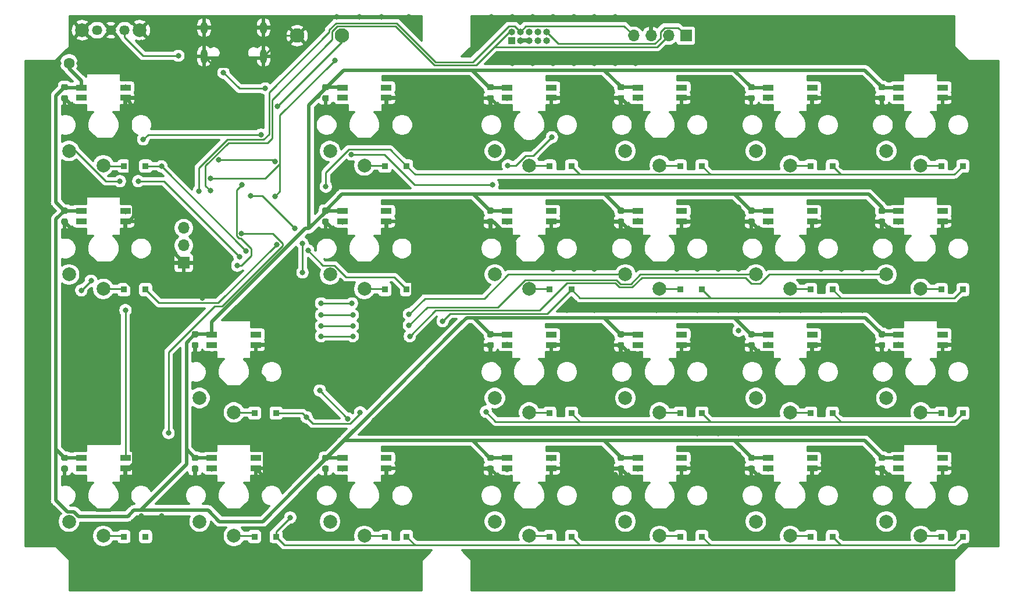
<source format=gbl>
G04 #@! TF.GenerationSoftware,KiCad,Pcbnew,(5.1.10)-1*
G04 #@! TF.CreationDate,2021-08-19T21:12:26+09:00*
G04 #@! TF.ProjectId,cnc-controller,636e632d-636f-46e7-9472-6f6c6c65722e,rev?*
G04 #@! TF.SameCoordinates,Original*
G04 #@! TF.FileFunction,Copper,L2,Bot*
G04 #@! TF.FilePolarity,Positive*
%FSLAX46Y46*%
G04 Gerber Fmt 4.6, Leading zero omitted, Abs format (unit mm)*
G04 Created by KiCad (PCBNEW (5.1.10)-1) date 2021-08-19 21:12:26*
%MOMM*%
%LPD*%
G01*
G04 APERTURE LIST*
G04 #@! TA.AperFunction,SMDPad,CuDef*
%ADD10R,0.900000X0.950000*%
G04 #@! TD*
G04 #@! TA.AperFunction,SMDPad,CuDef*
%ADD11R,1.600000X0.820000*%
G04 #@! TD*
G04 #@! TA.AperFunction,ComponentPad*
%ADD12C,2.000000*%
G04 #@! TD*
G04 #@! TA.AperFunction,ComponentPad*
%ADD13C,1.462000*%
G04 #@! TD*
G04 #@! TA.AperFunction,ComponentPad*
%ADD14O,1.000000X2.100000*%
G04 #@! TD*
G04 #@! TA.AperFunction,ComponentPad*
%ADD15O,1.000000X1.800000*%
G04 #@! TD*
G04 #@! TA.AperFunction,ComponentPad*
%ADD16R,1.000000X1.000000*%
G04 #@! TD*
G04 #@! TA.AperFunction,ComponentPad*
%ADD17O,1.000000X1.000000*%
G04 #@! TD*
G04 #@! TA.AperFunction,ComponentPad*
%ADD18R,1.700000X1.700000*%
G04 #@! TD*
G04 #@! TA.AperFunction,ComponentPad*
%ADD19O,1.700000X1.700000*%
G04 #@! TD*
G04 #@! TA.AperFunction,ComponentPad*
%ADD20C,2.100000*%
G04 #@! TD*
G04 #@! TA.AperFunction,ViaPad*
%ADD21C,0.800000*%
G04 #@! TD*
G04 #@! TA.AperFunction,ViaPad*
%ADD22C,1.600000*%
G04 #@! TD*
G04 #@! TA.AperFunction,Conductor*
%ADD23C,0.500000*%
G04 #@! TD*
G04 #@! TA.AperFunction,Conductor*
%ADD24C,0.250000*%
G04 #@! TD*
G04 #@! TA.AperFunction,Conductor*
%ADD25C,0.300000*%
G04 #@! TD*
G04 #@! TA.AperFunction,Conductor*
%ADD26C,0.100000*%
G04 #@! TD*
G04 APERTURE END LIST*
G04 #@! TA.AperFunction,SMDPad,CuDef*
G36*
G01*
X18600000Y-19650000D02*
X19100000Y-19650000D01*
G75*
G02*
X19325000Y-19875000I0J-225000D01*
G01*
X19325000Y-20325000D01*
G75*
G02*
X19100000Y-20550000I-225000J0D01*
G01*
X18600000Y-20550000D01*
G75*
G02*
X18375000Y-20325000I0J225000D01*
G01*
X18375000Y-19875000D01*
G75*
G02*
X18600000Y-19650000I225000J0D01*
G01*
G37*
G04 #@! TD.AperFunction*
G04 #@! TA.AperFunction,SMDPad,CuDef*
G36*
G01*
X18600000Y-18050000D02*
X19100000Y-18050000D01*
G75*
G02*
X19325000Y-18275000I0J-225000D01*
G01*
X19325000Y-18725000D01*
G75*
G02*
X19100000Y-18950000I-225000J0D01*
G01*
X18600000Y-18950000D01*
G75*
G02*
X18375000Y-18725000I0J225000D01*
G01*
X18375000Y-18275000D01*
G75*
G02*
X18600000Y-18050000I225000J0D01*
G01*
G37*
G04 #@! TD.AperFunction*
D10*
X30650000Y-30000000D03*
X27500000Y-30000000D03*
D11*
X27700000Y-20050000D03*
X27700000Y-18550000D03*
X21300000Y-20050000D03*
X21300000Y-18550000D03*
D12*
X24500000Y-29900000D03*
X19500000Y-27800000D03*
G04 #@! TA.AperFunction,SMDPad,CuDef*
G36*
G01*
X137600000Y-37650000D02*
X138100000Y-37650000D01*
G75*
G02*
X138325000Y-37875000I0J-225000D01*
G01*
X138325000Y-38325000D01*
G75*
G02*
X138100000Y-38550000I-225000J0D01*
G01*
X137600000Y-38550000D01*
G75*
G02*
X137375000Y-38325000I0J225000D01*
G01*
X137375000Y-37875000D01*
G75*
G02*
X137600000Y-37650000I225000J0D01*
G01*
G37*
G04 #@! TD.AperFunction*
G04 #@! TA.AperFunction,SMDPad,CuDef*
G36*
G01*
X137600000Y-36050000D02*
X138100000Y-36050000D01*
G75*
G02*
X138325000Y-36275000I0J-225000D01*
G01*
X138325000Y-36725000D01*
G75*
G02*
X138100000Y-36950000I-225000J0D01*
G01*
X137600000Y-36950000D01*
G75*
G02*
X137375000Y-36725000I0J225000D01*
G01*
X137375000Y-36275000D01*
G75*
G02*
X137600000Y-36050000I225000J0D01*
G01*
G37*
G04 #@! TD.AperFunction*
D10*
X149650000Y-48000000D03*
X146500000Y-48000000D03*
D11*
X146700000Y-38050000D03*
X146700000Y-36550000D03*
X140300000Y-38050000D03*
X140300000Y-36550000D03*
D12*
X143500000Y-47900000D03*
X138500000Y-45800000D03*
G04 #@! TA.AperFunction,SMDPad,CuDef*
G36*
G01*
X99600000Y-73650000D02*
X100100000Y-73650000D01*
G75*
G02*
X100325000Y-73875000I0J-225000D01*
G01*
X100325000Y-74325000D01*
G75*
G02*
X100100000Y-74550000I-225000J0D01*
G01*
X99600000Y-74550000D01*
G75*
G02*
X99375000Y-74325000I0J225000D01*
G01*
X99375000Y-73875000D01*
G75*
G02*
X99600000Y-73650000I225000J0D01*
G01*
G37*
G04 #@! TD.AperFunction*
G04 #@! TA.AperFunction,SMDPad,CuDef*
G36*
G01*
X99600000Y-72050000D02*
X100100000Y-72050000D01*
G75*
G02*
X100325000Y-72275000I0J-225000D01*
G01*
X100325000Y-72725000D01*
G75*
G02*
X100100000Y-72950000I-225000J0D01*
G01*
X99600000Y-72950000D01*
G75*
G02*
X99375000Y-72725000I0J225000D01*
G01*
X99375000Y-72275000D01*
G75*
G02*
X99600000Y-72050000I225000J0D01*
G01*
G37*
G04 #@! TD.AperFunction*
D10*
X111650000Y-84000000D03*
X108500000Y-84000000D03*
D11*
X108700000Y-74050000D03*
X108700000Y-72550000D03*
X102300000Y-74050000D03*
X102300000Y-72550000D03*
D12*
X105500000Y-83900000D03*
X100500000Y-81800000D03*
G04 #@! TA.AperFunction,SMDPad,CuDef*
G36*
G01*
X80600000Y-37650000D02*
X81100000Y-37650000D01*
G75*
G02*
X81325000Y-37875000I0J-225000D01*
G01*
X81325000Y-38325000D01*
G75*
G02*
X81100000Y-38550000I-225000J0D01*
G01*
X80600000Y-38550000D01*
G75*
G02*
X80375000Y-38325000I0J225000D01*
G01*
X80375000Y-37875000D01*
G75*
G02*
X80600000Y-37650000I225000J0D01*
G01*
G37*
G04 #@! TD.AperFunction*
G04 #@! TA.AperFunction,SMDPad,CuDef*
G36*
G01*
X80600000Y-36050000D02*
X81100000Y-36050000D01*
G75*
G02*
X81325000Y-36275000I0J-225000D01*
G01*
X81325000Y-36725000D01*
G75*
G02*
X81100000Y-36950000I-225000J0D01*
G01*
X80600000Y-36950000D01*
G75*
G02*
X80375000Y-36725000I0J225000D01*
G01*
X80375000Y-36275000D01*
G75*
G02*
X80600000Y-36050000I225000J0D01*
G01*
G37*
G04 #@! TD.AperFunction*
D10*
X92650000Y-48000000D03*
X89500000Y-48000000D03*
D11*
X89700000Y-38050000D03*
X89700000Y-36550000D03*
X83300000Y-38050000D03*
X83300000Y-36550000D03*
D12*
X86500000Y-47900000D03*
X81500000Y-45800000D03*
G04 #@! TA.AperFunction,SMDPad,CuDef*
G36*
G01*
X18600000Y-37650000D02*
X19100000Y-37650000D01*
G75*
G02*
X19325000Y-37875000I0J-225000D01*
G01*
X19325000Y-38325000D01*
G75*
G02*
X19100000Y-38550000I-225000J0D01*
G01*
X18600000Y-38550000D01*
G75*
G02*
X18375000Y-38325000I0J225000D01*
G01*
X18375000Y-37875000D01*
G75*
G02*
X18600000Y-37650000I225000J0D01*
G01*
G37*
G04 #@! TD.AperFunction*
G04 #@! TA.AperFunction,SMDPad,CuDef*
G36*
G01*
X18600000Y-36050000D02*
X19100000Y-36050000D01*
G75*
G02*
X19325000Y-36275000I0J-225000D01*
G01*
X19325000Y-36725000D01*
G75*
G02*
X19100000Y-36950000I-225000J0D01*
G01*
X18600000Y-36950000D01*
G75*
G02*
X18375000Y-36725000I0J225000D01*
G01*
X18375000Y-36275000D01*
G75*
G02*
X18600000Y-36050000I225000J0D01*
G01*
G37*
G04 #@! TD.AperFunction*
D10*
X30650000Y-48000000D03*
X27500000Y-48000000D03*
D11*
X27700000Y-38050000D03*
X27700000Y-36550000D03*
X21300000Y-38050000D03*
X21300000Y-36550000D03*
D12*
X24500000Y-47900000D03*
X19500000Y-45800000D03*
G04 #@! TA.AperFunction,SMDPad,CuDef*
G36*
G01*
X18600000Y-73650000D02*
X19100000Y-73650000D01*
G75*
G02*
X19325000Y-73875000I0J-225000D01*
G01*
X19325000Y-74325000D01*
G75*
G02*
X19100000Y-74550000I-225000J0D01*
G01*
X18600000Y-74550000D01*
G75*
G02*
X18375000Y-74325000I0J225000D01*
G01*
X18375000Y-73875000D01*
G75*
G02*
X18600000Y-73650000I225000J0D01*
G01*
G37*
G04 #@! TD.AperFunction*
G04 #@! TA.AperFunction,SMDPad,CuDef*
G36*
G01*
X18600000Y-72050000D02*
X19100000Y-72050000D01*
G75*
G02*
X19325000Y-72275000I0J-225000D01*
G01*
X19325000Y-72725000D01*
G75*
G02*
X19100000Y-72950000I-225000J0D01*
G01*
X18600000Y-72950000D01*
G75*
G02*
X18375000Y-72725000I0J225000D01*
G01*
X18375000Y-72275000D01*
G75*
G02*
X18600000Y-72050000I225000J0D01*
G01*
G37*
G04 #@! TD.AperFunction*
D10*
X30650000Y-84000000D03*
X27500000Y-84000000D03*
D11*
X27700000Y-74050000D03*
X27700000Y-72550000D03*
X21300000Y-74050000D03*
X21300000Y-72550000D03*
D12*
X24500000Y-83900000D03*
X19500000Y-81800000D03*
G04 #@! TA.AperFunction,SMDPad,CuDef*
G36*
G01*
X37600000Y-55650000D02*
X38100000Y-55650000D01*
G75*
G02*
X38325000Y-55875000I0J-225000D01*
G01*
X38325000Y-56325000D01*
G75*
G02*
X38100000Y-56550000I-225000J0D01*
G01*
X37600000Y-56550000D01*
G75*
G02*
X37375000Y-56325000I0J225000D01*
G01*
X37375000Y-55875000D01*
G75*
G02*
X37600000Y-55650000I225000J0D01*
G01*
G37*
G04 #@! TD.AperFunction*
G04 #@! TA.AperFunction,SMDPad,CuDef*
G36*
G01*
X37600000Y-54050000D02*
X38100000Y-54050000D01*
G75*
G02*
X38325000Y-54275000I0J-225000D01*
G01*
X38325000Y-54725000D01*
G75*
G02*
X38100000Y-54950000I-225000J0D01*
G01*
X37600000Y-54950000D01*
G75*
G02*
X37375000Y-54725000I0J225000D01*
G01*
X37375000Y-54275000D01*
G75*
G02*
X37600000Y-54050000I225000J0D01*
G01*
G37*
G04 #@! TD.AperFunction*
D10*
X49650000Y-66000000D03*
X46500000Y-66000000D03*
D11*
X46700000Y-56050000D03*
X46700000Y-54550000D03*
X40300000Y-56050000D03*
X40300000Y-54550000D03*
D12*
X43500000Y-65900000D03*
X38500000Y-63800000D03*
G04 #@! TA.AperFunction,SMDPad,CuDef*
G36*
G01*
X37600000Y-73650000D02*
X38100000Y-73650000D01*
G75*
G02*
X38325000Y-73875000I0J-225000D01*
G01*
X38325000Y-74325000D01*
G75*
G02*
X38100000Y-74550000I-225000J0D01*
G01*
X37600000Y-74550000D01*
G75*
G02*
X37375000Y-74325000I0J225000D01*
G01*
X37375000Y-73875000D01*
G75*
G02*
X37600000Y-73650000I225000J0D01*
G01*
G37*
G04 #@! TD.AperFunction*
G04 #@! TA.AperFunction,SMDPad,CuDef*
G36*
G01*
X37600000Y-72050000D02*
X38100000Y-72050000D01*
G75*
G02*
X38325000Y-72275000I0J-225000D01*
G01*
X38325000Y-72725000D01*
G75*
G02*
X38100000Y-72950000I-225000J0D01*
G01*
X37600000Y-72950000D01*
G75*
G02*
X37375000Y-72725000I0J225000D01*
G01*
X37375000Y-72275000D01*
G75*
G02*
X37600000Y-72050000I225000J0D01*
G01*
G37*
G04 #@! TD.AperFunction*
D10*
X49650000Y-84000000D03*
X46500000Y-84000000D03*
D11*
X46700000Y-74050000D03*
X46700000Y-72550000D03*
X40300000Y-74050000D03*
X40300000Y-72550000D03*
D12*
X43500000Y-83900000D03*
X38500000Y-81800000D03*
G04 #@! TA.AperFunction,SMDPad,CuDef*
G36*
G01*
X56600000Y-19650000D02*
X57100000Y-19650000D01*
G75*
G02*
X57325000Y-19875000I0J-225000D01*
G01*
X57325000Y-20325000D01*
G75*
G02*
X57100000Y-20550000I-225000J0D01*
G01*
X56600000Y-20550000D01*
G75*
G02*
X56375000Y-20325000I0J225000D01*
G01*
X56375000Y-19875000D01*
G75*
G02*
X56600000Y-19650000I225000J0D01*
G01*
G37*
G04 #@! TD.AperFunction*
G04 #@! TA.AperFunction,SMDPad,CuDef*
G36*
G01*
X56600000Y-18050000D02*
X57100000Y-18050000D01*
G75*
G02*
X57325000Y-18275000I0J-225000D01*
G01*
X57325000Y-18725000D01*
G75*
G02*
X57100000Y-18950000I-225000J0D01*
G01*
X56600000Y-18950000D01*
G75*
G02*
X56375000Y-18725000I0J225000D01*
G01*
X56375000Y-18275000D01*
G75*
G02*
X56600000Y-18050000I225000J0D01*
G01*
G37*
G04 #@! TD.AperFunction*
D10*
X68650000Y-30000000D03*
X65500000Y-30000000D03*
D11*
X65700000Y-20050000D03*
X65700000Y-18550000D03*
X59300000Y-20050000D03*
X59300000Y-18550000D03*
D12*
X62500000Y-29900000D03*
X57500000Y-27800000D03*
G04 #@! TA.AperFunction,SMDPad,CuDef*
G36*
G01*
X56600000Y-37650000D02*
X57100000Y-37650000D01*
G75*
G02*
X57325000Y-37875000I0J-225000D01*
G01*
X57325000Y-38325000D01*
G75*
G02*
X57100000Y-38550000I-225000J0D01*
G01*
X56600000Y-38550000D01*
G75*
G02*
X56375000Y-38325000I0J225000D01*
G01*
X56375000Y-37875000D01*
G75*
G02*
X56600000Y-37650000I225000J0D01*
G01*
G37*
G04 #@! TD.AperFunction*
G04 #@! TA.AperFunction,SMDPad,CuDef*
G36*
G01*
X56600000Y-36050000D02*
X57100000Y-36050000D01*
G75*
G02*
X57325000Y-36275000I0J-225000D01*
G01*
X57325000Y-36725000D01*
G75*
G02*
X57100000Y-36950000I-225000J0D01*
G01*
X56600000Y-36950000D01*
G75*
G02*
X56375000Y-36725000I0J225000D01*
G01*
X56375000Y-36275000D01*
G75*
G02*
X56600000Y-36050000I225000J0D01*
G01*
G37*
G04 #@! TD.AperFunction*
D10*
X68650000Y-48000000D03*
X65500000Y-48000000D03*
D11*
X65700000Y-38050000D03*
X65700000Y-36550000D03*
X59300000Y-38050000D03*
X59300000Y-36550000D03*
D12*
X62500000Y-47900000D03*
X57500000Y-45800000D03*
G04 #@! TA.AperFunction,SMDPad,CuDef*
G36*
G01*
X56600000Y-73650000D02*
X57100000Y-73650000D01*
G75*
G02*
X57325000Y-73875000I0J-225000D01*
G01*
X57325000Y-74325000D01*
G75*
G02*
X57100000Y-74550000I-225000J0D01*
G01*
X56600000Y-74550000D01*
G75*
G02*
X56375000Y-74325000I0J225000D01*
G01*
X56375000Y-73875000D01*
G75*
G02*
X56600000Y-73650000I225000J0D01*
G01*
G37*
G04 #@! TD.AperFunction*
G04 #@! TA.AperFunction,SMDPad,CuDef*
G36*
G01*
X56600000Y-72050000D02*
X57100000Y-72050000D01*
G75*
G02*
X57325000Y-72275000I0J-225000D01*
G01*
X57325000Y-72725000D01*
G75*
G02*
X57100000Y-72950000I-225000J0D01*
G01*
X56600000Y-72950000D01*
G75*
G02*
X56375000Y-72725000I0J225000D01*
G01*
X56375000Y-72275000D01*
G75*
G02*
X56600000Y-72050000I225000J0D01*
G01*
G37*
G04 #@! TD.AperFunction*
D10*
X68650000Y-84000000D03*
X65500000Y-84000000D03*
D11*
X65700000Y-74050000D03*
X65700000Y-72550000D03*
X59300000Y-74050000D03*
X59300000Y-72550000D03*
D12*
X62500000Y-83900000D03*
X57500000Y-81800000D03*
G04 #@! TA.AperFunction,SMDPad,CuDef*
G36*
G01*
X80600000Y-19650000D02*
X81100000Y-19650000D01*
G75*
G02*
X81325000Y-19875000I0J-225000D01*
G01*
X81325000Y-20325000D01*
G75*
G02*
X81100000Y-20550000I-225000J0D01*
G01*
X80600000Y-20550000D01*
G75*
G02*
X80375000Y-20325000I0J225000D01*
G01*
X80375000Y-19875000D01*
G75*
G02*
X80600000Y-19650000I225000J0D01*
G01*
G37*
G04 #@! TD.AperFunction*
G04 #@! TA.AperFunction,SMDPad,CuDef*
G36*
G01*
X80600000Y-18050000D02*
X81100000Y-18050000D01*
G75*
G02*
X81325000Y-18275000I0J-225000D01*
G01*
X81325000Y-18725000D01*
G75*
G02*
X81100000Y-18950000I-225000J0D01*
G01*
X80600000Y-18950000D01*
G75*
G02*
X80375000Y-18725000I0J225000D01*
G01*
X80375000Y-18275000D01*
G75*
G02*
X80600000Y-18050000I225000J0D01*
G01*
G37*
G04 #@! TD.AperFunction*
D10*
X92650000Y-30000000D03*
X89500000Y-30000000D03*
D11*
X89700000Y-20050000D03*
X89700000Y-18550000D03*
X83300000Y-20050000D03*
X83300000Y-18550000D03*
D12*
X86500000Y-29900000D03*
X81500000Y-27800000D03*
G04 #@! TA.AperFunction,SMDPad,CuDef*
G36*
G01*
X80600000Y-55650000D02*
X81100000Y-55650000D01*
G75*
G02*
X81325000Y-55875000I0J-225000D01*
G01*
X81325000Y-56325000D01*
G75*
G02*
X81100000Y-56550000I-225000J0D01*
G01*
X80600000Y-56550000D01*
G75*
G02*
X80375000Y-56325000I0J225000D01*
G01*
X80375000Y-55875000D01*
G75*
G02*
X80600000Y-55650000I225000J0D01*
G01*
G37*
G04 #@! TD.AperFunction*
G04 #@! TA.AperFunction,SMDPad,CuDef*
G36*
G01*
X80600000Y-54050000D02*
X81100000Y-54050000D01*
G75*
G02*
X81325000Y-54275000I0J-225000D01*
G01*
X81325000Y-54725000D01*
G75*
G02*
X81100000Y-54950000I-225000J0D01*
G01*
X80600000Y-54950000D01*
G75*
G02*
X80375000Y-54725000I0J225000D01*
G01*
X80375000Y-54275000D01*
G75*
G02*
X80600000Y-54050000I225000J0D01*
G01*
G37*
G04 #@! TD.AperFunction*
D10*
X92650000Y-66000000D03*
X89500000Y-66000000D03*
D11*
X89700000Y-56050000D03*
X89700000Y-54550000D03*
X83300000Y-56050000D03*
X83300000Y-54550000D03*
D12*
X86500000Y-65900000D03*
X81500000Y-63800000D03*
G04 #@! TA.AperFunction,SMDPad,CuDef*
G36*
G01*
X80600000Y-73650000D02*
X81100000Y-73650000D01*
G75*
G02*
X81325000Y-73875000I0J-225000D01*
G01*
X81325000Y-74325000D01*
G75*
G02*
X81100000Y-74550000I-225000J0D01*
G01*
X80600000Y-74550000D01*
G75*
G02*
X80375000Y-74325000I0J225000D01*
G01*
X80375000Y-73875000D01*
G75*
G02*
X80600000Y-73650000I225000J0D01*
G01*
G37*
G04 #@! TD.AperFunction*
G04 #@! TA.AperFunction,SMDPad,CuDef*
G36*
G01*
X80600000Y-72050000D02*
X81100000Y-72050000D01*
G75*
G02*
X81325000Y-72275000I0J-225000D01*
G01*
X81325000Y-72725000D01*
G75*
G02*
X81100000Y-72950000I-225000J0D01*
G01*
X80600000Y-72950000D01*
G75*
G02*
X80375000Y-72725000I0J225000D01*
G01*
X80375000Y-72275000D01*
G75*
G02*
X80600000Y-72050000I225000J0D01*
G01*
G37*
G04 #@! TD.AperFunction*
D10*
X92650000Y-84000000D03*
X89500000Y-84000000D03*
D11*
X89700000Y-74050000D03*
X89700000Y-72550000D03*
X83300000Y-74050000D03*
X83300000Y-72550000D03*
D12*
X86500000Y-83900000D03*
X81500000Y-81800000D03*
G04 #@! TA.AperFunction,SMDPad,CuDef*
G36*
G01*
X99600000Y-19650000D02*
X100100000Y-19650000D01*
G75*
G02*
X100325000Y-19875000I0J-225000D01*
G01*
X100325000Y-20325000D01*
G75*
G02*
X100100000Y-20550000I-225000J0D01*
G01*
X99600000Y-20550000D01*
G75*
G02*
X99375000Y-20325000I0J225000D01*
G01*
X99375000Y-19875000D01*
G75*
G02*
X99600000Y-19650000I225000J0D01*
G01*
G37*
G04 #@! TD.AperFunction*
G04 #@! TA.AperFunction,SMDPad,CuDef*
G36*
G01*
X99600000Y-18050000D02*
X100100000Y-18050000D01*
G75*
G02*
X100325000Y-18275000I0J-225000D01*
G01*
X100325000Y-18725000D01*
G75*
G02*
X100100000Y-18950000I-225000J0D01*
G01*
X99600000Y-18950000D01*
G75*
G02*
X99375000Y-18725000I0J225000D01*
G01*
X99375000Y-18275000D01*
G75*
G02*
X99600000Y-18050000I225000J0D01*
G01*
G37*
G04 #@! TD.AperFunction*
D10*
X111650000Y-30000000D03*
X108500000Y-30000000D03*
D11*
X108700000Y-20050000D03*
X108700000Y-18550000D03*
X102300000Y-20050000D03*
X102300000Y-18550000D03*
D12*
X105500000Y-29900000D03*
X100500000Y-27800000D03*
G04 #@! TA.AperFunction,SMDPad,CuDef*
G36*
G01*
X99600000Y-37650000D02*
X100100000Y-37650000D01*
G75*
G02*
X100325000Y-37875000I0J-225000D01*
G01*
X100325000Y-38325000D01*
G75*
G02*
X100100000Y-38550000I-225000J0D01*
G01*
X99600000Y-38550000D01*
G75*
G02*
X99375000Y-38325000I0J225000D01*
G01*
X99375000Y-37875000D01*
G75*
G02*
X99600000Y-37650000I225000J0D01*
G01*
G37*
G04 #@! TD.AperFunction*
G04 #@! TA.AperFunction,SMDPad,CuDef*
G36*
G01*
X99600000Y-36050000D02*
X100100000Y-36050000D01*
G75*
G02*
X100325000Y-36275000I0J-225000D01*
G01*
X100325000Y-36725000D01*
G75*
G02*
X100100000Y-36950000I-225000J0D01*
G01*
X99600000Y-36950000D01*
G75*
G02*
X99375000Y-36725000I0J225000D01*
G01*
X99375000Y-36275000D01*
G75*
G02*
X99600000Y-36050000I225000J0D01*
G01*
G37*
G04 #@! TD.AperFunction*
D10*
X111650000Y-48000000D03*
X108500000Y-48000000D03*
D11*
X108700000Y-38050000D03*
X108700000Y-36550000D03*
X102300000Y-38050000D03*
X102300000Y-36550000D03*
D12*
X105500000Y-47900000D03*
X100500000Y-45800000D03*
G04 #@! TA.AperFunction,SMDPad,CuDef*
G36*
G01*
X99600000Y-55650000D02*
X100100000Y-55650000D01*
G75*
G02*
X100325000Y-55875000I0J-225000D01*
G01*
X100325000Y-56325000D01*
G75*
G02*
X100100000Y-56550000I-225000J0D01*
G01*
X99600000Y-56550000D01*
G75*
G02*
X99375000Y-56325000I0J225000D01*
G01*
X99375000Y-55875000D01*
G75*
G02*
X99600000Y-55650000I225000J0D01*
G01*
G37*
G04 #@! TD.AperFunction*
G04 #@! TA.AperFunction,SMDPad,CuDef*
G36*
G01*
X99600000Y-54050000D02*
X100100000Y-54050000D01*
G75*
G02*
X100325000Y-54275000I0J-225000D01*
G01*
X100325000Y-54725000D01*
G75*
G02*
X100100000Y-54950000I-225000J0D01*
G01*
X99600000Y-54950000D01*
G75*
G02*
X99375000Y-54725000I0J225000D01*
G01*
X99375000Y-54275000D01*
G75*
G02*
X99600000Y-54050000I225000J0D01*
G01*
G37*
G04 #@! TD.AperFunction*
D10*
X111650000Y-66000000D03*
X108500000Y-66000000D03*
D11*
X108700000Y-56050000D03*
X108700000Y-54550000D03*
X102300000Y-56050000D03*
X102300000Y-54550000D03*
D12*
X105500000Y-65900000D03*
X100500000Y-63800000D03*
G04 #@! TA.AperFunction,SMDPad,CuDef*
G36*
G01*
X118600000Y-19650000D02*
X119100000Y-19650000D01*
G75*
G02*
X119325000Y-19875000I0J-225000D01*
G01*
X119325000Y-20325000D01*
G75*
G02*
X119100000Y-20550000I-225000J0D01*
G01*
X118600000Y-20550000D01*
G75*
G02*
X118375000Y-20325000I0J225000D01*
G01*
X118375000Y-19875000D01*
G75*
G02*
X118600000Y-19650000I225000J0D01*
G01*
G37*
G04 #@! TD.AperFunction*
G04 #@! TA.AperFunction,SMDPad,CuDef*
G36*
G01*
X118600000Y-18050000D02*
X119100000Y-18050000D01*
G75*
G02*
X119325000Y-18275000I0J-225000D01*
G01*
X119325000Y-18725000D01*
G75*
G02*
X119100000Y-18950000I-225000J0D01*
G01*
X118600000Y-18950000D01*
G75*
G02*
X118375000Y-18725000I0J225000D01*
G01*
X118375000Y-18275000D01*
G75*
G02*
X118600000Y-18050000I225000J0D01*
G01*
G37*
G04 #@! TD.AperFunction*
D10*
X130650000Y-30000000D03*
X127500000Y-30000000D03*
D11*
X127700000Y-20050000D03*
X127700000Y-18550000D03*
X121300000Y-20050000D03*
X121300000Y-18550000D03*
D12*
X124500000Y-29900000D03*
X119500000Y-27800000D03*
G04 #@! TA.AperFunction,SMDPad,CuDef*
G36*
G01*
X118600000Y-37650000D02*
X119100000Y-37650000D01*
G75*
G02*
X119325000Y-37875000I0J-225000D01*
G01*
X119325000Y-38325000D01*
G75*
G02*
X119100000Y-38550000I-225000J0D01*
G01*
X118600000Y-38550000D01*
G75*
G02*
X118375000Y-38325000I0J225000D01*
G01*
X118375000Y-37875000D01*
G75*
G02*
X118600000Y-37650000I225000J0D01*
G01*
G37*
G04 #@! TD.AperFunction*
G04 #@! TA.AperFunction,SMDPad,CuDef*
G36*
G01*
X118600000Y-36050000D02*
X119100000Y-36050000D01*
G75*
G02*
X119325000Y-36275000I0J-225000D01*
G01*
X119325000Y-36725000D01*
G75*
G02*
X119100000Y-36950000I-225000J0D01*
G01*
X118600000Y-36950000D01*
G75*
G02*
X118375000Y-36725000I0J225000D01*
G01*
X118375000Y-36275000D01*
G75*
G02*
X118600000Y-36050000I225000J0D01*
G01*
G37*
G04 #@! TD.AperFunction*
D10*
X130650000Y-48000000D03*
X127500000Y-48000000D03*
D11*
X127700000Y-38050000D03*
X127700000Y-36550000D03*
X121300000Y-38050000D03*
X121300000Y-36550000D03*
D12*
X124500000Y-47900000D03*
X119500000Y-45800000D03*
G04 #@! TA.AperFunction,SMDPad,CuDef*
G36*
G01*
X118600000Y-55650000D02*
X119100000Y-55650000D01*
G75*
G02*
X119325000Y-55875000I0J-225000D01*
G01*
X119325000Y-56325000D01*
G75*
G02*
X119100000Y-56550000I-225000J0D01*
G01*
X118600000Y-56550000D01*
G75*
G02*
X118375000Y-56325000I0J225000D01*
G01*
X118375000Y-55875000D01*
G75*
G02*
X118600000Y-55650000I225000J0D01*
G01*
G37*
G04 #@! TD.AperFunction*
G04 #@! TA.AperFunction,SMDPad,CuDef*
G36*
G01*
X118600000Y-54050000D02*
X119100000Y-54050000D01*
G75*
G02*
X119325000Y-54275000I0J-225000D01*
G01*
X119325000Y-54725000D01*
G75*
G02*
X119100000Y-54950000I-225000J0D01*
G01*
X118600000Y-54950000D01*
G75*
G02*
X118375000Y-54725000I0J225000D01*
G01*
X118375000Y-54275000D01*
G75*
G02*
X118600000Y-54050000I225000J0D01*
G01*
G37*
G04 #@! TD.AperFunction*
D10*
X130650000Y-66000000D03*
X127500000Y-66000000D03*
D11*
X127700000Y-56050000D03*
X127700000Y-54550000D03*
X121300000Y-56050000D03*
X121300000Y-54550000D03*
D12*
X124500000Y-65900000D03*
X119500000Y-63800000D03*
G04 #@! TA.AperFunction,SMDPad,CuDef*
G36*
G01*
X118600000Y-73650000D02*
X119100000Y-73650000D01*
G75*
G02*
X119325000Y-73875000I0J-225000D01*
G01*
X119325000Y-74325000D01*
G75*
G02*
X119100000Y-74550000I-225000J0D01*
G01*
X118600000Y-74550000D01*
G75*
G02*
X118375000Y-74325000I0J225000D01*
G01*
X118375000Y-73875000D01*
G75*
G02*
X118600000Y-73650000I225000J0D01*
G01*
G37*
G04 #@! TD.AperFunction*
G04 #@! TA.AperFunction,SMDPad,CuDef*
G36*
G01*
X118600000Y-72050000D02*
X119100000Y-72050000D01*
G75*
G02*
X119325000Y-72275000I0J-225000D01*
G01*
X119325000Y-72725000D01*
G75*
G02*
X119100000Y-72950000I-225000J0D01*
G01*
X118600000Y-72950000D01*
G75*
G02*
X118375000Y-72725000I0J225000D01*
G01*
X118375000Y-72275000D01*
G75*
G02*
X118600000Y-72050000I225000J0D01*
G01*
G37*
G04 #@! TD.AperFunction*
D10*
X130650000Y-84000000D03*
X127500000Y-84000000D03*
D11*
X127700000Y-74050000D03*
X127700000Y-72550000D03*
X121300000Y-74050000D03*
X121300000Y-72550000D03*
D12*
X124500000Y-83900000D03*
X119500000Y-81800000D03*
G04 #@! TA.AperFunction,SMDPad,CuDef*
G36*
G01*
X137600000Y-19650000D02*
X138100000Y-19650000D01*
G75*
G02*
X138325000Y-19875000I0J-225000D01*
G01*
X138325000Y-20325000D01*
G75*
G02*
X138100000Y-20550000I-225000J0D01*
G01*
X137600000Y-20550000D01*
G75*
G02*
X137375000Y-20325000I0J225000D01*
G01*
X137375000Y-19875000D01*
G75*
G02*
X137600000Y-19650000I225000J0D01*
G01*
G37*
G04 #@! TD.AperFunction*
G04 #@! TA.AperFunction,SMDPad,CuDef*
G36*
G01*
X137600000Y-18050000D02*
X138100000Y-18050000D01*
G75*
G02*
X138325000Y-18275000I0J-225000D01*
G01*
X138325000Y-18725000D01*
G75*
G02*
X138100000Y-18950000I-225000J0D01*
G01*
X137600000Y-18950000D01*
G75*
G02*
X137375000Y-18725000I0J225000D01*
G01*
X137375000Y-18275000D01*
G75*
G02*
X137600000Y-18050000I225000J0D01*
G01*
G37*
G04 #@! TD.AperFunction*
D10*
X149650000Y-30000000D03*
X146500000Y-30000000D03*
D11*
X146700000Y-20050000D03*
X146700000Y-18550000D03*
X140300000Y-20050000D03*
X140300000Y-18550000D03*
D12*
X143500000Y-29900000D03*
X138500000Y-27800000D03*
G04 #@! TA.AperFunction,SMDPad,CuDef*
G36*
G01*
X137600000Y-55650000D02*
X138100000Y-55650000D01*
G75*
G02*
X138325000Y-55875000I0J-225000D01*
G01*
X138325000Y-56325000D01*
G75*
G02*
X138100000Y-56550000I-225000J0D01*
G01*
X137600000Y-56550000D01*
G75*
G02*
X137375000Y-56325000I0J225000D01*
G01*
X137375000Y-55875000D01*
G75*
G02*
X137600000Y-55650000I225000J0D01*
G01*
G37*
G04 #@! TD.AperFunction*
G04 #@! TA.AperFunction,SMDPad,CuDef*
G36*
G01*
X137600000Y-54050000D02*
X138100000Y-54050000D01*
G75*
G02*
X138325000Y-54275000I0J-225000D01*
G01*
X138325000Y-54725000D01*
G75*
G02*
X138100000Y-54950000I-225000J0D01*
G01*
X137600000Y-54950000D01*
G75*
G02*
X137375000Y-54725000I0J225000D01*
G01*
X137375000Y-54275000D01*
G75*
G02*
X137600000Y-54050000I225000J0D01*
G01*
G37*
G04 #@! TD.AperFunction*
D10*
X149650000Y-66000000D03*
X146500000Y-66000000D03*
D11*
X146700000Y-56050000D03*
X146700000Y-54550000D03*
X140300000Y-56050000D03*
X140300000Y-54550000D03*
D12*
X143500000Y-65900000D03*
X138500000Y-63800000D03*
G04 #@! TA.AperFunction,SMDPad,CuDef*
G36*
G01*
X137600000Y-73650000D02*
X138100000Y-73650000D01*
G75*
G02*
X138325000Y-73875000I0J-225000D01*
G01*
X138325000Y-74325000D01*
G75*
G02*
X138100000Y-74550000I-225000J0D01*
G01*
X137600000Y-74550000D01*
G75*
G02*
X137375000Y-74325000I0J225000D01*
G01*
X137375000Y-73875000D01*
G75*
G02*
X137600000Y-73650000I225000J0D01*
G01*
G37*
G04 #@! TD.AperFunction*
G04 #@! TA.AperFunction,SMDPad,CuDef*
G36*
G01*
X137600000Y-72050000D02*
X138100000Y-72050000D01*
G75*
G02*
X138325000Y-72275000I0J-225000D01*
G01*
X138325000Y-72725000D01*
G75*
G02*
X138100000Y-72950000I-225000J0D01*
G01*
X137600000Y-72950000D01*
G75*
G02*
X137375000Y-72725000I0J225000D01*
G01*
X137375000Y-72275000D01*
G75*
G02*
X137600000Y-72050000I225000J0D01*
G01*
G37*
G04 #@! TD.AperFunction*
D10*
X149650000Y-84000000D03*
X146500000Y-84000000D03*
D11*
X146700000Y-74050000D03*
X146700000Y-72550000D03*
X140300000Y-74050000D03*
X140300000Y-72550000D03*
D12*
X143500000Y-83900000D03*
X138500000Y-81800000D03*
D13*
X27600000Y-10200000D03*
X25600000Y-10200000D03*
X23600000Y-10200000D03*
D12*
X29800000Y-10200000D03*
X21400000Y-10200000D03*
D14*
X47820000Y-14000000D03*
X39180000Y-14000000D03*
D15*
X47820000Y-9820000D03*
X39180000Y-9820000D03*
D16*
X83920000Y-11700000D03*
D17*
X83920000Y-10430000D03*
X85190000Y-11700000D03*
X85190000Y-10430000D03*
X86460000Y-11700000D03*
X86460000Y-10430000D03*
X87730000Y-11700000D03*
X87730000Y-10430000D03*
X89000000Y-11700000D03*
X89000000Y-10430000D03*
D18*
X36200000Y-44100000D03*
D19*
X36200000Y-41560000D03*
X36200000Y-39020000D03*
D18*
X109320000Y-11000000D03*
D19*
X106780000Y-11000000D03*
X104240000Y-11000000D03*
X101700000Y-11000000D03*
D20*
X52700000Y-11000000D03*
X59200000Y-11000000D03*
D21*
X117000000Y-54000000D03*
X43500000Y-16400000D03*
X38900000Y-49225000D03*
D22*
X68400000Y-20100000D03*
X68225000Y-39275000D03*
X92950000Y-38050000D03*
X93150000Y-56050000D03*
X92950000Y-74050000D03*
D21*
X15000000Y-84000000D03*
X15000000Y-81000000D03*
X15000000Y-78000000D03*
X15000000Y-75000000D03*
X15000000Y-72000000D03*
X15000000Y-69000000D03*
X15000000Y-66000000D03*
X15000000Y-63000000D03*
X15000000Y-60000000D03*
X15000000Y-57000000D03*
X15000000Y-54000000D03*
X15000000Y-51000000D03*
X15000000Y-48000000D03*
X15000000Y-45000000D03*
X15000000Y-42000000D03*
X15000000Y-39000000D03*
X15000000Y-36000000D03*
X15000000Y-33000000D03*
X15000000Y-30000000D03*
X15000000Y-27000000D03*
X15000000Y-24000000D03*
X15000000Y-21000000D03*
X15000000Y-18000000D03*
X21000000Y-87000000D03*
X24000000Y-87000000D03*
X27000000Y-87000000D03*
X30000000Y-87000000D03*
X33000000Y-87000000D03*
X36000000Y-87000000D03*
X39000000Y-87000000D03*
X42000000Y-87000000D03*
X45000000Y-87000000D03*
X48000000Y-87000000D03*
X51000000Y-87000000D03*
X54000000Y-87000000D03*
X57000000Y-87000000D03*
X60000000Y-87000000D03*
X63000000Y-87000000D03*
X66000000Y-87000000D03*
X69000000Y-87000000D03*
X81000000Y-87000000D03*
X84000000Y-87000000D03*
X87000000Y-87000000D03*
X90000000Y-87000000D03*
X93000000Y-87000000D03*
X96000000Y-87000000D03*
X99000000Y-87000000D03*
X102000000Y-87000000D03*
X105000000Y-87000000D03*
X108000000Y-87000000D03*
X111000000Y-87000000D03*
X114000000Y-87000000D03*
X117000000Y-87000000D03*
X120000000Y-87000000D03*
X123000000Y-87000000D03*
X126000000Y-87000000D03*
X129000000Y-87000000D03*
X132000000Y-87000000D03*
X135000000Y-87000000D03*
X138000000Y-87000000D03*
X141000000Y-87000000D03*
X144000000Y-87000000D03*
X147000000Y-87000000D03*
X153000000Y-84000000D03*
X153000000Y-81000000D03*
X153000000Y-78000000D03*
X153000000Y-75000000D03*
X153000000Y-72000000D03*
X153000000Y-69000000D03*
X153000000Y-66000000D03*
X153000000Y-63000000D03*
X153000000Y-60000000D03*
X153000000Y-57000000D03*
X153000000Y-54000000D03*
X153000000Y-51000000D03*
X153000000Y-48000000D03*
X153000000Y-45000000D03*
X153000000Y-42000000D03*
X153000000Y-39000000D03*
X153000000Y-36000000D03*
X153000000Y-33000000D03*
X153000000Y-30000000D03*
X153000000Y-27000000D03*
X153000000Y-24000000D03*
X153000000Y-21000000D03*
X153000000Y-18000000D03*
X132000000Y-9000000D03*
X132000000Y-12000000D03*
X129000000Y-9000000D03*
X129000000Y-12000000D03*
X126000000Y-9000000D03*
X126000000Y-12000000D03*
X123000000Y-9000000D03*
X123000000Y-12000000D03*
X120000000Y-9000000D03*
X120000000Y-12000000D03*
X117000000Y-12000000D03*
X117000000Y-9000000D03*
X114000000Y-9000000D03*
X114000000Y-12000000D03*
X102000000Y-15000000D03*
X99000000Y-15000000D03*
X96000000Y-15000000D03*
X93000000Y-15000000D03*
X90000000Y-15000000D03*
X87000000Y-15000000D03*
X84000000Y-15000000D03*
X69000000Y-18000000D03*
X75000000Y-21000000D03*
X72000000Y-21000000D03*
X75000000Y-24000000D03*
X72000000Y-24000000D03*
X75000000Y-27000000D03*
X69400001Y-26599999D03*
X72000000Y-27000000D03*
X75000000Y-30000000D03*
X72000000Y-30000000D03*
X21000000Y-12000000D03*
X30000000Y-12000000D03*
X30000000Y-15000000D03*
X27000000Y-15000000D03*
X24000000Y-15000000D03*
X21000000Y-15000000D03*
X18000000Y-15000000D03*
X33000000Y-18000000D03*
X30000000Y-18000000D03*
X33000000Y-21000000D03*
X33000000Y-24000000D03*
X33000000Y-27000000D03*
X22200000Y-27300000D03*
X21158999Y-23841001D03*
X24000000Y-51000000D03*
X24000000Y-54000000D03*
X24000000Y-57000000D03*
X24000000Y-60000000D03*
X24000000Y-69000000D03*
X24000000Y-66000000D03*
X24000000Y-63000000D03*
X30000000Y-57000000D03*
X30000000Y-60000000D03*
X33000000Y-60000000D03*
X33000000Y-63000000D03*
X30000000Y-63000000D03*
X30000000Y-66000000D03*
X33000000Y-66000000D03*
X30000000Y-69000000D03*
X33000000Y-72000000D03*
X30000000Y-72000000D03*
X30000000Y-75000000D03*
X33000000Y-75000000D03*
X33000000Y-81000000D03*
X30000000Y-81000000D03*
X27341001Y-78341001D03*
X21158999Y-77841001D03*
X18000000Y-84000000D03*
X21000000Y-84000000D03*
X36000000Y-78000000D03*
X38000000Y-66000000D03*
X38000000Y-69000000D03*
X35000000Y-72000000D03*
X35000000Y-66000000D03*
X35000000Y-63000000D03*
X38158999Y-75841001D03*
X36000000Y-83000000D03*
X33000000Y-83000000D03*
X57000000Y-84000000D03*
X60000000Y-84000000D03*
X60000000Y-81000000D03*
X64400000Y-80200000D03*
X66000000Y-81000000D03*
X69000000Y-81000000D03*
X65700000Y-77982002D03*
X72000000Y-81000000D03*
X72000000Y-84000000D03*
X75000000Y-84000000D03*
X78000000Y-84000000D03*
X78000000Y-81000000D03*
X75000000Y-81000000D03*
X72000000Y-78000000D03*
X75000000Y-78000000D03*
X78000000Y-78000000D03*
X78000000Y-75000000D03*
X75000000Y-75000000D03*
X72000000Y-75000000D03*
X69000000Y-75000000D03*
X69000000Y-72000000D03*
X72000000Y-72000000D03*
X75000000Y-72000000D03*
X78000000Y-72000000D03*
X78000000Y-68000000D03*
X81000000Y-68000000D03*
X75000000Y-68000000D03*
X72000000Y-68000000D03*
X69000000Y-68000000D03*
X66000000Y-68000000D03*
X64000000Y-67000000D03*
X81000000Y-84000000D03*
X84000000Y-84000000D03*
X84000000Y-81000000D03*
X87000000Y-81000000D03*
X90000000Y-81000000D03*
X93000000Y-81000000D03*
X96000000Y-81000000D03*
X96000000Y-84000000D03*
X99000000Y-84000000D03*
X102000000Y-84000000D03*
X72000000Y-36000000D03*
X75000000Y-36000000D03*
X75000000Y-39000000D03*
X72000000Y-39000000D03*
X72000000Y-42000000D03*
X75000000Y-42000000D03*
X56000000Y-26000000D03*
X56000000Y-22000000D03*
X56000000Y-30000000D03*
X58000000Y-21000000D03*
X58000000Y-26000000D03*
X61000000Y-32000000D03*
X64000000Y-32000000D03*
X67000000Y-32000000D03*
X78000000Y-21000000D03*
X78000000Y-24000000D03*
X78000000Y-27000000D03*
X78000000Y-30000000D03*
X81000000Y-22000000D03*
X80000000Y-26000000D03*
X83000000Y-26000000D03*
X84000000Y-28000000D03*
X81000000Y-30000000D03*
X93000000Y-18000000D03*
X93000000Y-21000000D03*
X96000000Y-18000000D03*
X96000000Y-21000000D03*
X99000000Y-22000000D03*
X98000000Y-19000000D03*
X96000000Y-24000000D03*
X101400001Y-21650001D03*
X102000000Y-25000000D03*
X103000000Y-23000000D03*
X103000000Y-28000000D03*
X90000000Y-28000000D03*
X93000000Y-28000000D03*
X96000000Y-28000000D03*
X96000000Y-30000000D03*
X91000000Y-30000000D03*
X96000000Y-33000000D03*
X93000000Y-33000000D03*
X90000000Y-33000000D03*
X87000000Y-33000000D03*
X84500000Y-33000000D03*
X93000000Y-36000000D03*
X96000000Y-36000000D03*
X96000000Y-39000000D03*
X96000000Y-42000000D03*
X96000000Y-45000000D03*
X93000000Y-45000000D03*
X90000000Y-45000000D03*
X90000000Y-43000000D03*
X93749999Y-43250001D03*
X92000000Y-40000000D03*
X92000000Y-51000000D03*
X96000000Y-51000000D03*
X93000000Y-50000000D03*
X96000000Y-54000000D03*
X93000000Y-54000000D03*
X96000000Y-57000000D03*
X96000000Y-60000000D03*
X96000000Y-63000000D03*
X96000000Y-66000000D03*
X93000000Y-63000000D03*
X99000000Y-66000000D03*
X96000000Y-78000000D03*
X96000000Y-75000000D03*
X96000000Y-72000000D03*
X93000000Y-72000000D03*
X99000000Y-75000000D03*
X102900000Y-80400000D03*
X108000000Y-81000000D03*
X111000000Y-81000000D03*
X114000000Y-81000000D03*
X114000000Y-84000000D03*
X117000000Y-84000000D03*
X117000000Y-81000000D03*
X114000000Y-78000000D03*
X117000000Y-78000000D03*
X117000000Y-75000000D03*
X114000000Y-75000000D03*
X111000000Y-75000000D03*
X111000000Y-72000000D03*
X114000000Y-72000000D03*
X117000000Y-72000000D03*
X117000000Y-69000000D03*
X114000000Y-69000000D03*
X111000000Y-69000000D03*
X114000000Y-66000000D03*
X117000000Y-66000000D03*
X117000000Y-63000000D03*
X114000000Y-63000000D03*
X111000000Y-63000000D03*
X114000000Y-60000000D03*
X117000000Y-60000000D03*
X117000000Y-57000000D03*
X114000000Y-57000000D03*
X111000000Y-54000000D03*
X114000000Y-54000000D03*
X117000000Y-51000000D03*
X114000000Y-51000000D03*
X111000000Y-57000000D03*
X111000000Y-51000000D03*
X108000000Y-51000000D03*
X105000000Y-51000000D03*
X108000000Y-45000000D03*
X111000000Y-45000000D03*
X114000000Y-45000000D03*
X117000000Y-45000000D03*
X117000000Y-42000000D03*
X114000000Y-42000000D03*
X117000000Y-39000000D03*
X114000000Y-39000000D03*
X111000000Y-39000000D03*
X111000000Y-36000000D03*
X114000000Y-36000000D03*
X117000000Y-36000000D03*
X117000000Y-30000000D03*
X114000000Y-30000000D03*
X114000000Y-27000000D03*
X111000000Y-27000000D03*
X108000000Y-27000000D03*
X117000000Y-27000000D03*
X117000000Y-24000000D03*
X114000000Y-24000000D03*
X114000000Y-21000000D03*
X111000000Y-21000000D03*
X111000000Y-18000000D03*
X132000000Y-18000000D03*
X135000000Y-18000000D03*
X132000000Y-21000000D03*
X135000000Y-21000000D03*
X135000000Y-24000000D03*
X132000000Y-24000000D03*
X130000000Y-22000000D03*
X135000000Y-27000000D03*
X132000000Y-27000000D03*
X129000000Y-27000000D03*
X122200000Y-26200000D03*
X132000000Y-30000000D03*
X135000000Y-30000000D03*
X137850000Y-21150000D03*
X140658999Y-24341001D03*
X141000000Y-27000000D03*
X138000000Y-33000000D03*
X135000000Y-36000000D03*
X132000000Y-36000000D03*
X130000000Y-39000000D03*
X132000000Y-39000000D03*
X135000000Y-39000000D03*
X135000000Y-42000000D03*
X132000000Y-42000000D03*
X129000000Y-45000000D03*
X132000000Y-45000000D03*
X135000000Y-45000000D03*
X135000000Y-48000000D03*
X129000000Y-48000000D03*
X123000000Y-51000000D03*
X126000000Y-51000000D03*
X129000000Y-51000000D03*
X132000000Y-51000000D03*
X135000000Y-51000000D03*
X135000000Y-54000000D03*
X132000000Y-54000000D03*
X130000000Y-57000000D03*
X132000000Y-57000000D03*
X135000000Y-57000000D03*
X135000000Y-60000000D03*
X132000000Y-60000000D03*
X135000000Y-63000000D03*
X132000000Y-63000000D03*
X129000000Y-63000000D03*
X126000000Y-63000000D03*
X129000000Y-66000000D03*
X132000000Y-66000000D03*
X135000000Y-66000000D03*
X135000000Y-72000000D03*
X132000000Y-72000000D03*
X129000000Y-75000000D03*
X132000000Y-75000000D03*
X135000000Y-75000000D03*
X135000000Y-78000000D03*
X132000000Y-78000000D03*
X135000000Y-81000000D03*
X132000000Y-81000000D03*
X129000000Y-81000000D03*
X127100000Y-81000000D03*
X121700000Y-81000000D03*
X120000000Y-84000000D03*
X135000000Y-84000000D03*
X132000000Y-84000000D03*
X138000000Y-84000000D03*
X141000000Y-84000000D03*
X141000000Y-81000000D03*
X145400000Y-80100000D03*
X147000000Y-81000000D03*
X150000000Y-81000000D03*
X150000000Y-75000000D03*
X146700000Y-75300000D03*
X150000000Y-72000000D03*
X138000000Y-69000000D03*
X141000000Y-63000000D03*
X140658999Y-60341001D03*
X137850000Y-57150000D03*
X138000000Y-51000000D03*
X141000000Y-45000000D03*
X140658999Y-42341001D03*
X149000000Y-21000000D03*
X149000000Y-18000000D03*
X138000000Y-17000000D03*
X141000000Y-16000000D03*
X144000000Y-16000000D03*
X147000000Y-16000000D03*
X102000000Y-9000000D03*
X105000000Y-9000000D03*
X110000000Y-9000000D03*
X114000000Y-14000000D03*
X117000000Y-14000000D03*
X120000000Y-14000000D03*
X107000000Y-13000000D03*
X110000000Y-13000000D03*
X50000000Y-9000000D03*
X49910000Y-11910000D03*
X49920000Y-16100000D03*
X52000000Y-13000000D03*
X55000000Y-10000000D03*
X22000000Y-32000000D03*
X58500000Y-8250000D03*
X65000000Y-8250000D03*
X69000000Y-8250000D03*
X61750000Y-8250000D03*
X26000000Y-54000000D03*
X26000000Y-57000000D03*
X26000000Y-60000000D03*
X26000000Y-63000000D03*
X26000000Y-66000000D03*
X26000000Y-69000000D03*
X19000000Y-69000000D03*
X19000000Y-66000000D03*
X19000000Y-63000000D03*
X19000000Y-60000000D03*
X19000000Y-57000000D03*
X19000000Y-54000000D03*
X19000000Y-51000000D03*
X65000000Y-45000000D03*
X68000000Y-45000000D03*
X13500000Y-15000000D03*
X26500000Y-27300000D03*
X140300000Y-76000000D03*
X138200000Y-75700000D03*
X127200000Y-28200000D03*
X99000000Y-8250000D03*
X96000000Y-8250000D03*
X93000000Y-8250000D03*
X90000000Y-8250000D03*
X87000000Y-8250000D03*
X84000000Y-8250000D03*
X81000000Y-8250000D03*
X78000000Y-13500000D03*
X79500000Y-10000000D03*
X70000000Y-10000000D03*
X33000000Y-9000000D03*
X36000000Y-9000000D03*
X21000000Y-90000000D03*
X24000000Y-90000000D03*
X27000000Y-90000000D03*
X30000000Y-90000000D03*
X33000000Y-90000000D03*
X36000000Y-90000000D03*
X39000000Y-90000000D03*
X42000000Y-90000000D03*
X45000000Y-90000000D03*
X48000000Y-90000000D03*
X51000000Y-90000000D03*
X54000000Y-90000000D03*
X57000000Y-90000000D03*
X60000000Y-90000000D03*
X63000000Y-90000000D03*
X66000000Y-90000000D03*
X69000000Y-90000000D03*
X81000000Y-90000000D03*
X84000000Y-90000000D03*
X87000000Y-90000000D03*
X90000000Y-90000000D03*
X93000000Y-90000000D03*
X96000000Y-90000000D03*
X99000000Y-90000000D03*
X108000000Y-90000000D03*
X105000000Y-90000000D03*
X102000000Y-90000000D03*
X111000000Y-90000000D03*
X114000000Y-90000000D03*
X117000000Y-90000000D03*
X120000000Y-90000000D03*
X123000000Y-90000000D03*
X129000000Y-90000000D03*
X126000000Y-90000000D03*
X132000000Y-90000000D03*
X135000000Y-90000000D03*
X138000000Y-90000000D03*
X141000000Y-90000000D03*
X144000000Y-90000000D03*
X147000000Y-90000000D03*
X135000000Y-13750000D03*
X138000000Y-13750000D03*
X141000000Y-13750000D03*
X144000000Y-13750000D03*
X147000000Y-13750000D03*
X150000000Y-15000000D03*
X49475000Y-34400000D03*
X40087500Y-31787500D03*
X58200000Y-14600000D03*
X44000000Y-44500000D03*
X44700000Y-32700000D03*
X49800000Y-21300000D03*
X42000000Y-16400000D03*
X48087500Y-18700000D03*
X40100000Y-33600000D03*
X38400000Y-33612500D03*
X35400000Y-13925000D03*
D22*
X19500000Y-15000000D03*
D21*
X41300000Y-29100000D03*
X49475000Y-29300000D03*
X51700000Y-81200000D03*
X53500000Y-45500000D03*
X52400000Y-39100000D03*
X45937500Y-34337500D03*
X53501048Y-41301048D03*
X54100000Y-66600000D03*
X30650000Y-84000000D03*
X61900000Y-65900000D03*
X80200000Y-65800000D03*
X44600000Y-39800000D03*
X34000000Y-68900000D03*
X54300000Y-42300000D03*
X68650000Y-48000000D03*
X73900000Y-52600000D03*
X49718242Y-41443251D03*
X27700000Y-51000000D03*
X30299998Y-26100000D03*
X47475000Y-25400000D03*
X56900000Y-33000000D03*
X45300000Y-42400000D03*
X32950000Y-30050000D03*
X27700000Y-18500000D03*
X21300000Y-38050000D03*
X21300000Y-20000000D03*
X46700000Y-72550000D03*
X44300000Y-43200000D03*
X26900000Y-32200000D03*
X29574990Y-32200000D03*
X27700000Y-36600000D03*
X22700000Y-46700000D03*
X21300000Y-74050000D03*
X21299996Y-48100000D03*
X40300000Y-56100000D03*
X56000000Y-62700000D03*
X60100000Y-66800000D03*
X65700000Y-72550000D03*
X40300000Y-74100000D03*
X46700000Y-54550000D03*
X89700000Y-72600000D03*
X59300000Y-20050000D03*
X81200000Y-32700000D03*
X60600000Y-28300000D03*
X59300000Y-38100000D03*
X65673959Y-18576041D03*
X59300000Y-74100000D03*
X65700000Y-36550000D03*
X83300000Y-38100000D03*
X83400000Y-29900000D03*
X89700000Y-18550000D03*
X89800000Y-25800000D03*
X83300000Y-20100000D03*
X108700000Y-72550000D03*
X56200000Y-50000000D03*
X60700000Y-50000000D03*
X83300000Y-56000000D03*
X89700000Y-36550000D03*
X83300000Y-74200000D03*
X89700000Y-54550000D03*
X56200000Y-51700000D03*
X60800000Y-51700000D03*
X68999998Y-51599998D03*
X102300000Y-20100000D03*
X127700000Y-72550000D03*
X102300000Y-38000000D03*
X108700000Y-18550000D03*
X102300000Y-56100000D03*
X108700000Y-36550000D03*
X102300000Y-74100000D03*
X108700000Y-54550000D03*
X56200000Y-53300000D03*
X60800000Y-53300000D03*
X69000000Y-53200000D03*
X121300000Y-20100000D03*
X146700000Y-72550000D03*
X121300000Y-38100000D03*
X127700000Y-18550000D03*
X121300000Y-56000000D03*
X127700000Y-36550000D03*
X121300000Y-74100000D03*
X127700000Y-54550000D03*
X140300000Y-38100000D03*
X146700000Y-18550000D03*
X56200000Y-54800000D03*
X60800000Y-54800000D03*
X69100000Y-54800000D03*
X140300000Y-56000000D03*
X146700000Y-36550000D03*
X140300000Y-74000000D03*
X146700000Y-54550000D03*
D23*
X47544999Y-14275001D02*
X47820000Y-14000000D01*
X39455001Y-14275001D02*
X47544999Y-14275001D01*
X39180000Y-14000000D02*
X39455001Y-14275001D01*
D24*
X40680000Y-15500000D02*
X39180000Y-14000000D01*
X42600000Y-15500000D02*
X40680000Y-15500000D01*
X43500000Y-16400000D02*
X42600000Y-15500000D01*
D23*
X36200000Y-46525000D02*
X38900000Y-49225000D01*
X36200000Y-44100000D02*
X36200000Y-46525000D01*
X30150000Y-38050000D02*
X27700000Y-38050000D01*
X36200000Y-44100000D02*
X30150000Y-38050000D01*
X28220002Y-38050000D02*
X27700000Y-38050000D01*
X28950001Y-37320001D02*
X28220002Y-38050000D01*
X28400001Y-35229999D02*
X28950001Y-35779999D01*
X28950001Y-35779999D02*
X28950001Y-37320001D01*
X27700000Y-20050000D02*
X28400001Y-20750001D01*
X28220002Y-74050000D02*
X27700000Y-74050000D01*
X28950001Y-73320001D02*
X28220002Y-74050000D01*
X27700000Y-46625001D02*
X28950001Y-47875002D01*
D24*
X50820000Y-11000000D02*
X49910000Y-11910000D01*
X52700000Y-11000000D02*
X50820000Y-11000000D01*
D23*
X66172002Y-20100000D02*
X68400000Y-20100000D01*
X66122002Y-20050000D02*
X66172002Y-20100000D01*
X65700000Y-20050000D02*
X66122002Y-20050000D01*
X99800000Y-20050000D02*
X99850000Y-20100000D01*
X89700000Y-20050000D02*
X99800000Y-20050000D01*
X118800000Y-20050000D02*
X118850000Y-20100000D01*
X108700000Y-20050000D02*
X118800000Y-20050000D01*
X137800000Y-20050000D02*
X137850000Y-20100000D01*
X127700000Y-20050000D02*
X137800000Y-20050000D01*
X127750000Y-38100000D02*
X127700000Y-38050000D01*
X137850000Y-38100000D02*
X127750000Y-38100000D01*
X108750000Y-38100000D02*
X108700000Y-38050000D01*
X118850000Y-38100000D02*
X108750000Y-38100000D01*
X99800000Y-38050000D02*
X99850000Y-38100000D01*
X99800000Y-56050000D02*
X99850000Y-56100000D01*
X118800000Y-56050000D02*
X118850000Y-56100000D01*
X108700000Y-56050000D02*
X118800000Y-56050000D01*
X137800000Y-56050000D02*
X137850000Y-56100000D01*
X127700000Y-56050000D02*
X137800000Y-56050000D01*
X80800000Y-74050000D02*
X80850000Y-74100000D01*
X65700000Y-74050000D02*
X80800000Y-74050000D01*
X99800000Y-74050000D02*
X99850000Y-74100000D01*
X118800000Y-74050000D02*
X118850000Y-74100000D01*
X108700000Y-74050000D02*
X118800000Y-74050000D01*
X137800000Y-74050000D02*
X137850000Y-74100000D01*
X127700000Y-74050000D02*
X137800000Y-74050000D01*
X68400000Y-20100000D02*
X80850000Y-20100000D01*
X67000000Y-38050000D02*
X65700000Y-38050000D01*
X69550001Y-40600001D02*
X68225000Y-39275000D01*
X69550001Y-48835001D02*
X69550001Y-40600001D01*
X62335002Y-56050000D02*
X69550001Y-48835001D01*
X46700000Y-56050000D02*
X62335002Y-56050000D01*
X68225000Y-39275000D02*
X67000000Y-38050000D01*
X92950000Y-38050000D02*
X99800000Y-38050000D01*
X89700000Y-38050000D02*
X92950000Y-38050000D01*
X93150000Y-56050000D02*
X99800000Y-56050000D01*
X89700000Y-56050000D02*
X93150000Y-56050000D01*
X92950000Y-74050000D02*
X99800000Y-74050000D01*
X89700000Y-74050000D02*
X92950000Y-74050000D01*
X26849999Y-26150001D02*
X28400001Y-24599999D01*
X23467999Y-26150001D02*
X26849999Y-26150001D01*
X20400001Y-23082003D02*
X21158999Y-23841001D01*
X20400001Y-21650001D02*
X20400001Y-23082003D01*
X18850000Y-20100000D02*
X20400001Y-21650001D01*
X28400001Y-24599999D02*
X28400001Y-35229999D01*
X28400001Y-20750001D02*
X28400001Y-24599999D01*
X27700000Y-42400000D02*
X27700000Y-46625001D01*
X27700000Y-38050000D02*
X27700000Y-42400000D01*
X27700000Y-42900000D02*
X27700000Y-42400000D01*
X26449999Y-44150001D02*
X27700000Y-42900000D01*
X23467999Y-44150001D02*
X26449999Y-44150001D01*
X20400001Y-41082003D02*
X23467999Y-44150001D01*
X20400001Y-39650001D02*
X20400001Y-41082003D01*
X18850000Y-38100000D02*
X20400001Y-39650001D01*
X25532001Y-80150001D02*
X27341001Y-78341001D01*
X23467999Y-80150001D02*
X25532001Y-80150001D01*
X18850000Y-75532002D02*
X21158999Y-77841001D01*
X18850000Y-74100000D02*
X18850000Y-75532002D01*
X28950001Y-76732001D02*
X28950001Y-72950001D01*
X28950001Y-72950001D02*
X28950001Y-73320001D01*
X28950001Y-47875002D02*
X28950001Y-72950001D01*
X47950001Y-61022003D02*
X46700000Y-59772002D01*
X44532001Y-80150001D02*
X47950001Y-76732001D01*
X37850000Y-75532002D02*
X38158999Y-75841001D01*
X46700000Y-59772002D02*
X46700000Y-56050000D01*
X42467999Y-80150001D02*
X44532001Y-80150001D01*
X37850000Y-74100000D02*
X37850000Y-75532002D01*
X46700000Y-59982002D02*
X46700000Y-59772002D01*
X44532001Y-62150001D02*
X46700000Y-59982002D01*
X42467999Y-62150001D02*
X44532001Y-62150001D01*
X37850000Y-57532002D02*
X42467999Y-62150001D01*
X37850000Y-56100000D02*
X37850000Y-57532002D01*
X65700000Y-23982002D02*
X65700000Y-20050000D01*
X63532001Y-26150001D02*
X65700000Y-23982002D01*
X61467999Y-26150001D02*
X63532001Y-26150001D01*
X56850000Y-21532002D02*
X61467999Y-26150001D01*
X56850000Y-20100000D02*
X56850000Y-21532002D01*
X89700000Y-23982002D02*
X89700000Y-20050000D01*
X86982002Y-26700000D02*
X89700000Y-23982002D01*
X86017998Y-26700000D02*
X86982002Y-26700000D01*
X82400001Y-23082003D02*
X86017998Y-26700000D01*
X82400001Y-21650001D02*
X82400001Y-23082003D01*
X80850000Y-20100000D02*
X82400001Y-21650001D01*
X108700000Y-23982002D02*
X108700000Y-20050000D01*
X106532001Y-26150001D02*
X108700000Y-23982002D01*
X104467999Y-26150001D02*
X106532001Y-26150001D01*
X101400001Y-23082003D02*
X104467999Y-26150001D01*
X101400001Y-21650001D02*
X101400001Y-23082003D01*
X99850000Y-20100000D02*
X101400001Y-21650001D01*
X127700000Y-23982002D02*
X127700000Y-20050000D01*
X125532001Y-26150001D02*
X127700000Y-23982002D01*
X123467999Y-26150001D02*
X125532001Y-26150001D01*
X118850000Y-21532002D02*
X123467999Y-26150001D01*
X118850000Y-20100000D02*
X118850000Y-21532002D01*
X144532001Y-26150001D02*
X146700000Y-23982002D01*
X142467999Y-26150001D02*
X144532001Y-26150001D01*
X137850000Y-21532002D02*
X140658999Y-24341001D01*
X146700000Y-23982002D02*
X146700000Y-20050000D01*
X137850000Y-20100000D02*
X137850000Y-21150000D01*
X65700000Y-41982002D02*
X65700000Y-38050000D01*
X63532001Y-44150001D02*
X65700000Y-41982002D01*
X61467999Y-44150001D02*
X63532001Y-44150001D01*
X58400001Y-41082003D02*
X61467999Y-44150001D01*
X58400001Y-39650001D02*
X58400001Y-41082003D01*
X56850000Y-38100000D02*
X58400001Y-39650001D01*
X108700000Y-41982002D02*
X108700000Y-38050000D01*
X106532001Y-44150001D02*
X108700000Y-41982002D01*
X104467999Y-44150001D02*
X106532001Y-44150001D01*
X101400001Y-41082003D02*
X104467999Y-44150001D01*
X101400001Y-39650001D02*
X101400001Y-41082003D01*
X99850000Y-38100000D02*
X101400001Y-39650001D01*
X127700000Y-41982002D02*
X127700000Y-38050000D01*
X125532001Y-44150001D02*
X127700000Y-41982002D01*
X123467999Y-44150001D02*
X125532001Y-44150001D01*
X120400001Y-41082003D02*
X123467999Y-44150001D01*
X120400001Y-39650001D02*
X120400001Y-41082003D01*
X118850000Y-38100000D02*
X120400001Y-39650001D01*
X146700000Y-41982002D02*
X146700000Y-38050000D01*
X144532001Y-44150001D02*
X146700000Y-41982002D01*
X142467999Y-44150001D02*
X144532001Y-44150001D01*
X139400001Y-41082003D02*
X140658999Y-42341001D01*
X139400001Y-39650001D02*
X139400001Y-41082003D01*
X137850000Y-38100000D02*
X139400001Y-39650001D01*
X144532001Y-62150001D02*
X146700000Y-59982002D01*
X146700000Y-59982002D02*
X146700000Y-56050000D01*
X142467999Y-62150001D02*
X144532001Y-62150001D01*
X137850000Y-57532002D02*
X140658999Y-60341001D01*
X137850000Y-56100000D02*
X137850000Y-57150000D01*
X125532001Y-62150001D02*
X127700000Y-59982002D01*
X127700000Y-59982002D02*
X127700000Y-56050000D01*
X123467999Y-62150001D02*
X125532001Y-62150001D01*
X120400001Y-59082003D02*
X123467999Y-62150001D01*
X120400001Y-57650001D02*
X120400001Y-59082003D01*
X118850000Y-56100000D02*
X120400001Y-57650001D01*
X108700000Y-59982002D02*
X108700000Y-56050000D01*
X106532001Y-62150001D02*
X108700000Y-59982002D01*
X104467999Y-62150001D02*
X106532001Y-62150001D01*
X101400001Y-59082003D02*
X104467999Y-62150001D01*
X101400001Y-57650001D02*
X101400001Y-59082003D01*
X99850000Y-56100000D02*
X101400001Y-57650001D01*
X89700000Y-59982002D02*
X89700000Y-56050000D01*
X87532001Y-62150001D02*
X89700000Y-59982002D01*
X85467999Y-62150001D02*
X87532001Y-62150001D01*
X80850000Y-57532002D02*
X85467999Y-62150001D01*
X80850000Y-56100000D02*
X80850000Y-57532002D01*
X87532001Y-80150001D02*
X89700000Y-77982002D01*
X85467999Y-80150001D02*
X87532001Y-80150001D01*
X89700000Y-77982002D02*
X89700000Y-74050000D01*
X82400001Y-77082003D02*
X85467999Y-80150001D01*
X82400001Y-75650001D02*
X82400001Y-77082003D01*
X80850000Y-74100000D02*
X82400001Y-75650001D01*
X108700000Y-77982002D02*
X108700000Y-74050000D01*
X106532001Y-80150001D02*
X108700000Y-77982002D01*
X104467999Y-80150001D02*
X106532001Y-80150001D01*
X101400001Y-77082003D02*
X104467999Y-80150001D01*
X101400001Y-75650001D02*
X101400001Y-77082003D01*
X99850000Y-74100000D02*
X101400001Y-75650001D01*
X127700000Y-77982002D02*
X127700000Y-74050000D01*
X125532001Y-80150001D02*
X127700000Y-77982002D01*
X120400001Y-77082003D02*
X123467999Y-80150001D01*
X123467999Y-80150001D02*
X125532001Y-80150001D01*
X120400001Y-75650001D02*
X120400001Y-77082003D01*
X118850000Y-74100000D02*
X120400001Y-75650001D01*
X146700000Y-77982002D02*
X146700000Y-75300000D01*
X142467999Y-80150001D02*
X144532001Y-80150001D01*
X139400001Y-77082003D02*
X142467999Y-80150001D01*
X144532001Y-80150001D02*
X146700000Y-77982002D01*
X139400001Y-75650001D02*
X139400001Y-77082003D01*
X137850000Y-74100000D02*
X139400001Y-75650001D01*
X65700000Y-77982002D02*
X65700000Y-77982002D01*
X63532001Y-80150001D02*
X65700000Y-77982002D01*
X61467999Y-80150001D02*
X63532001Y-80150001D01*
X56850000Y-75532002D02*
X61467999Y-80150001D01*
X56850000Y-74100000D02*
X56850000Y-75532002D01*
X46700000Y-74100000D02*
X47950001Y-75350001D01*
X46700000Y-74050000D02*
X46700000Y-74100000D01*
X47950001Y-75350001D02*
X47950001Y-61022003D01*
X47950001Y-76732001D02*
X47950001Y-75350001D01*
X80800000Y-38050000D02*
X80850000Y-38100000D01*
X65700000Y-38050000D02*
X80800000Y-38050000D01*
X89700000Y-41982002D02*
X89700000Y-38050000D01*
X87532001Y-44150001D02*
X89700000Y-41982002D01*
X85467999Y-44150001D02*
X87532001Y-44150001D01*
X84349999Y-43032001D02*
X85467999Y-44150001D01*
X84349999Y-41124999D02*
X84349999Y-43032001D01*
X81325000Y-38100000D02*
X84349999Y-41124999D01*
X80850000Y-38100000D02*
X81325000Y-38100000D01*
X21158999Y-23841001D02*
X23467999Y-26150001D01*
X27341001Y-78341001D02*
X28950001Y-76732001D01*
X21158999Y-77841001D02*
X23467999Y-80150001D01*
X38158999Y-75841001D02*
X42467999Y-80150001D01*
X65700000Y-77982002D02*
X65700000Y-74050000D01*
X101400001Y-21650001D02*
X101400001Y-21650001D01*
X137850000Y-21150000D02*
X137850000Y-21532002D01*
X140658999Y-24341001D02*
X142467999Y-26150001D01*
X146700000Y-75300000D02*
X146700000Y-74050000D01*
X140658999Y-60341001D02*
X142467999Y-62150001D01*
X137850000Y-57150000D02*
X137850000Y-57532002D01*
X140658999Y-42341001D02*
X142467999Y-44150001D01*
D24*
X49910000Y-11910000D02*
X47820000Y-14000000D01*
X50200001Y-33674999D02*
X49475000Y-34400000D01*
X50200001Y-29648001D02*
X50200001Y-29599999D01*
X48060502Y-31787500D02*
X50200001Y-29648001D01*
X40087500Y-31787500D02*
X48060502Y-31787500D01*
X50200001Y-29599999D02*
X50200001Y-33674999D01*
X50200001Y-29599999D02*
X50200001Y-22599999D01*
X50200001Y-22599999D02*
X57800001Y-14999999D01*
X57800001Y-14999999D02*
X58200000Y-14600000D01*
X43874999Y-33525001D02*
X44700000Y-32700000D01*
X43874999Y-40148001D02*
X43874999Y-33525001D01*
X44251999Y-40525001D02*
X43874999Y-40148001D01*
X44500000Y-40525001D02*
X44251999Y-40525001D01*
X46025001Y-42050002D02*
X44500000Y-40525001D01*
X46025001Y-43040684D02*
X46025001Y-42050002D01*
X44565685Y-44500000D02*
X46025001Y-43040684D01*
X44000000Y-44500000D02*
X44565685Y-44500000D01*
X59200000Y-11900000D02*
X59200000Y-11000000D01*
X49800000Y-21300000D02*
X59200000Y-11900000D01*
X108144999Y-9824999D02*
X109320000Y-11000000D01*
X106215999Y-9824999D02*
X108144999Y-9824999D01*
X105604999Y-10435999D02*
X106215999Y-9824999D01*
X105604999Y-11374003D02*
X105604999Y-10435999D01*
X90745001Y-12175001D02*
X104804001Y-12175001D01*
X104804001Y-12175001D02*
X105604999Y-11374003D01*
X89000000Y-10430000D02*
X90745001Y-12175001D01*
X44300000Y-18700000D02*
X48087500Y-18700000D01*
X42000000Y-16400000D02*
X44300000Y-18700000D01*
X57824999Y-11575001D02*
X57824999Y-10339999D01*
X49074999Y-20325001D02*
X57824999Y-11575001D01*
X48374992Y-26625008D02*
X49074999Y-25925001D01*
X42701990Y-26625008D02*
X48374992Y-26625008D01*
X57824999Y-10339999D02*
X58539999Y-9624999D01*
X49074999Y-25925001D02*
X49074999Y-20325001D01*
X39362499Y-29964499D02*
X42701990Y-26625008D01*
X39362499Y-32862499D02*
X39362499Y-29964499D01*
X40100000Y-33600000D02*
X39362499Y-32862499D01*
X83604998Y-10430000D02*
X83920000Y-10430000D01*
X78759978Y-15275020D02*
X83604998Y-10430000D01*
X72678976Y-15275020D02*
X78759978Y-15275020D01*
X67028955Y-9624999D02*
X72678976Y-15275020D01*
X58539999Y-9624999D02*
X67028955Y-9624999D01*
X105154989Y-12625011D02*
X106780000Y-11000000D01*
X81409987Y-12625011D02*
X105154989Y-12625011D01*
X78759978Y-15275020D02*
X81409987Y-12625011D01*
X57374989Y-10485513D02*
X57374990Y-10153598D01*
X47823001Y-26125001D02*
X48624989Y-25323013D01*
X42565587Y-26125001D02*
X47823001Y-26125001D01*
X48624989Y-19235513D02*
X57374989Y-10485513D01*
X38400000Y-33612500D02*
X38400000Y-30290588D01*
X57374990Y-10153598D02*
X58353599Y-9174989D01*
X38400000Y-30290588D02*
X42565587Y-26125001D01*
X48624989Y-25323013D02*
X48624989Y-19235513D01*
X84364999Y-9604999D02*
X85190000Y-10430000D01*
X83523999Y-9604999D02*
X84364999Y-9604999D01*
X78303988Y-14825010D02*
X83523999Y-9604999D01*
X72865376Y-14825010D02*
X78303988Y-14825010D01*
X67215355Y-9174989D02*
X72865376Y-14825010D01*
X58353599Y-9174989D02*
X67215355Y-9174989D01*
X100304999Y-9604999D02*
X101700000Y-11000000D01*
X86015001Y-9604999D02*
X100304999Y-9604999D01*
X85190000Y-10430000D02*
X86015001Y-9604999D01*
X30291210Y-13925000D02*
X35400000Y-13925000D01*
X27600000Y-11233790D02*
X30291210Y-13925000D01*
X27600000Y-10200000D02*
X27600000Y-11233790D01*
D23*
X18900000Y-18550000D02*
X18850000Y-18500000D01*
X21300000Y-18550000D02*
X18900000Y-18550000D01*
X17599999Y-35249999D02*
X18850000Y-36500000D01*
X17599999Y-19750001D02*
X17599999Y-35249999D01*
X18850000Y-18500000D02*
X17599999Y-19750001D01*
X21250000Y-36500000D02*
X21300000Y-36550000D01*
X18850000Y-36500000D02*
X21250000Y-36500000D01*
X17599999Y-71249999D02*
X18850000Y-72500000D01*
X18850000Y-36500000D02*
X17599999Y-37750001D01*
X21250000Y-72500000D02*
X21300000Y-72550000D01*
X18850000Y-72500000D02*
X21250000Y-72500000D01*
X17599999Y-37750001D02*
X17599999Y-70400001D01*
X17599999Y-70400001D02*
X17599999Y-71249999D01*
X40250000Y-72500000D02*
X40300000Y-72550000D01*
X37850000Y-72500000D02*
X40250000Y-72500000D01*
X36599999Y-71249999D02*
X37850000Y-72500000D01*
X37850000Y-54500000D02*
X36599999Y-55750001D01*
X56850000Y-72670390D02*
X56850000Y-72500000D01*
X40250000Y-54500000D02*
X40300000Y-54550000D01*
X37850000Y-54500000D02*
X40250000Y-54500000D01*
X56850000Y-36670390D02*
X56850000Y-36500000D01*
X59250000Y-36500000D02*
X59300000Y-36550000D01*
X56850000Y-36500000D02*
X59250000Y-36500000D01*
X54410195Y-21110195D02*
X54410195Y-39110195D01*
X54410195Y-39110195D02*
X56850000Y-36670390D01*
X56850000Y-18500000D02*
X56850000Y-18670390D01*
X59250000Y-18500000D02*
X59300000Y-18550000D01*
X56850000Y-18500000D02*
X59250000Y-18500000D01*
X59250000Y-72500000D02*
X59300000Y-72550000D01*
X56850000Y-72500000D02*
X59250000Y-72500000D01*
X55510195Y-74010195D02*
X56850000Y-72670390D01*
X56850000Y-18670390D02*
X55510195Y-20010195D01*
X55510195Y-20010195D02*
X54410195Y-21110195D01*
X137900000Y-18550000D02*
X137850000Y-18500000D01*
X140300000Y-18550000D02*
X137900000Y-18550000D01*
X137900000Y-36550000D02*
X137850000Y-36500000D01*
X140300000Y-36550000D02*
X137900000Y-36550000D01*
X137900000Y-54550000D02*
X137850000Y-54500000D01*
X140300000Y-54550000D02*
X137900000Y-54550000D01*
X140300000Y-72550000D02*
X137900000Y-72550000D01*
X118900000Y-72550000D02*
X118850000Y-72500000D01*
X121300000Y-72550000D02*
X118900000Y-72550000D01*
X99900000Y-72550000D02*
X99850000Y-72500000D01*
X102300000Y-72550000D02*
X99900000Y-72550000D01*
X83250000Y-72500000D02*
X83300000Y-72550000D01*
X80850000Y-72500000D02*
X83250000Y-72500000D01*
X80900000Y-54550000D02*
X80850000Y-54500000D01*
X83300000Y-54550000D02*
X80900000Y-54550000D01*
X102250000Y-54500000D02*
X102300000Y-54550000D01*
X99850000Y-54500000D02*
X102250000Y-54500000D01*
X118900000Y-54550000D02*
X118850000Y-54500000D01*
X121300000Y-54550000D02*
X118900000Y-54550000D01*
X118900000Y-36550000D02*
X118850000Y-36500000D01*
X121300000Y-36550000D02*
X118900000Y-36550000D01*
X80900000Y-36550000D02*
X80850000Y-36500000D01*
X83300000Y-36550000D02*
X80900000Y-36550000D01*
X80900000Y-18550000D02*
X80850000Y-18500000D01*
X83300000Y-18550000D02*
X80900000Y-18550000D01*
X80667986Y-18500000D02*
X78983993Y-16816007D01*
X80850000Y-18500000D02*
X80667986Y-18500000D01*
X102250000Y-18500000D02*
X102300000Y-18550000D01*
X99850000Y-18500000D02*
X102250000Y-18500000D01*
X99850000Y-18500000D02*
X99800000Y-18500000D01*
X118900000Y-18550000D02*
X118850000Y-18500000D01*
X121300000Y-18550000D02*
X118900000Y-18550000D01*
X65810195Y-63710195D02*
X76704383Y-52816007D01*
X55510195Y-74010195D02*
X65810195Y-63710195D01*
X29922001Y-80150001D02*
X28949999Y-80150001D01*
X36599999Y-73472003D02*
X29922001Y-80150001D01*
X36599999Y-70500001D02*
X36599999Y-73472003D01*
X36599999Y-55750001D02*
X36599999Y-70500001D01*
X36599999Y-70500001D02*
X36599999Y-71249999D01*
X28046002Y-81053998D02*
X28949999Y-80150001D01*
X20900000Y-81053998D02*
X28046002Y-81053998D01*
X20196001Y-80349999D02*
X20900000Y-81053998D01*
X19277997Y-80349999D02*
X20196001Y-80349999D01*
X17599999Y-78672001D02*
X19277997Y-80349999D01*
X17599999Y-70400001D02*
X17599999Y-78672001D01*
X47720390Y-81800000D02*
X52748388Y-76772002D01*
X41400000Y-81800000D02*
X47720390Y-81800000D01*
X39750001Y-80150001D02*
X41400000Y-81800000D01*
X29922001Y-80150001D02*
X39750001Y-80150001D01*
X78167986Y-16000000D02*
X78983993Y-16816007D01*
X59520390Y-16000000D02*
X78167986Y-16000000D01*
X55924990Y-19595400D02*
X59520390Y-16000000D01*
X55924990Y-19775010D02*
X55924990Y-19595400D01*
X55689805Y-20010195D02*
X55924990Y-19775010D01*
X55510195Y-20010195D02*
X55689805Y-20010195D01*
X135350000Y-16000000D02*
X137850000Y-18500000D01*
X118800000Y-18500000D02*
X116300000Y-16000000D01*
X118850000Y-18500000D02*
X118800000Y-18500000D01*
X116300000Y-16000000D02*
X135350000Y-16000000D01*
X99850000Y-18450000D02*
X97400000Y-16000000D01*
X99850000Y-18500000D02*
X99850000Y-18450000D01*
X97400000Y-16000000D02*
X116300000Y-16000000D01*
X79800000Y-16000000D02*
X97400000Y-16000000D01*
X137850000Y-72500000D02*
X135360195Y-70010195D01*
X59510195Y-70010195D02*
X65810195Y-63710195D01*
X52748388Y-76772002D02*
X59510195Y-70010195D01*
X80779610Y-72500000D02*
X78289805Y-70010195D01*
X78289805Y-70010195D02*
X59510195Y-70010195D01*
X80850000Y-72500000D02*
X80779610Y-72500000D01*
X99850000Y-72450000D02*
X97410195Y-70010195D01*
X99850000Y-72500000D02*
X99850000Y-72450000D01*
X97410195Y-70010195D02*
X78289805Y-70010195D01*
X118850000Y-72470390D02*
X116389805Y-70010195D01*
X118850000Y-72500000D02*
X118850000Y-72470390D01*
X116389805Y-70010195D02*
X97410195Y-70010195D01*
X135360195Y-70010195D02*
X116389805Y-70010195D01*
X137850000Y-54500000D02*
X135460195Y-52110195D01*
X77410195Y-52110195D02*
X76704383Y-52816007D01*
X80850000Y-54470390D02*
X78489805Y-52110195D01*
X80850000Y-54500000D02*
X80850000Y-54470390D01*
X78489805Y-52110195D02*
X77410195Y-52110195D01*
X137850000Y-36050000D02*
X135900000Y-34100000D01*
X137850000Y-36500000D02*
X137850000Y-36050000D01*
X80800000Y-36500000D02*
X78400000Y-34100000D01*
X80850000Y-36500000D02*
X80800000Y-36500000D01*
X83420390Y-34100000D02*
X78400000Y-34100000D01*
X59250000Y-34100000D02*
X56850000Y-36500000D01*
X78400000Y-34100000D02*
X59250000Y-34100000D01*
X79800000Y-16000000D02*
X78167986Y-16000000D01*
X99900000Y-36550000D02*
X99850000Y-36500000D01*
X102300000Y-36550000D02*
X99900000Y-36550000D01*
X99850000Y-36450000D02*
X97500000Y-34100000D01*
X99850000Y-36500000D02*
X99850000Y-36450000D01*
X97500000Y-34100000D02*
X83420390Y-34100000D01*
X118800000Y-36500000D02*
X116400000Y-34100000D01*
X118850000Y-36500000D02*
X118800000Y-36500000D01*
X116400000Y-34100000D02*
X97500000Y-34100000D01*
X135900000Y-34100000D02*
X116400000Y-34100000D01*
X99800000Y-54500000D02*
X97410195Y-52110195D01*
X99850000Y-54500000D02*
X99800000Y-54500000D01*
X97410195Y-52110195D02*
X78489805Y-52110195D01*
X118779610Y-54500000D02*
X116389805Y-52110195D01*
X118850000Y-54500000D02*
X118779610Y-54500000D01*
X116389805Y-52110195D02*
X97410195Y-52110195D01*
X135460195Y-52110195D02*
X116389805Y-52110195D01*
X53889805Y-39110195D02*
X54410195Y-39110195D01*
X40300000Y-52700000D02*
X53889805Y-39110195D01*
X40300000Y-54550000D02*
X40300000Y-52700000D01*
X21300000Y-17600000D02*
X19500000Y-15800000D01*
X19500000Y-15800000D02*
X19500000Y-15000000D01*
X21300000Y-18550000D02*
X21300000Y-17600000D01*
D24*
X49275000Y-29100000D02*
X49475000Y-29300000D01*
X41300000Y-29100000D02*
X49275000Y-29100000D01*
X131875001Y-85225001D02*
X130650000Y-84000000D01*
X149650000Y-84000000D02*
X148424999Y-85225001D01*
X148424999Y-85225001D02*
X137774999Y-85225001D01*
X112875001Y-85225001D02*
X111650000Y-84000000D01*
X137774999Y-85225001D02*
X131875001Y-85225001D01*
X93875001Y-85225001D02*
X92650000Y-84000000D01*
X137774999Y-85225001D02*
X116425001Y-85225001D01*
X116425001Y-85225001D02*
X112875001Y-85225001D01*
X69875001Y-85225001D02*
X68650000Y-84000000D01*
X116425001Y-85225001D02*
X95825001Y-85225001D01*
X95825001Y-85225001D02*
X93875001Y-85225001D01*
X70525001Y-85225001D02*
X50875001Y-85225001D01*
X95825001Y-85225001D02*
X70525001Y-85225001D01*
X50875001Y-85225001D02*
X49650000Y-84000000D01*
X70525001Y-85225001D02*
X69875001Y-85225001D01*
X49650000Y-83250000D02*
X51700000Y-81200000D01*
X49650000Y-84000000D02*
X49650000Y-83250000D01*
X47637500Y-34337500D02*
X45937500Y-34337500D01*
X52400000Y-39100000D02*
X47637500Y-34337500D01*
X53500000Y-45500000D02*
X53500000Y-41302096D01*
X53500000Y-41302096D02*
X53501048Y-41301048D01*
X131875001Y-67225001D02*
X130650000Y-66000000D01*
X149650000Y-66000000D02*
X148424999Y-67225001D01*
X112875001Y-67225001D02*
X111650000Y-66000000D01*
X148424999Y-67225001D02*
X133025001Y-67225001D01*
X133025001Y-67225001D02*
X131875001Y-67225001D01*
X93875001Y-67225001D02*
X92650000Y-66000000D01*
X133025001Y-67225001D02*
X114374999Y-67225001D01*
X114374999Y-67225001D02*
X112875001Y-67225001D01*
X53500000Y-66000000D02*
X54100000Y-66600000D01*
X49650000Y-66000000D02*
X53500000Y-66000000D01*
X61900000Y-66073002D02*
X61900000Y-65900000D01*
X60448001Y-67525001D02*
X61900000Y-66073002D01*
X55025001Y-67525001D02*
X60448001Y-67525001D01*
X54100000Y-66600000D02*
X55025001Y-67525001D01*
X81625001Y-67225001D02*
X95174999Y-67225001D01*
X80200000Y-65800000D02*
X81625001Y-67225001D01*
X95174999Y-67225001D02*
X93875001Y-67225001D01*
X114374999Y-67225001D02*
X95174999Y-67225001D01*
X50600001Y-41586811D02*
X41786801Y-50400011D01*
X40697155Y-50400011D02*
X34000000Y-57097166D01*
X49148002Y-39800000D02*
X50600001Y-41251999D01*
X50600001Y-41251999D02*
X50600001Y-41586811D01*
X44600000Y-39800000D02*
X49148002Y-39800000D01*
X34000000Y-57097166D02*
X34000000Y-68900000D01*
X41786801Y-50400011D02*
X40697155Y-50400011D01*
X131875001Y-49225001D02*
X130650000Y-48000000D01*
X149650000Y-48000000D02*
X148424999Y-49225001D01*
X112875001Y-49225001D02*
X111650000Y-48000000D01*
X148424999Y-49225001D02*
X132425001Y-49225001D01*
X132425001Y-49225001D02*
X131875001Y-49225001D01*
X93875001Y-49225001D02*
X92650000Y-48000000D01*
X113425001Y-49225001D02*
X93875001Y-49225001D01*
X132425001Y-49225001D02*
X113425001Y-49225001D01*
X113425001Y-49225001D02*
X112875001Y-49225001D01*
X54300000Y-42300000D02*
X56474999Y-44474999D01*
X58136001Y-44474999D02*
X59861002Y-46200000D01*
X56474999Y-44474999D02*
X58136001Y-44474999D01*
X66850000Y-46200000D02*
X68650000Y-48000000D01*
X59861002Y-46200000D02*
X66850000Y-46200000D01*
X89149999Y-51500001D02*
X74999999Y-51500001D01*
X92650000Y-48000000D02*
X89149999Y-51500001D01*
X74999999Y-51500001D02*
X73900000Y-52600000D01*
X30650000Y-48000000D02*
X32600001Y-49950001D01*
X32600001Y-49950001D02*
X41211492Y-49950001D01*
X41211492Y-49950001D02*
X49718242Y-41443251D01*
X27700000Y-72550000D02*
X27700000Y-51000000D01*
X30999998Y-25400000D02*
X30299998Y-26100000D01*
X45075000Y-25400000D02*
X30999998Y-25400000D01*
X45075000Y-25400000D02*
X47475000Y-25400000D01*
X131875001Y-31225001D02*
X130650000Y-30000000D01*
X149650000Y-30000000D02*
X148424999Y-31225001D01*
X112875001Y-31225001D02*
X111650000Y-30000000D01*
X148424999Y-31225001D02*
X132525001Y-31225001D01*
X132525001Y-31225001D02*
X131875001Y-31225001D01*
X93875001Y-31225001D02*
X92650000Y-30000000D01*
X132525001Y-31225001D02*
X114174999Y-31225001D01*
X114174999Y-31225001D02*
X112875001Y-31225001D01*
X69875001Y-31225001D02*
X68650000Y-30000000D01*
X95074999Y-31225001D02*
X69875001Y-31225001D01*
X114174999Y-31225001D02*
X95074999Y-31225001D01*
X95074999Y-31225001D02*
X93875001Y-31225001D01*
X66224999Y-27574999D02*
X68650000Y-30000000D01*
X60251999Y-27574999D02*
X66224999Y-27574999D01*
X56900000Y-30926998D02*
X60251999Y-27574999D01*
X56900000Y-33000000D02*
X56900000Y-30926998D01*
X30650000Y-30000000D02*
X32900000Y-30000000D01*
X32900000Y-30000000D02*
X32950000Y-30050000D01*
X32950000Y-30050000D02*
X45300000Y-42400000D01*
X24600000Y-30000000D02*
X24500000Y-29900000D01*
X27500000Y-30000000D02*
X24600000Y-30000000D01*
X27700000Y-18550000D02*
X27700000Y-18500000D01*
X21300000Y-20050000D02*
X21300000Y-20000000D01*
X20438998Y-27800000D02*
X19500000Y-27800000D01*
X24838998Y-32200000D02*
X20438998Y-27800000D01*
X26900000Y-32200000D02*
X24838998Y-32200000D01*
X44300000Y-43200000D02*
X33300000Y-32200000D01*
X33300000Y-32200000D02*
X29574990Y-32200000D01*
X27400000Y-47900000D02*
X27500000Y-48000000D01*
X24500000Y-47900000D02*
X27400000Y-47900000D01*
X27700000Y-36550000D02*
X27700000Y-36600000D01*
X22700000Y-46700000D02*
X21300000Y-48100000D01*
X21300000Y-48100000D02*
X21299996Y-48100000D01*
X27400000Y-83900000D02*
X27500000Y-84000000D01*
X24500000Y-83900000D02*
X27400000Y-83900000D01*
X46400000Y-65900000D02*
X46500000Y-66000000D01*
X43500000Y-65900000D02*
X46400000Y-65900000D01*
X40300000Y-56050000D02*
X40300000Y-56100000D01*
X56000000Y-62700000D02*
X60100000Y-66800000D01*
X40300000Y-74050000D02*
X40300000Y-74100000D01*
X46400000Y-83900000D02*
X46500000Y-84000000D01*
X43500000Y-83900000D02*
X46400000Y-83900000D01*
X65400000Y-29900000D02*
X65500000Y-30000000D01*
X62500000Y-29900000D02*
X65400000Y-29900000D01*
X89700000Y-72550000D02*
X89700000Y-72600000D01*
X81200000Y-32700000D02*
X69839998Y-32700000D01*
X69839998Y-32700000D02*
X65439998Y-28300000D01*
X65439998Y-28300000D02*
X60600000Y-28300000D01*
X59300000Y-38050000D02*
X59300000Y-38100000D01*
X65400000Y-47900000D02*
X65500000Y-48000000D01*
X62500000Y-47900000D02*
X65400000Y-47900000D01*
X65400000Y-83900000D02*
X65500000Y-84000000D01*
X62500000Y-83900000D02*
X65400000Y-83900000D01*
X89400000Y-29900000D02*
X89500000Y-30000000D01*
X86500000Y-29900000D02*
X89400000Y-29900000D01*
X83300000Y-38050000D02*
X83300000Y-38100000D01*
X87100000Y-28500000D02*
X89800000Y-25800000D01*
X85950000Y-28500000D02*
X87100000Y-28500000D01*
X84550000Y-29900000D02*
X85950000Y-28500000D01*
X83400000Y-29900000D02*
X84550000Y-29900000D01*
X83300000Y-20050000D02*
X83300000Y-20100000D01*
X56200000Y-50000000D02*
X60700000Y-50000000D01*
X89400000Y-47900000D02*
X89500000Y-48000000D01*
X86500000Y-47900000D02*
X89400000Y-47900000D01*
X83300000Y-56050000D02*
X83300000Y-56000000D01*
X89400000Y-65900000D02*
X89500000Y-66000000D01*
X86500000Y-65900000D02*
X89400000Y-65900000D01*
X83300000Y-74050000D02*
X83300000Y-74200000D01*
X89400000Y-83900000D02*
X89500000Y-84000000D01*
X86500000Y-83900000D02*
X89400000Y-83900000D01*
X56200000Y-51700000D02*
X60800000Y-51700000D01*
X71299996Y-49300000D02*
X68999998Y-51599998D01*
X79961002Y-49300000D02*
X71299996Y-49300000D01*
X83461002Y-45800000D02*
X79961002Y-49300000D01*
X100500000Y-45800000D02*
X83461002Y-45800000D01*
X108400000Y-29900000D02*
X108500000Y-30000000D01*
X105500000Y-29900000D02*
X108400000Y-29900000D01*
X102300000Y-20050000D02*
X102300000Y-20100000D01*
X102300000Y-38050000D02*
X102300000Y-38000000D01*
X108400000Y-47900000D02*
X108500000Y-48000000D01*
X105500000Y-47900000D02*
X108400000Y-47900000D01*
X102300000Y-56050000D02*
X102300000Y-56100000D01*
X108400000Y-65900000D02*
X108500000Y-66000000D01*
X105500000Y-65900000D02*
X108400000Y-65900000D01*
X102300000Y-74050000D02*
X102300000Y-74100000D01*
X108400000Y-83900000D02*
X108500000Y-84000000D01*
X105500000Y-83900000D02*
X108400000Y-83900000D01*
X56200000Y-53300000D02*
X60800000Y-53300000D01*
X102700000Y-45800000D02*
X119500000Y-45800000D01*
X99799999Y-47199999D02*
X101300001Y-47199999D01*
X99174999Y-46574999D02*
X99799999Y-47199999D01*
X101300001Y-47199999D02*
X102700000Y-45800000D01*
X85863999Y-46574999D02*
X99174999Y-46574999D01*
X81889007Y-50549991D02*
X85863999Y-46574999D01*
X71650009Y-50549991D02*
X81889007Y-50549991D01*
X69000000Y-53200000D02*
X71650009Y-50549991D01*
X127400000Y-29900000D02*
X127500000Y-30000000D01*
X124500000Y-29900000D02*
X127400000Y-29900000D01*
X121300000Y-20050000D02*
X121300000Y-20100000D01*
X121300000Y-38050000D02*
X121300000Y-38100000D01*
X127400000Y-47900000D02*
X127500000Y-48000000D01*
X124500000Y-47900000D02*
X127400000Y-47900000D01*
X121300000Y-56050000D02*
X121300000Y-56000000D01*
X127400000Y-65900000D02*
X127500000Y-66000000D01*
X124500000Y-65900000D02*
X127400000Y-65900000D01*
X121300000Y-74050000D02*
X121300000Y-74100000D01*
X127400000Y-83900000D02*
X127500000Y-84000000D01*
X124500000Y-83900000D02*
X127400000Y-83900000D01*
X146400000Y-29900000D02*
X146500000Y-30000000D01*
X143500000Y-29900000D02*
X146400000Y-29900000D01*
X140300000Y-38050000D02*
X140300000Y-38100000D01*
X56200000Y-54800000D02*
X60800000Y-54800000D01*
X69100000Y-54800000D02*
X72900000Y-51000000D01*
X91984993Y-47025009D02*
X88010002Y-51000000D01*
X88010002Y-51000000D02*
X72900000Y-51000000D01*
X98988599Y-47025009D02*
X91984993Y-47025009D01*
X99613598Y-47650008D02*
X98988599Y-47025009D01*
X102886400Y-46250010D02*
X101486401Y-47650009D01*
X117989008Y-46250010D02*
X102886400Y-46250010D01*
X118863999Y-47125001D02*
X117989008Y-46250010D01*
X101486401Y-47650009D02*
X99613598Y-47650008D01*
X120136001Y-47125001D02*
X118863999Y-47125001D01*
X121461002Y-45800000D02*
X120136001Y-47125001D01*
X138500000Y-45800000D02*
X121461002Y-45800000D01*
X146400000Y-47900000D02*
X146500000Y-48000000D01*
X143500000Y-47900000D02*
X146400000Y-47900000D01*
X140300000Y-56050000D02*
X140300000Y-56000000D01*
X146400000Y-65900000D02*
X146500000Y-66000000D01*
X143500000Y-65900000D02*
X146400000Y-65900000D01*
X140300000Y-74050000D02*
X140300000Y-74000000D01*
X146400000Y-83900000D02*
X146500000Y-84000000D01*
X143500000Y-83900000D02*
X146400000Y-83900000D01*
D25*
X70850000Y-11702305D02*
X67796219Y-8648525D01*
X67771698Y-8618646D01*
X67652471Y-8520799D01*
X67516446Y-8448092D01*
X67368850Y-8403319D01*
X67253815Y-8391989D01*
X67253805Y-8391989D01*
X67215355Y-8388202D01*
X67176905Y-8391989D01*
X58392048Y-8391989D01*
X58353598Y-8388202D01*
X58315148Y-8391989D01*
X58315139Y-8391989D01*
X58200104Y-8403319D01*
X58052508Y-8448092D01*
X57916483Y-8520799D01*
X57797256Y-8618646D01*
X57772739Y-8648520D01*
X56848522Y-9572738D01*
X56818649Y-9597254D01*
X56794132Y-9627128D01*
X56794131Y-9627129D01*
X56720800Y-9716483D01*
X56684895Y-9783656D01*
X56648094Y-9852505D01*
X56603321Y-10000101D01*
X56591991Y-10115136D01*
X56588203Y-10153598D01*
X56589223Y-10163950D01*
X48818456Y-17934718D01*
X48761936Y-17878198D01*
X48588651Y-17762413D01*
X48396107Y-17682659D01*
X48191704Y-17642000D01*
X47983296Y-17642000D01*
X47778893Y-17682659D01*
X47586349Y-17762413D01*
X47413064Y-17878198D01*
X47374262Y-17917000D01*
X44624329Y-17917000D01*
X43058000Y-16350672D01*
X43058000Y-16295796D01*
X43017341Y-16091393D01*
X42937587Y-15898849D01*
X42821802Y-15725564D01*
X42674436Y-15578198D01*
X42501151Y-15462413D01*
X42308607Y-15382659D01*
X42104204Y-15342000D01*
X41895796Y-15342000D01*
X41691393Y-15382659D01*
X41498849Y-15462413D01*
X41325564Y-15578198D01*
X41178198Y-15725564D01*
X41062413Y-15898849D01*
X40982659Y-16091393D01*
X40942000Y-16295796D01*
X40942000Y-16504204D01*
X40982659Y-16708607D01*
X41062413Y-16901151D01*
X41178198Y-17074436D01*
X41325564Y-17221802D01*
X41498849Y-17337587D01*
X41691393Y-17417341D01*
X41895796Y-17458000D01*
X41950672Y-17458000D01*
X43719140Y-19226469D01*
X43743657Y-19256343D01*
X43862884Y-19354190D01*
X43998909Y-19426897D01*
X44146505Y-19471670D01*
X44261540Y-19483000D01*
X44261549Y-19483000D01*
X44299999Y-19486787D01*
X44338449Y-19483000D01*
X47374262Y-19483000D01*
X47413064Y-19521802D01*
X47586349Y-19637587D01*
X47778893Y-19717341D01*
X47841990Y-19729892D01*
X47841989Y-24406842D01*
X47783607Y-24382659D01*
X47579204Y-24342000D01*
X47370796Y-24342000D01*
X47166393Y-24382659D01*
X46973849Y-24462413D01*
X46800564Y-24578198D01*
X46761762Y-24617000D01*
X31484916Y-24617000D01*
X31546205Y-24469036D01*
X31608000Y-24158374D01*
X31608000Y-23841626D01*
X31546205Y-23530964D01*
X31424991Y-23238327D01*
X31249015Y-22974960D01*
X31025040Y-22750985D01*
X30761673Y-22575009D01*
X30469036Y-22453795D01*
X30158374Y-22392000D01*
X29841626Y-22392000D01*
X29530964Y-22453795D01*
X29238327Y-22575009D01*
X28974960Y-22750985D01*
X28750985Y-22974960D01*
X28575009Y-23238327D01*
X28453795Y-23530964D01*
X28392000Y-23841626D01*
X28392000Y-24158374D01*
X28453795Y-24469036D01*
X28575009Y-24761673D01*
X28750985Y-25025040D01*
X28974960Y-25249015D01*
X29238327Y-25424991D01*
X29426499Y-25502934D01*
X29362411Y-25598849D01*
X29282657Y-25791393D01*
X29241998Y-25995796D01*
X29241998Y-26204204D01*
X29282657Y-26408607D01*
X29362411Y-26601151D01*
X29478196Y-26774436D01*
X29625562Y-26921802D01*
X29798847Y-27037587D01*
X29991391Y-27117341D01*
X30195794Y-27158000D01*
X30404202Y-27158000D01*
X30608605Y-27117341D01*
X30801149Y-27037587D01*
X30974434Y-26921802D01*
X31121800Y-26774436D01*
X31237585Y-26601151D01*
X31317339Y-26408607D01*
X31357998Y-26204204D01*
X31357998Y-26183000D01*
X41400258Y-26183000D01*
X37873532Y-29709728D01*
X37843658Y-29734245D01*
X37819141Y-29764119D01*
X37745810Y-29853473D01*
X37673103Y-29989498D01*
X37653690Y-30053495D01*
X37628331Y-30137093D01*
X37618433Y-30237587D01*
X37613213Y-30290588D01*
X37617001Y-30329048D01*
X37617000Y-32899262D01*
X37578198Y-32938064D01*
X37462413Y-33111349D01*
X37382659Y-33303893D01*
X37370807Y-33363478D01*
X34008000Y-30000672D01*
X34008000Y-29945796D01*
X33967341Y-29741393D01*
X33887587Y-29548849D01*
X33771802Y-29375564D01*
X33624436Y-29228198D01*
X33451151Y-29112413D01*
X33258607Y-29032659D01*
X33054204Y-28992000D01*
X32845796Y-28992000D01*
X32641393Y-29032659D01*
X32448849Y-29112413D01*
X32292323Y-29217000D01*
X31681468Y-29217000D01*
X31649754Y-29157666D01*
X31567527Y-29057473D01*
X31467334Y-28975246D01*
X31353024Y-28914147D01*
X31228990Y-28876521D01*
X31100000Y-28863817D01*
X30200000Y-28863817D01*
X30071010Y-28876521D01*
X29946976Y-28914147D01*
X29832666Y-28975246D01*
X29732473Y-29057473D01*
X29650246Y-29157666D01*
X29589147Y-29271976D01*
X29551521Y-29396010D01*
X29538817Y-29525000D01*
X29538817Y-30475000D01*
X29551521Y-30603990D01*
X29589147Y-30728024D01*
X29650246Y-30842334D01*
X29732473Y-30942527D01*
X29832666Y-31024754D01*
X29946976Y-31085853D01*
X30071010Y-31123479D01*
X30200000Y-31136183D01*
X31100000Y-31136183D01*
X31228990Y-31123479D01*
X31353024Y-31085853D01*
X31467334Y-31024754D01*
X31567527Y-30942527D01*
X31649754Y-30842334D01*
X31681468Y-30783000D01*
X32186762Y-30783000D01*
X32275564Y-30871802D01*
X32448849Y-30987587D01*
X32641393Y-31067341D01*
X32845796Y-31108000D01*
X32900672Y-31108000D01*
X33209672Y-31417000D01*
X30288228Y-31417000D01*
X30249426Y-31378198D01*
X30076141Y-31262413D01*
X29883597Y-31182659D01*
X29679194Y-31142000D01*
X29470786Y-31142000D01*
X29266383Y-31182659D01*
X29073839Y-31262413D01*
X28900554Y-31378198D01*
X28753188Y-31525564D01*
X28637403Y-31698849D01*
X28557649Y-31891393D01*
X28516990Y-32095796D01*
X28516990Y-32304204D01*
X28557649Y-32508607D01*
X28637403Y-32701151D01*
X28753188Y-32874436D01*
X28900554Y-33021802D01*
X29073839Y-33137587D01*
X29266383Y-33217341D01*
X29470786Y-33258000D01*
X29679194Y-33258000D01*
X29883597Y-33217341D01*
X30076141Y-33137587D01*
X30249426Y-33021802D01*
X30288228Y-32983000D01*
X32975672Y-32983000D01*
X43242000Y-43249329D01*
X43242000Y-43304204D01*
X43282659Y-43508607D01*
X43346979Y-43663889D01*
X43325564Y-43678198D01*
X43178198Y-43825564D01*
X43062413Y-43998849D01*
X42982659Y-44191393D01*
X42942000Y-44395796D01*
X42942000Y-44604204D01*
X42982659Y-44808607D01*
X43062413Y-45001151D01*
X43178198Y-45174436D01*
X43325564Y-45321802D01*
X43498849Y-45437587D01*
X43691393Y-45517341D01*
X43895796Y-45558000D01*
X44104204Y-45558000D01*
X44308607Y-45517341D01*
X44501151Y-45437587D01*
X44674436Y-45321802D01*
X44726914Y-45269324D01*
X44810064Y-45244100D01*
X40887164Y-49167001D01*
X32924331Y-49167001D01*
X31761183Y-48003854D01*
X31761183Y-47525000D01*
X31748479Y-47396010D01*
X31710853Y-47271976D01*
X31649754Y-47157666D01*
X31567527Y-47057473D01*
X31467334Y-46975246D01*
X31353024Y-46914147D01*
X31228990Y-46876521D01*
X31100000Y-46863817D01*
X30200000Y-46863817D01*
X30071010Y-46876521D01*
X29946976Y-46914147D01*
X29832666Y-46975246D01*
X29732473Y-47057473D01*
X29650246Y-47157666D01*
X29589147Y-47271976D01*
X29551521Y-47396010D01*
X29538817Y-47525000D01*
X29538817Y-48475000D01*
X29551521Y-48603990D01*
X29589147Y-48728024D01*
X29650246Y-48842334D01*
X29732473Y-48942527D01*
X29832666Y-49024754D01*
X29946976Y-49085853D01*
X30071010Y-49123479D01*
X30200000Y-49136183D01*
X30678854Y-49136183D01*
X32019146Y-50476476D01*
X32043658Y-50506344D01*
X32073526Y-50530856D01*
X32073531Y-50530861D01*
X32162885Y-50604191D01*
X32298910Y-50676898D01*
X32446506Y-50721671D01*
X32561541Y-50733001D01*
X32561551Y-50733001D01*
X32600001Y-50736788D01*
X32638451Y-50733001D01*
X39256836Y-50733001D01*
X33473536Y-56516302D01*
X33443657Y-56540823D01*
X33345810Y-56660051D01*
X33273103Y-56796076D01*
X33228330Y-56943672D01*
X33217000Y-57058707D01*
X33217000Y-57058716D01*
X33213213Y-57097166D01*
X33217000Y-57135616D01*
X33217001Y-68186761D01*
X33178198Y-68225564D01*
X33062413Y-68398849D01*
X32982659Y-68591393D01*
X32942000Y-68795796D01*
X32942000Y-69004204D01*
X32982659Y-69208607D01*
X33062413Y-69401151D01*
X33178198Y-69574436D01*
X33325564Y-69721802D01*
X33498849Y-69837587D01*
X33691393Y-69917341D01*
X33895796Y-69958000D01*
X34104204Y-69958000D01*
X34308607Y-69917341D01*
X34501151Y-69837587D01*
X34674436Y-69721802D01*
X34821802Y-69574436D01*
X34937587Y-69401151D01*
X35017341Y-69208607D01*
X35058000Y-69004204D01*
X35058000Y-68795796D01*
X35017341Y-68591393D01*
X34937587Y-68398849D01*
X34821802Y-68225564D01*
X34783000Y-68186762D01*
X34783000Y-57421494D01*
X35691999Y-56512495D01*
X35692000Y-70455388D01*
X35691999Y-70455398D01*
X35691999Y-71205403D01*
X35687607Y-71249999D01*
X35691999Y-71294595D01*
X35692000Y-73095896D01*
X31461479Y-77326417D01*
X31424991Y-77238327D01*
X31249015Y-76974960D01*
X31025040Y-76750985D01*
X30761673Y-76575009D01*
X30469036Y-76453795D01*
X30158374Y-76392000D01*
X29841626Y-76392000D01*
X29530964Y-76453795D01*
X29238327Y-76575009D01*
X28974960Y-76750985D01*
X28750985Y-76974960D01*
X28575009Y-77238327D01*
X28453795Y-77530964D01*
X28392000Y-77841626D01*
X28392000Y-78158374D01*
X28453795Y-78469036D01*
X28575009Y-78761673D01*
X28750985Y-79025040D01*
X28965035Y-79239090D01*
X28949999Y-79237609D01*
X28905405Y-79242001D01*
X28905395Y-79242001D01*
X28772000Y-79255139D01*
X28600841Y-79307060D01*
X28443100Y-79391374D01*
X28339485Y-79476409D01*
X28339482Y-79476412D01*
X28304840Y-79504842D01*
X28276410Y-79539484D01*
X27669897Y-80145998D01*
X25480852Y-80145998D01*
X25616932Y-80089632D01*
X26003137Y-79831578D01*
X26331578Y-79503137D01*
X26589632Y-79116932D01*
X26767383Y-78687803D01*
X26858000Y-78232243D01*
X26858000Y-77767757D01*
X26767383Y-77312197D01*
X26589632Y-76883068D01*
X26331578Y-76496863D01*
X26003137Y-76168422D01*
X25975567Y-76150000D01*
X26900000Y-76150000D01*
X26929264Y-76147118D01*
X26957403Y-76138582D01*
X26983336Y-76124720D01*
X27006066Y-76106066D01*
X27024720Y-76083336D01*
X27038582Y-76057403D01*
X27047118Y-76029264D01*
X27050000Y-76000000D01*
X27050000Y-75120285D01*
X27431500Y-75118000D01*
X27596000Y-74953500D01*
X27596000Y-74154000D01*
X27804000Y-74154000D01*
X27804000Y-74953500D01*
X27968500Y-75118000D01*
X28500000Y-75121184D01*
X28628991Y-75108480D01*
X28753024Y-75070854D01*
X28867334Y-75009754D01*
X28967528Y-74927528D01*
X29049754Y-74827334D01*
X29110854Y-74713024D01*
X29148480Y-74588991D01*
X29161184Y-74460000D01*
X29158000Y-74318500D01*
X28993500Y-74154000D01*
X27804000Y-74154000D01*
X27596000Y-74154000D01*
X27576000Y-74154000D01*
X27576000Y-73946000D01*
X27596000Y-73946000D01*
X27596000Y-73926000D01*
X27804000Y-73926000D01*
X27804000Y-73946000D01*
X28993500Y-73946000D01*
X29158000Y-73781500D01*
X29161184Y-73640000D01*
X29148480Y-73511009D01*
X29110854Y-73386976D01*
X29064364Y-73300000D01*
X29110853Y-73213024D01*
X29148479Y-73088990D01*
X29161183Y-72960000D01*
X29161183Y-72140000D01*
X29148479Y-72011010D01*
X29110853Y-71886976D01*
X29049754Y-71772666D01*
X28967527Y-71672473D01*
X28867334Y-71590246D01*
X28753024Y-71529147D01*
X28628990Y-71491521D01*
X28500000Y-71478817D01*
X28483000Y-71478817D01*
X28483000Y-51713238D01*
X28521802Y-51674436D01*
X28637587Y-51501151D01*
X28717341Y-51308607D01*
X28758000Y-51104204D01*
X28758000Y-50895796D01*
X28717341Y-50691393D01*
X28637587Y-50498849D01*
X28521802Y-50325564D01*
X28374436Y-50178198D01*
X28201151Y-50062413D01*
X28008607Y-49982659D01*
X27804204Y-49942000D01*
X27595796Y-49942000D01*
X27391393Y-49982659D01*
X27198849Y-50062413D01*
X27025564Y-50178198D01*
X26878198Y-50325564D01*
X26762413Y-50498849D01*
X26682659Y-50691393D01*
X26642000Y-50895796D01*
X26642000Y-51104204D01*
X26682659Y-51308607D01*
X26762413Y-51501151D01*
X26878198Y-51674436D01*
X26917001Y-51713239D01*
X26917000Y-70451674D01*
X26900000Y-70450000D01*
X22100000Y-70450000D01*
X22070736Y-70452882D01*
X22042597Y-70461418D01*
X22016664Y-70475280D01*
X21993934Y-70493934D01*
X21975280Y-70516664D01*
X21961418Y-70542597D01*
X21952882Y-70570736D01*
X21950000Y-70600000D01*
X21950000Y-71478817D01*
X20500000Y-71478817D01*
X20371010Y-71491521D01*
X20246976Y-71529147D01*
X20132666Y-71590246D01*
X20130529Y-71592000D01*
X19657934Y-71592000D01*
X19592337Y-71538166D01*
X19439128Y-71456274D01*
X19272886Y-71405845D01*
X19100000Y-71388817D01*
X19022923Y-71388817D01*
X18507999Y-70873894D01*
X18507999Y-47995796D01*
X20241996Y-47995796D01*
X20241996Y-48204204D01*
X20282655Y-48408607D01*
X20362409Y-48601151D01*
X20478194Y-48774436D01*
X20625560Y-48921802D01*
X20798845Y-49037587D01*
X20991389Y-49117341D01*
X21195792Y-49158000D01*
X21404200Y-49158000D01*
X21608603Y-49117341D01*
X21801147Y-49037587D01*
X21974432Y-48921802D01*
X22121798Y-48774436D01*
X22237583Y-48601151D01*
X22317337Y-48408607D01*
X22357996Y-48204204D01*
X22357996Y-48149332D01*
X22749329Y-47758000D01*
X22804204Y-47758000D01*
X22842000Y-47750482D01*
X22842000Y-48063299D01*
X22905716Y-48383621D01*
X23030700Y-48685357D01*
X23212148Y-48956913D01*
X23443087Y-49187852D01*
X23714643Y-49369300D01*
X24016379Y-49494284D01*
X24336701Y-49558000D01*
X24663299Y-49558000D01*
X24983621Y-49494284D01*
X25285357Y-49369300D01*
X25556913Y-49187852D01*
X25787852Y-48956913D01*
X25969300Y-48685357D01*
X25970276Y-48683000D01*
X26425489Y-48683000D01*
X26439147Y-48728024D01*
X26500246Y-48842334D01*
X26582473Y-48942527D01*
X26682666Y-49024754D01*
X26796976Y-49085853D01*
X26921010Y-49123479D01*
X27050000Y-49136183D01*
X27950000Y-49136183D01*
X28078990Y-49123479D01*
X28203024Y-49085853D01*
X28317334Y-49024754D01*
X28417527Y-48942527D01*
X28499754Y-48842334D01*
X28560853Y-48728024D01*
X28598479Y-48603990D01*
X28611183Y-48475000D01*
X28611183Y-47525000D01*
X28598479Y-47396010D01*
X28560853Y-47271976D01*
X28499754Y-47157666D01*
X28417527Y-47057473D01*
X28317334Y-46975246D01*
X28203024Y-46914147D01*
X28078990Y-46876521D01*
X27950000Y-46863817D01*
X27050000Y-46863817D01*
X26921010Y-46876521D01*
X26796976Y-46914147D01*
X26682666Y-46975246D01*
X26582473Y-47057473D01*
X26533620Y-47117000D01*
X25970276Y-47117000D01*
X25969300Y-47114643D01*
X25787852Y-46843087D01*
X25556913Y-46612148D01*
X25285357Y-46430700D01*
X24983621Y-46305716D01*
X24663299Y-46242000D01*
X24336701Y-46242000D01*
X24016379Y-46305716D01*
X23724359Y-46426675D01*
X23717341Y-46391393D01*
X23637587Y-46198849D01*
X23521802Y-46025564D01*
X23374436Y-45878198D01*
X23201151Y-45762413D01*
X23008607Y-45682659D01*
X22804204Y-45642000D01*
X22595796Y-45642000D01*
X22391393Y-45682659D01*
X22198849Y-45762413D01*
X22025564Y-45878198D01*
X21878198Y-46025564D01*
X21762413Y-46198849D01*
X21682659Y-46391393D01*
X21642000Y-46595796D01*
X21642000Y-46650671D01*
X21250672Y-47042000D01*
X21195792Y-47042000D01*
X20991389Y-47082659D01*
X20798845Y-47162413D01*
X20625560Y-47278198D01*
X20478194Y-47425564D01*
X20362409Y-47598849D01*
X20282655Y-47791393D01*
X20241996Y-47995796D01*
X18507999Y-47995796D01*
X18507999Y-47131225D01*
X18714643Y-47269300D01*
X19016379Y-47394284D01*
X19336701Y-47458000D01*
X19663299Y-47458000D01*
X19983621Y-47394284D01*
X20285357Y-47269300D01*
X20556913Y-47087852D01*
X20787852Y-46856913D01*
X20969300Y-46585357D01*
X21094284Y-46283621D01*
X21158000Y-45963299D01*
X21158000Y-45636701D01*
X21094284Y-45316379D01*
X20969300Y-45014643D01*
X20926107Y-44950000D01*
X34688816Y-44950000D01*
X34701520Y-45078991D01*
X34739146Y-45203024D01*
X34800246Y-45317334D01*
X34882472Y-45417528D01*
X34982666Y-45499754D01*
X35096976Y-45560854D01*
X35221009Y-45598480D01*
X35350000Y-45611184D01*
X35931500Y-45608000D01*
X36096000Y-45443500D01*
X36096000Y-44204000D01*
X36304000Y-44204000D01*
X36304000Y-45443500D01*
X36468500Y-45608000D01*
X37050000Y-45611184D01*
X37178991Y-45598480D01*
X37303024Y-45560854D01*
X37417334Y-45499754D01*
X37517528Y-45417528D01*
X37599754Y-45317334D01*
X37660854Y-45203024D01*
X37698480Y-45078991D01*
X37711184Y-44950000D01*
X37708000Y-44368500D01*
X37543500Y-44204000D01*
X36304000Y-44204000D01*
X36096000Y-44204000D01*
X34856500Y-44204000D01*
X34692000Y-44368500D01*
X34688816Y-44950000D01*
X20926107Y-44950000D01*
X20787852Y-44743087D01*
X20556913Y-44512148D01*
X20285357Y-44330700D01*
X19983621Y-44205716D01*
X19663299Y-44142000D01*
X19336701Y-44142000D01*
X19016379Y-44205716D01*
X18714643Y-44330700D01*
X18507999Y-44468775D01*
X18507999Y-43536693D01*
X18530964Y-43546205D01*
X18841626Y-43608000D01*
X19158374Y-43608000D01*
X19469036Y-43546205D01*
X19761673Y-43424991D01*
X20025040Y-43249015D01*
X20249015Y-43025040D01*
X20424991Y-42761673D01*
X20546205Y-42469036D01*
X20608000Y-42158374D01*
X20608000Y-41841626D01*
X20546205Y-41530964D01*
X20424991Y-41238327D01*
X20249015Y-40974960D01*
X20025040Y-40750985D01*
X19761673Y-40575009D01*
X19469036Y-40453795D01*
X19158374Y-40392000D01*
X18841626Y-40392000D01*
X18530964Y-40453795D01*
X18507999Y-40463307D01*
X18507999Y-39209133D01*
X18581500Y-39208000D01*
X18746000Y-39043500D01*
X18746000Y-38204000D01*
X18726000Y-38204000D01*
X18726000Y-37996000D01*
X18746000Y-37996000D01*
X18746000Y-37976000D01*
X18954000Y-37976000D01*
X18954000Y-37996000D01*
X18974000Y-37996000D01*
X18974000Y-38204000D01*
X18954000Y-38204000D01*
X18954000Y-39043500D01*
X19118500Y-39208000D01*
X19325000Y-39211184D01*
X19453991Y-39198480D01*
X19578024Y-39160854D01*
X19692334Y-39099754D01*
X19792528Y-39017528D01*
X19874754Y-38917334D01*
X19935854Y-38803024D01*
X19936360Y-38801355D01*
X19950246Y-38827334D01*
X20032473Y-38927527D01*
X20132666Y-39009754D01*
X20246976Y-39070853D01*
X20371010Y-39108479D01*
X20500000Y-39121183D01*
X21950000Y-39121183D01*
X21950000Y-40000000D01*
X21952882Y-40029264D01*
X21961418Y-40057403D01*
X21975280Y-40083336D01*
X21993934Y-40106066D01*
X22016664Y-40124720D01*
X22042597Y-40138582D01*
X22070736Y-40147118D01*
X22100000Y-40150000D01*
X23024433Y-40150000D01*
X22996863Y-40168422D01*
X22668422Y-40496863D01*
X22410368Y-40883068D01*
X22232617Y-41312197D01*
X22142000Y-41767757D01*
X22142000Y-42232243D01*
X22232617Y-42687803D01*
X22410368Y-43116932D01*
X22668422Y-43503137D01*
X22996863Y-43831578D01*
X23383068Y-44089632D01*
X23812197Y-44267383D01*
X24267757Y-44358000D01*
X24732243Y-44358000D01*
X25187803Y-44267383D01*
X25616932Y-44089632D01*
X26003137Y-43831578D01*
X26331578Y-43503137D01*
X26589632Y-43116932D01*
X26767383Y-42687803D01*
X26858000Y-42232243D01*
X26858000Y-41841626D01*
X28392000Y-41841626D01*
X28392000Y-42158374D01*
X28453795Y-42469036D01*
X28575009Y-42761673D01*
X28750985Y-43025040D01*
X28974960Y-43249015D01*
X29238327Y-43424991D01*
X29530964Y-43546205D01*
X29841626Y-43608000D01*
X30158374Y-43608000D01*
X30469036Y-43546205D01*
X30761673Y-43424991D01*
X31023565Y-43250000D01*
X34688816Y-43250000D01*
X34692000Y-43831500D01*
X34856500Y-43996000D01*
X36096000Y-43996000D01*
X36096000Y-43976000D01*
X36304000Y-43976000D01*
X36304000Y-43996000D01*
X37543500Y-43996000D01*
X37708000Y-43831500D01*
X37711184Y-43250000D01*
X37698480Y-43121009D01*
X37660854Y-42996976D01*
X37599754Y-42882666D01*
X37517528Y-42782472D01*
X37417334Y-42700246D01*
X37303024Y-42639146D01*
X37265017Y-42627617D01*
X37371340Y-42521294D01*
X37536373Y-42274306D01*
X37650049Y-41999868D01*
X37708000Y-41708525D01*
X37708000Y-41411475D01*
X37650049Y-41120132D01*
X37536373Y-40845694D01*
X37371340Y-40598706D01*
X37161294Y-40388660D01*
X37013640Y-40290000D01*
X37161294Y-40191340D01*
X37371340Y-39981294D01*
X37536373Y-39734306D01*
X37650049Y-39459868D01*
X37708000Y-39168525D01*
X37708000Y-38871475D01*
X37650049Y-38580132D01*
X37536373Y-38305694D01*
X37371340Y-38058706D01*
X37161294Y-37848660D01*
X36914306Y-37683627D01*
X36639868Y-37569951D01*
X36348525Y-37512000D01*
X36051475Y-37512000D01*
X35760132Y-37569951D01*
X35485694Y-37683627D01*
X35238706Y-37848660D01*
X35028660Y-38058706D01*
X34863627Y-38305694D01*
X34749951Y-38580132D01*
X34692000Y-38871475D01*
X34692000Y-39168525D01*
X34749951Y-39459868D01*
X34863627Y-39734306D01*
X35028660Y-39981294D01*
X35238706Y-40191340D01*
X35386360Y-40290000D01*
X35238706Y-40388660D01*
X35028660Y-40598706D01*
X34863627Y-40845694D01*
X34749951Y-41120132D01*
X34692000Y-41411475D01*
X34692000Y-41708525D01*
X34749951Y-41999868D01*
X34863627Y-42274306D01*
X35028660Y-42521294D01*
X35134983Y-42627617D01*
X35096976Y-42639146D01*
X34982666Y-42700246D01*
X34882472Y-42782472D01*
X34800246Y-42882666D01*
X34739146Y-42996976D01*
X34701520Y-43121009D01*
X34688816Y-43250000D01*
X31023565Y-43250000D01*
X31025040Y-43249015D01*
X31249015Y-43025040D01*
X31424991Y-42761673D01*
X31546205Y-42469036D01*
X31608000Y-42158374D01*
X31608000Y-41841626D01*
X31546205Y-41530964D01*
X31424991Y-41238327D01*
X31249015Y-40974960D01*
X31025040Y-40750985D01*
X30761673Y-40575009D01*
X30469036Y-40453795D01*
X30158374Y-40392000D01*
X29841626Y-40392000D01*
X29530964Y-40453795D01*
X29238327Y-40575009D01*
X28974960Y-40750985D01*
X28750985Y-40974960D01*
X28575009Y-41238327D01*
X28453795Y-41530964D01*
X28392000Y-41841626D01*
X26858000Y-41841626D01*
X26858000Y-41767757D01*
X26767383Y-41312197D01*
X26589632Y-40883068D01*
X26331578Y-40496863D01*
X26003137Y-40168422D01*
X25975567Y-40150000D01*
X26900000Y-40150000D01*
X26929264Y-40147118D01*
X26957403Y-40138582D01*
X26983336Y-40124720D01*
X27006066Y-40106066D01*
X27024720Y-40083336D01*
X27038582Y-40057403D01*
X27047118Y-40029264D01*
X27050000Y-40000000D01*
X27050000Y-39120285D01*
X27431500Y-39118000D01*
X27596000Y-38953500D01*
X27596000Y-38154000D01*
X27804000Y-38154000D01*
X27804000Y-38953500D01*
X27968500Y-39118000D01*
X28500000Y-39121184D01*
X28628991Y-39108480D01*
X28753024Y-39070854D01*
X28867334Y-39009754D01*
X28967528Y-38927528D01*
X29049754Y-38827334D01*
X29110854Y-38713024D01*
X29148480Y-38588991D01*
X29161184Y-38460000D01*
X29158000Y-38318500D01*
X28993500Y-38154000D01*
X27804000Y-38154000D01*
X27596000Y-38154000D01*
X27576000Y-38154000D01*
X27576000Y-37946000D01*
X27596000Y-37946000D01*
X27596000Y-37926000D01*
X27804000Y-37926000D01*
X27804000Y-37946000D01*
X28993500Y-37946000D01*
X29158000Y-37781500D01*
X29161184Y-37640000D01*
X29148480Y-37511009D01*
X29110854Y-37386976D01*
X29064364Y-37300000D01*
X29110853Y-37213024D01*
X29148479Y-37088990D01*
X29161183Y-36960000D01*
X29161183Y-36140000D01*
X29148479Y-36011010D01*
X29110853Y-35886976D01*
X29049754Y-35772666D01*
X28967527Y-35672473D01*
X28867334Y-35590246D01*
X28753024Y-35529147D01*
X28628990Y-35491521D01*
X28500000Y-35478817D01*
X27050000Y-35478817D01*
X27050000Y-34600000D01*
X27047118Y-34570736D01*
X27038582Y-34542597D01*
X27024720Y-34516664D01*
X27006066Y-34493934D01*
X26983336Y-34475280D01*
X26957403Y-34461418D01*
X26929264Y-34452882D01*
X26900000Y-34450000D01*
X22100000Y-34450000D01*
X22070736Y-34452882D01*
X22042597Y-34461418D01*
X22016664Y-34475280D01*
X21993934Y-34493934D01*
X21975280Y-34516664D01*
X21961418Y-34542597D01*
X21952882Y-34570736D01*
X21950000Y-34600000D01*
X21950000Y-35478817D01*
X20500000Y-35478817D01*
X20371010Y-35491521D01*
X20246976Y-35529147D01*
X20132666Y-35590246D01*
X20130529Y-35592000D01*
X19657934Y-35592000D01*
X19592337Y-35538166D01*
X19439128Y-35456274D01*
X19272886Y-35405845D01*
X19100000Y-35388817D01*
X19022923Y-35388817D01*
X18507999Y-34873894D01*
X18507999Y-29131225D01*
X18714643Y-29269300D01*
X19016379Y-29394284D01*
X19336701Y-29458000D01*
X19663299Y-29458000D01*
X19983621Y-29394284D01*
X20285357Y-29269300D01*
X20556913Y-29087852D01*
X20588217Y-29056548D01*
X24258143Y-32726475D01*
X24282655Y-32756343D01*
X24312523Y-32780855D01*
X24312528Y-32780860D01*
X24401882Y-32854190D01*
X24537907Y-32926897D01*
X24685503Y-32971670D01*
X24838998Y-32986788D01*
X24877458Y-32983000D01*
X26186762Y-32983000D01*
X26225564Y-33021802D01*
X26398849Y-33137587D01*
X26591393Y-33217341D01*
X26795796Y-33258000D01*
X27004204Y-33258000D01*
X27208607Y-33217341D01*
X27401151Y-33137587D01*
X27574436Y-33021802D01*
X27721802Y-32874436D01*
X27837587Y-32701151D01*
X27917341Y-32508607D01*
X27958000Y-32304204D01*
X27958000Y-32095796D01*
X27917341Y-31891393D01*
X27837587Y-31698849D01*
X27721802Y-31525564D01*
X27574436Y-31378198D01*
X27401151Y-31262413D01*
X27208607Y-31182659D01*
X27004204Y-31142000D01*
X26795796Y-31142000D01*
X26591393Y-31182659D01*
X26398849Y-31262413D01*
X26225564Y-31378198D01*
X26186762Y-31417000D01*
X25170200Y-31417000D01*
X25285357Y-31369300D01*
X25556913Y-31187852D01*
X25787852Y-30956913D01*
X25904057Y-30783000D01*
X26468532Y-30783000D01*
X26500246Y-30842334D01*
X26582473Y-30942527D01*
X26682666Y-31024754D01*
X26796976Y-31085853D01*
X26921010Y-31123479D01*
X27050000Y-31136183D01*
X27950000Y-31136183D01*
X28078990Y-31123479D01*
X28203024Y-31085853D01*
X28317334Y-31024754D01*
X28417527Y-30942527D01*
X28499754Y-30842334D01*
X28560853Y-30728024D01*
X28598479Y-30603990D01*
X28611183Y-30475000D01*
X28611183Y-29525000D01*
X28598479Y-29396010D01*
X28560853Y-29271976D01*
X28499754Y-29157666D01*
X28417527Y-29057473D01*
X28317334Y-28975246D01*
X28203024Y-28914147D01*
X28078990Y-28876521D01*
X27950000Y-28863817D01*
X27050000Y-28863817D01*
X26921010Y-28876521D01*
X26796976Y-28914147D01*
X26682666Y-28975246D01*
X26582473Y-29057473D01*
X26500246Y-29157666D01*
X26468532Y-29217000D01*
X26011698Y-29217000D01*
X25969300Y-29114643D01*
X25787852Y-28843087D01*
X25556913Y-28612148D01*
X25285357Y-28430700D01*
X24983621Y-28305716D01*
X24663299Y-28242000D01*
X24336701Y-28242000D01*
X24016379Y-28305716D01*
X23714643Y-28430700D01*
X23443087Y-28612148D01*
X23212148Y-28843087D01*
X23030700Y-29114643D01*
X22980987Y-29234660D01*
X21102125Y-27355799D01*
X21094284Y-27316379D01*
X20969300Y-27014643D01*
X20787852Y-26743087D01*
X20556913Y-26512148D01*
X20285357Y-26330700D01*
X19983621Y-26205716D01*
X19663299Y-26142000D01*
X19336701Y-26142000D01*
X19016379Y-26205716D01*
X18714643Y-26330700D01*
X18507999Y-26468775D01*
X18507999Y-25536693D01*
X18530964Y-25546205D01*
X18841626Y-25608000D01*
X19158374Y-25608000D01*
X19469036Y-25546205D01*
X19761673Y-25424991D01*
X20025040Y-25249015D01*
X20249015Y-25025040D01*
X20424991Y-24761673D01*
X20546205Y-24469036D01*
X20608000Y-24158374D01*
X20608000Y-23841626D01*
X20546205Y-23530964D01*
X20424991Y-23238327D01*
X20249015Y-22974960D01*
X20025040Y-22750985D01*
X19761673Y-22575009D01*
X19469036Y-22453795D01*
X19158374Y-22392000D01*
X18841626Y-22392000D01*
X18530964Y-22453795D01*
X18507999Y-22463307D01*
X18507999Y-21209133D01*
X18581500Y-21208000D01*
X18746000Y-21043500D01*
X18746000Y-20204000D01*
X18726000Y-20204000D01*
X18726000Y-19996000D01*
X18746000Y-19996000D01*
X18746000Y-19976000D01*
X18954000Y-19976000D01*
X18954000Y-19996000D01*
X18974000Y-19996000D01*
X18974000Y-20204000D01*
X18954000Y-20204000D01*
X18954000Y-21043500D01*
X19118500Y-21208000D01*
X19325000Y-21211184D01*
X19453991Y-21198480D01*
X19578024Y-21160854D01*
X19692334Y-21099754D01*
X19792528Y-21017528D01*
X19874754Y-20917334D01*
X19935854Y-20803024D01*
X19936360Y-20801355D01*
X19950246Y-20827334D01*
X20032473Y-20927527D01*
X20132666Y-21009754D01*
X20246976Y-21070853D01*
X20371010Y-21108479D01*
X20500000Y-21121183D01*
X21950000Y-21121183D01*
X21950000Y-22000000D01*
X21952882Y-22029264D01*
X21961418Y-22057403D01*
X21975280Y-22083336D01*
X21993934Y-22106066D01*
X22016664Y-22124720D01*
X22042597Y-22138582D01*
X22070736Y-22147118D01*
X22100000Y-22150000D01*
X23024433Y-22150000D01*
X22996863Y-22168422D01*
X22668422Y-22496863D01*
X22410368Y-22883068D01*
X22232617Y-23312197D01*
X22142000Y-23767757D01*
X22142000Y-24232243D01*
X22232617Y-24687803D01*
X22410368Y-25116932D01*
X22668422Y-25503137D01*
X22996863Y-25831578D01*
X23383068Y-26089632D01*
X23812197Y-26267383D01*
X24267757Y-26358000D01*
X24732243Y-26358000D01*
X25187803Y-26267383D01*
X25616932Y-26089632D01*
X26003137Y-25831578D01*
X26331578Y-25503137D01*
X26589632Y-25116932D01*
X26767383Y-24687803D01*
X26858000Y-24232243D01*
X26858000Y-23767757D01*
X26767383Y-23312197D01*
X26589632Y-22883068D01*
X26331578Y-22496863D01*
X26003137Y-22168422D01*
X25975567Y-22150000D01*
X26900000Y-22150000D01*
X26929264Y-22147118D01*
X26957403Y-22138582D01*
X26983336Y-22124720D01*
X27006066Y-22106066D01*
X27024720Y-22083336D01*
X27038582Y-22057403D01*
X27047118Y-22029264D01*
X27050000Y-22000000D01*
X27050000Y-21120285D01*
X27431500Y-21118000D01*
X27596000Y-20953500D01*
X27596000Y-20154000D01*
X27804000Y-20154000D01*
X27804000Y-20953500D01*
X27968500Y-21118000D01*
X28500000Y-21121184D01*
X28628991Y-21108480D01*
X28753024Y-21070854D01*
X28867334Y-21009754D01*
X28967528Y-20927528D01*
X29049754Y-20827334D01*
X29110854Y-20713024D01*
X29148480Y-20588991D01*
X29161184Y-20460000D01*
X29158000Y-20318500D01*
X28993500Y-20154000D01*
X27804000Y-20154000D01*
X27596000Y-20154000D01*
X27576000Y-20154000D01*
X27576000Y-19946000D01*
X27596000Y-19946000D01*
X27596000Y-19926000D01*
X27804000Y-19926000D01*
X27804000Y-19946000D01*
X28993500Y-19946000D01*
X29158000Y-19781500D01*
X29161184Y-19640000D01*
X29148480Y-19511009D01*
X29110854Y-19386976D01*
X29064364Y-19300000D01*
X29110853Y-19213024D01*
X29148479Y-19088990D01*
X29161183Y-18960000D01*
X29161183Y-18140000D01*
X29148479Y-18011010D01*
X29110853Y-17886976D01*
X29049754Y-17772666D01*
X28967527Y-17672473D01*
X28867334Y-17590246D01*
X28753024Y-17529147D01*
X28628990Y-17491521D01*
X28500000Y-17478817D01*
X27989292Y-17478817D01*
X27804204Y-17442000D01*
X27595796Y-17442000D01*
X27410708Y-17478817D01*
X27050000Y-17478817D01*
X27050000Y-16600000D01*
X27047118Y-16570736D01*
X27038582Y-16542597D01*
X27024720Y-16516664D01*
X27006066Y-16493934D01*
X26983336Y-16475280D01*
X26957403Y-16461418D01*
X26929264Y-16452882D01*
X26900000Y-16450000D01*
X22100000Y-16450000D01*
X22070736Y-16452882D01*
X22042597Y-16461418D01*
X22016664Y-16475280D01*
X21993934Y-16493934D01*
X21975280Y-16516664D01*
X21961418Y-16542597D01*
X21952882Y-16570736D01*
X21950000Y-16600000D01*
X21950000Y-16960740D01*
X21945159Y-16954841D01*
X21910517Y-16926411D01*
X20745065Y-15760960D01*
X20792063Y-15690622D01*
X20901970Y-15425283D01*
X20958000Y-15143601D01*
X20958000Y-14856399D01*
X20901970Y-14574717D01*
X20792063Y-14309378D01*
X20632503Y-14070579D01*
X20429421Y-13867497D01*
X20190622Y-13707937D01*
X19925283Y-13598030D01*
X19643601Y-13542000D01*
X19356399Y-13542000D01*
X19074717Y-13598030D01*
X18809378Y-13707937D01*
X18570579Y-13867497D01*
X18367497Y-14070579D01*
X18207937Y-14309378D01*
X18098030Y-14574717D01*
X18042000Y-14856399D01*
X18042000Y-15143601D01*
X18098030Y-15425283D01*
X18207937Y-15690622D01*
X18367497Y-15929421D01*
X18570579Y-16132503D01*
X18691257Y-16213137D01*
X18741373Y-16306898D01*
X18776055Y-16349158D01*
X18854841Y-16445159D01*
X18889488Y-16473593D01*
X20057894Y-17642000D01*
X19718859Y-17642000D01*
X19592337Y-17538166D01*
X19439128Y-17456274D01*
X19272886Y-17405845D01*
X19100000Y-17388817D01*
X18600000Y-17388817D01*
X18427114Y-17405845D01*
X18260872Y-17456274D01*
X18107663Y-17538166D01*
X17973374Y-17648374D01*
X17863166Y-17782663D01*
X17781274Y-17935872D01*
X17730845Y-18102114D01*
X17713817Y-18275000D01*
X17713817Y-18352077D01*
X16989487Y-19076408D01*
X16954840Y-19104842D01*
X16926407Y-19139488D01*
X16841372Y-19243103D01*
X16781995Y-19354190D01*
X16757058Y-19400844D01*
X16705137Y-19572003D01*
X16691999Y-19705398D01*
X16691999Y-19705407D01*
X16687607Y-19750001D01*
X16691999Y-19794595D01*
X16692000Y-35205395D01*
X16687607Y-35249999D01*
X16705138Y-35427998D01*
X16757058Y-35599156D01*
X16841372Y-35756897D01*
X16926407Y-35860512D01*
X16926411Y-35860516D01*
X16954841Y-35895158D01*
X16989483Y-35923588D01*
X17565895Y-36500000D01*
X16989487Y-37076408D01*
X16954840Y-37104842D01*
X16926407Y-37139488D01*
X16841372Y-37243103D01*
X16777611Y-37362392D01*
X16757058Y-37400844D01*
X16705137Y-37572003D01*
X16691999Y-37705398D01*
X16691999Y-37705407D01*
X16687607Y-37750001D01*
X16691999Y-37794595D01*
X16692000Y-70355388D01*
X16691999Y-70355398D01*
X16691999Y-71205404D01*
X16687607Y-71249999D01*
X16691999Y-71294594D01*
X16692000Y-78627397D01*
X16687607Y-78672001D01*
X16705138Y-78850000D01*
X16757058Y-79021158D01*
X16841372Y-79178899D01*
X16926407Y-79282514D01*
X16926411Y-79282518D01*
X16954841Y-79317160D01*
X16989483Y-79345590D01*
X18299564Y-80655671D01*
X18212148Y-80743087D01*
X18030700Y-81014643D01*
X17905716Y-81316379D01*
X17842000Y-81636701D01*
X17842000Y-81963299D01*
X17905716Y-82283621D01*
X18030700Y-82585357D01*
X18212148Y-82856913D01*
X18443087Y-83087852D01*
X18714643Y-83269300D01*
X19016379Y-83394284D01*
X19336701Y-83458000D01*
X19663299Y-83458000D01*
X19983621Y-83394284D01*
X20285357Y-83269300D01*
X20556913Y-83087852D01*
X20787852Y-82856913D01*
X20969300Y-82585357D01*
X21094284Y-82283621D01*
X21158000Y-81963299D01*
X21158000Y-81961998D01*
X28001408Y-81961998D01*
X28046002Y-81966390D01*
X28090596Y-81961998D01*
X28090606Y-81961998D01*
X28224001Y-81948860D01*
X28395160Y-81896939D01*
X28552900Y-81812625D01*
X28691161Y-81699157D01*
X28719595Y-81664510D01*
X29326105Y-81058001D01*
X29877407Y-81058001D01*
X29922001Y-81062393D01*
X29966595Y-81058001D01*
X37012740Y-81058001D01*
X36905716Y-81316379D01*
X36842000Y-81636701D01*
X36842000Y-81963299D01*
X36905716Y-82283621D01*
X37030700Y-82585357D01*
X37212148Y-82856913D01*
X37443087Y-83087852D01*
X37714643Y-83269300D01*
X38016379Y-83394284D01*
X38336701Y-83458000D01*
X38663299Y-83458000D01*
X38983621Y-83394284D01*
X39285357Y-83269300D01*
X39556913Y-83087852D01*
X39787852Y-82856913D01*
X39969300Y-82585357D01*
X40094284Y-82283621D01*
X40158000Y-81963299D01*
X40158000Y-81842106D01*
X40726411Y-82410517D01*
X40754841Y-82445159D01*
X40789483Y-82473589D01*
X40789486Y-82473592D01*
X40893101Y-82558627D01*
X40943110Y-82585357D01*
X41050842Y-82642941D01*
X41222001Y-82694862D01*
X41355396Y-82708000D01*
X41355406Y-82708000D01*
X41400000Y-82712392D01*
X41444594Y-82708000D01*
X42347235Y-82708000D01*
X42212148Y-82843087D01*
X42030700Y-83114643D01*
X41905716Y-83416379D01*
X41842000Y-83736701D01*
X41842000Y-84063299D01*
X41905716Y-84383621D01*
X42030700Y-84685357D01*
X42212148Y-84956913D01*
X42443087Y-85187852D01*
X42714643Y-85369300D01*
X43016379Y-85494284D01*
X43336701Y-85558000D01*
X43663299Y-85558000D01*
X43983621Y-85494284D01*
X44285357Y-85369300D01*
X44556913Y-85187852D01*
X44787852Y-84956913D01*
X44969300Y-84685357D01*
X44970276Y-84683000D01*
X45425489Y-84683000D01*
X45439147Y-84728024D01*
X45500246Y-84842334D01*
X45582473Y-84942527D01*
X45682666Y-85024754D01*
X45796976Y-85085853D01*
X45921010Y-85123479D01*
X46050000Y-85136183D01*
X46950000Y-85136183D01*
X47078990Y-85123479D01*
X47203024Y-85085853D01*
X47317334Y-85024754D01*
X47417527Y-84942527D01*
X47499754Y-84842334D01*
X47560853Y-84728024D01*
X47598479Y-84603990D01*
X47611183Y-84475000D01*
X47611183Y-83525000D01*
X47598479Y-83396010D01*
X47560853Y-83271976D01*
X47499754Y-83157666D01*
X47417527Y-83057473D01*
X47317334Y-82975246D01*
X47203024Y-82914147D01*
X47078990Y-82876521D01*
X46950000Y-82863817D01*
X46050000Y-82863817D01*
X45921010Y-82876521D01*
X45796976Y-82914147D01*
X45682666Y-82975246D01*
X45582473Y-83057473D01*
X45533620Y-83117000D01*
X44970276Y-83117000D01*
X44969300Y-83114643D01*
X44787852Y-82843087D01*
X44652765Y-82708000D01*
X47675796Y-82708000D01*
X47720390Y-82712392D01*
X47764984Y-82708000D01*
X47764994Y-82708000D01*
X47898389Y-82694862D01*
X48069548Y-82642941D01*
X48227288Y-82558627D01*
X48365549Y-82445159D01*
X48393983Y-82410512D01*
X52962869Y-77841626D01*
X55392000Y-77841626D01*
X55392000Y-78158374D01*
X55453795Y-78469036D01*
X55575009Y-78761673D01*
X55750985Y-79025040D01*
X55974960Y-79249015D01*
X56238327Y-79424991D01*
X56530964Y-79546205D01*
X56841626Y-79608000D01*
X57158374Y-79608000D01*
X57469036Y-79546205D01*
X57761673Y-79424991D01*
X58025040Y-79249015D01*
X58249015Y-79025040D01*
X58424991Y-78761673D01*
X58546205Y-78469036D01*
X58608000Y-78158374D01*
X58608000Y-77841626D01*
X58546205Y-77530964D01*
X58424991Y-77238327D01*
X58249015Y-76974960D01*
X58025040Y-76750985D01*
X57761673Y-76575009D01*
X57469036Y-76453795D01*
X57158374Y-76392000D01*
X56841626Y-76392000D01*
X56530964Y-76453795D01*
X56238327Y-76575009D01*
X55974960Y-76750985D01*
X55750985Y-76974960D01*
X55575009Y-77238327D01*
X55453795Y-77530964D01*
X55392000Y-77841626D01*
X52962869Y-77841626D01*
X53421980Y-77382516D01*
X53421985Y-77382510D01*
X55853154Y-74951341D01*
X55907472Y-75017528D01*
X56007666Y-75099754D01*
X56121976Y-75160854D01*
X56246009Y-75198480D01*
X56375000Y-75211184D01*
X56581500Y-75208000D01*
X56746000Y-75043500D01*
X56746000Y-74204000D01*
X56726000Y-74204000D01*
X56726000Y-74078495D01*
X56828496Y-73976000D01*
X56954000Y-73976000D01*
X56954000Y-73996000D01*
X56974000Y-73996000D01*
X56974000Y-74204000D01*
X56954000Y-74204000D01*
X56954000Y-75043500D01*
X57118500Y-75208000D01*
X57325000Y-75211184D01*
X57453991Y-75198480D01*
X57578024Y-75160854D01*
X57692334Y-75099754D01*
X57792528Y-75017528D01*
X57874754Y-74917334D01*
X57935854Y-74803024D01*
X57936360Y-74801355D01*
X57950246Y-74827334D01*
X58032473Y-74927527D01*
X58132666Y-75009754D01*
X58246976Y-75070853D01*
X58371010Y-75108479D01*
X58500000Y-75121183D01*
X59010708Y-75121183D01*
X59195796Y-75158000D01*
X59404204Y-75158000D01*
X59589292Y-75121183D01*
X59950000Y-75121183D01*
X59950000Y-76000000D01*
X59952882Y-76029264D01*
X59961418Y-76057403D01*
X59975280Y-76083336D01*
X59993934Y-76106066D01*
X60016664Y-76124720D01*
X60042597Y-76138582D01*
X60070736Y-76147118D01*
X60100000Y-76150000D01*
X61024433Y-76150000D01*
X60996863Y-76168422D01*
X60668422Y-76496863D01*
X60410368Y-76883068D01*
X60232617Y-77312197D01*
X60142000Y-77767757D01*
X60142000Y-78232243D01*
X60232617Y-78687803D01*
X60410368Y-79116932D01*
X60668422Y-79503137D01*
X60996863Y-79831578D01*
X61383068Y-80089632D01*
X61812197Y-80267383D01*
X62267757Y-80358000D01*
X62732243Y-80358000D01*
X63187803Y-80267383D01*
X63616932Y-80089632D01*
X64003137Y-79831578D01*
X64331578Y-79503137D01*
X64589632Y-79116932D01*
X64767383Y-78687803D01*
X64858000Y-78232243D01*
X64858000Y-77841626D01*
X66392000Y-77841626D01*
X66392000Y-78158374D01*
X66453795Y-78469036D01*
X66575009Y-78761673D01*
X66750985Y-79025040D01*
X66974960Y-79249015D01*
X67238327Y-79424991D01*
X67530964Y-79546205D01*
X67841626Y-79608000D01*
X68158374Y-79608000D01*
X68469036Y-79546205D01*
X68761673Y-79424991D01*
X69025040Y-79249015D01*
X69249015Y-79025040D01*
X69424991Y-78761673D01*
X69546205Y-78469036D01*
X69608000Y-78158374D01*
X69608000Y-77841626D01*
X79392000Y-77841626D01*
X79392000Y-78158374D01*
X79453795Y-78469036D01*
X79575009Y-78761673D01*
X79750985Y-79025040D01*
X79974960Y-79249015D01*
X80238327Y-79424991D01*
X80530964Y-79546205D01*
X80841626Y-79608000D01*
X81158374Y-79608000D01*
X81469036Y-79546205D01*
X81761673Y-79424991D01*
X82025040Y-79249015D01*
X82249015Y-79025040D01*
X82424991Y-78761673D01*
X82546205Y-78469036D01*
X82608000Y-78158374D01*
X82608000Y-77841626D01*
X82546205Y-77530964D01*
X82424991Y-77238327D01*
X82249015Y-76974960D01*
X82025040Y-76750985D01*
X81761673Y-76575009D01*
X81469036Y-76453795D01*
X81158374Y-76392000D01*
X80841626Y-76392000D01*
X80530964Y-76453795D01*
X80238327Y-76575009D01*
X79974960Y-76750985D01*
X79750985Y-76974960D01*
X79575009Y-77238327D01*
X79453795Y-77530964D01*
X79392000Y-77841626D01*
X69608000Y-77841626D01*
X69546205Y-77530964D01*
X69424991Y-77238327D01*
X69249015Y-76974960D01*
X69025040Y-76750985D01*
X68761673Y-76575009D01*
X68469036Y-76453795D01*
X68158374Y-76392000D01*
X67841626Y-76392000D01*
X67530964Y-76453795D01*
X67238327Y-76575009D01*
X66974960Y-76750985D01*
X66750985Y-76974960D01*
X66575009Y-77238327D01*
X66453795Y-77530964D01*
X66392000Y-77841626D01*
X64858000Y-77841626D01*
X64858000Y-77767757D01*
X64767383Y-77312197D01*
X64589632Y-76883068D01*
X64331578Y-76496863D01*
X64003137Y-76168422D01*
X63975567Y-76150000D01*
X64900000Y-76150000D01*
X64929264Y-76147118D01*
X64957403Y-76138582D01*
X64983336Y-76124720D01*
X65006066Y-76106066D01*
X65024720Y-76083336D01*
X65038582Y-76057403D01*
X65047118Y-76029264D01*
X65050000Y-76000000D01*
X65050000Y-75120285D01*
X65431500Y-75118000D01*
X65596000Y-74953500D01*
X65596000Y-74154000D01*
X65804000Y-74154000D01*
X65804000Y-74953500D01*
X65968500Y-75118000D01*
X66500000Y-75121184D01*
X66628991Y-75108480D01*
X66753024Y-75070854D01*
X66867334Y-75009754D01*
X66967528Y-74927528D01*
X67049754Y-74827334D01*
X67110854Y-74713024D01*
X67148480Y-74588991D01*
X67152320Y-74550000D01*
X79713816Y-74550000D01*
X79726520Y-74678991D01*
X79764146Y-74803024D01*
X79825246Y-74917334D01*
X79907472Y-75017528D01*
X80007666Y-75099754D01*
X80121976Y-75160854D01*
X80246009Y-75198480D01*
X80375000Y-75211184D01*
X80581500Y-75208000D01*
X80746000Y-75043500D01*
X80746000Y-74204000D01*
X79881500Y-74204000D01*
X79717000Y-74368500D01*
X79713816Y-74550000D01*
X67152320Y-74550000D01*
X67161184Y-74460000D01*
X67158000Y-74318500D01*
X66993500Y-74154000D01*
X65804000Y-74154000D01*
X65596000Y-74154000D01*
X65576000Y-74154000D01*
X65576000Y-73946000D01*
X65596000Y-73946000D01*
X65596000Y-73926000D01*
X65804000Y-73926000D01*
X65804000Y-73946000D01*
X66993500Y-73946000D01*
X67158000Y-73781500D01*
X67161184Y-73640000D01*
X67148480Y-73511009D01*
X67110854Y-73386976D01*
X67064364Y-73300000D01*
X67110853Y-73213024D01*
X67148479Y-73088990D01*
X67161183Y-72960000D01*
X67161183Y-72140000D01*
X67148479Y-72011010D01*
X67110853Y-71886976D01*
X67049754Y-71772666D01*
X66967527Y-71672473D01*
X66867334Y-71590246D01*
X66753024Y-71529147D01*
X66628990Y-71491521D01*
X66500000Y-71478817D01*
X65050000Y-71478817D01*
X65050000Y-70918195D01*
X77913700Y-70918195D01*
X79713817Y-72718313D01*
X79713817Y-72725000D01*
X79730845Y-72897886D01*
X79781274Y-73064128D01*
X79863166Y-73217337D01*
X79871013Y-73226898D01*
X79825246Y-73282666D01*
X79764146Y-73396976D01*
X79726520Y-73521009D01*
X79713816Y-73650000D01*
X79717000Y-73831500D01*
X79881500Y-73996000D01*
X80746000Y-73996000D01*
X80746000Y-73976000D01*
X80954000Y-73976000D01*
X80954000Y-73996000D01*
X80974000Y-73996000D01*
X80974000Y-74204000D01*
X80954000Y-74204000D01*
X80954000Y-75043500D01*
X81118500Y-75208000D01*
X81325000Y-75211184D01*
X81453991Y-75198480D01*
X81578024Y-75160854D01*
X81692334Y-75099754D01*
X81792528Y-75017528D01*
X81874754Y-74917334D01*
X81935854Y-74803024D01*
X81936360Y-74801355D01*
X81950246Y-74827334D01*
X82032473Y-74927527D01*
X82132666Y-75009754D01*
X82246976Y-75070853D01*
X82371010Y-75108479D01*
X82500000Y-75121183D01*
X82774299Y-75121183D01*
X82798849Y-75137587D01*
X82991393Y-75217341D01*
X83195796Y-75258000D01*
X83404204Y-75258000D01*
X83608607Y-75217341D01*
X83801151Y-75137587D01*
X83825701Y-75121183D01*
X83950000Y-75121183D01*
X83950000Y-76000000D01*
X83952882Y-76029264D01*
X83961418Y-76057403D01*
X83975280Y-76083336D01*
X83993934Y-76106066D01*
X84016664Y-76124720D01*
X84042597Y-76138582D01*
X84070736Y-76147118D01*
X84100000Y-76150000D01*
X85024433Y-76150000D01*
X84996863Y-76168422D01*
X84668422Y-76496863D01*
X84410368Y-76883068D01*
X84232617Y-77312197D01*
X84142000Y-77767757D01*
X84142000Y-78232243D01*
X84232617Y-78687803D01*
X84410368Y-79116932D01*
X84668422Y-79503137D01*
X84996863Y-79831578D01*
X85383068Y-80089632D01*
X85812197Y-80267383D01*
X86267757Y-80358000D01*
X86732243Y-80358000D01*
X87187803Y-80267383D01*
X87616932Y-80089632D01*
X88003137Y-79831578D01*
X88331578Y-79503137D01*
X88589632Y-79116932D01*
X88767383Y-78687803D01*
X88858000Y-78232243D01*
X88858000Y-77841626D01*
X90392000Y-77841626D01*
X90392000Y-78158374D01*
X90453795Y-78469036D01*
X90575009Y-78761673D01*
X90750985Y-79025040D01*
X90974960Y-79249015D01*
X91238327Y-79424991D01*
X91530964Y-79546205D01*
X91841626Y-79608000D01*
X92158374Y-79608000D01*
X92469036Y-79546205D01*
X92761673Y-79424991D01*
X93025040Y-79249015D01*
X93249015Y-79025040D01*
X93424991Y-78761673D01*
X93546205Y-78469036D01*
X93608000Y-78158374D01*
X93608000Y-77841626D01*
X98392000Y-77841626D01*
X98392000Y-78158374D01*
X98453795Y-78469036D01*
X98575009Y-78761673D01*
X98750985Y-79025040D01*
X98974960Y-79249015D01*
X99238327Y-79424991D01*
X99530964Y-79546205D01*
X99841626Y-79608000D01*
X100158374Y-79608000D01*
X100469036Y-79546205D01*
X100761673Y-79424991D01*
X101025040Y-79249015D01*
X101249015Y-79025040D01*
X101424991Y-78761673D01*
X101546205Y-78469036D01*
X101608000Y-78158374D01*
X101608000Y-77841626D01*
X101546205Y-77530964D01*
X101424991Y-77238327D01*
X101249015Y-76974960D01*
X101025040Y-76750985D01*
X100761673Y-76575009D01*
X100469036Y-76453795D01*
X100158374Y-76392000D01*
X99841626Y-76392000D01*
X99530964Y-76453795D01*
X99238327Y-76575009D01*
X98974960Y-76750985D01*
X98750985Y-76974960D01*
X98575009Y-77238327D01*
X98453795Y-77530964D01*
X98392000Y-77841626D01*
X93608000Y-77841626D01*
X93546205Y-77530964D01*
X93424991Y-77238327D01*
X93249015Y-76974960D01*
X93025040Y-76750985D01*
X92761673Y-76575009D01*
X92469036Y-76453795D01*
X92158374Y-76392000D01*
X91841626Y-76392000D01*
X91530964Y-76453795D01*
X91238327Y-76575009D01*
X90974960Y-76750985D01*
X90750985Y-76974960D01*
X90575009Y-77238327D01*
X90453795Y-77530964D01*
X90392000Y-77841626D01*
X88858000Y-77841626D01*
X88858000Y-77767757D01*
X88767383Y-77312197D01*
X88589632Y-76883068D01*
X88331578Y-76496863D01*
X88003137Y-76168422D01*
X87975567Y-76150000D01*
X88900000Y-76150000D01*
X88929264Y-76147118D01*
X88957403Y-76138582D01*
X88983336Y-76124720D01*
X89006066Y-76106066D01*
X89024720Y-76083336D01*
X89038582Y-76057403D01*
X89047118Y-76029264D01*
X89050000Y-76000000D01*
X89050000Y-75120285D01*
X89431500Y-75118000D01*
X89596000Y-74953500D01*
X89596000Y-74154000D01*
X89804000Y-74154000D01*
X89804000Y-74953500D01*
X89968500Y-75118000D01*
X90500000Y-75121184D01*
X90628991Y-75108480D01*
X90753024Y-75070854D01*
X90867334Y-75009754D01*
X90967528Y-74927528D01*
X91049754Y-74827334D01*
X91110854Y-74713024D01*
X91148480Y-74588991D01*
X91152320Y-74550000D01*
X98713816Y-74550000D01*
X98726520Y-74678991D01*
X98764146Y-74803024D01*
X98825246Y-74917334D01*
X98907472Y-75017528D01*
X99007666Y-75099754D01*
X99121976Y-75160854D01*
X99246009Y-75198480D01*
X99375000Y-75211184D01*
X99581500Y-75208000D01*
X99746000Y-75043500D01*
X99746000Y-74204000D01*
X98881500Y-74204000D01*
X98717000Y-74368500D01*
X98713816Y-74550000D01*
X91152320Y-74550000D01*
X91161184Y-74460000D01*
X91158000Y-74318500D01*
X90993500Y-74154000D01*
X89804000Y-74154000D01*
X89596000Y-74154000D01*
X89576000Y-74154000D01*
X89576000Y-73946000D01*
X89596000Y-73946000D01*
X89596000Y-73926000D01*
X89804000Y-73926000D01*
X89804000Y-73946000D01*
X90993500Y-73946000D01*
X91158000Y-73781500D01*
X91161184Y-73640000D01*
X91148480Y-73511009D01*
X91110854Y-73386976D01*
X91064364Y-73300000D01*
X91110853Y-73213024D01*
X91148479Y-73088990D01*
X91161183Y-72960000D01*
X91161183Y-72140000D01*
X91148479Y-72011010D01*
X91110853Y-71886976D01*
X91049754Y-71772666D01*
X90967527Y-71672473D01*
X90867334Y-71590246D01*
X90753024Y-71529147D01*
X90628990Y-71491521D01*
X90500000Y-71478817D01*
X89050000Y-71478817D01*
X89050000Y-70918195D01*
X97034090Y-70918195D01*
X98713817Y-72597923D01*
X98713817Y-72725000D01*
X98730845Y-72897886D01*
X98781274Y-73064128D01*
X98863166Y-73217337D01*
X98871013Y-73226898D01*
X98825246Y-73282666D01*
X98764146Y-73396976D01*
X98726520Y-73521009D01*
X98713816Y-73650000D01*
X98717000Y-73831500D01*
X98881500Y-73996000D01*
X99746000Y-73996000D01*
X99746000Y-73976000D01*
X99954000Y-73976000D01*
X99954000Y-73996000D01*
X99974000Y-73996000D01*
X99974000Y-74204000D01*
X99954000Y-74204000D01*
X99954000Y-75043500D01*
X100118500Y-75208000D01*
X100325000Y-75211184D01*
X100453991Y-75198480D01*
X100578024Y-75160854D01*
X100692334Y-75099754D01*
X100792528Y-75017528D01*
X100874754Y-74917334D01*
X100935854Y-74803024D01*
X100936360Y-74801355D01*
X100950246Y-74827334D01*
X101032473Y-74927527D01*
X101132666Y-75009754D01*
X101246976Y-75070853D01*
X101371010Y-75108479D01*
X101500000Y-75121183D01*
X102010708Y-75121183D01*
X102195796Y-75158000D01*
X102404204Y-75158000D01*
X102589292Y-75121183D01*
X102950000Y-75121183D01*
X102950000Y-76000000D01*
X102952882Y-76029264D01*
X102961418Y-76057403D01*
X102975280Y-76083336D01*
X102993934Y-76106066D01*
X103016664Y-76124720D01*
X103042597Y-76138582D01*
X103070736Y-76147118D01*
X103100000Y-76150000D01*
X104024433Y-76150000D01*
X103996863Y-76168422D01*
X103668422Y-76496863D01*
X103410368Y-76883068D01*
X103232617Y-77312197D01*
X103142000Y-77767757D01*
X103142000Y-78232243D01*
X103232617Y-78687803D01*
X103410368Y-79116932D01*
X103668422Y-79503137D01*
X103996863Y-79831578D01*
X104383068Y-80089632D01*
X104812197Y-80267383D01*
X105267757Y-80358000D01*
X105732243Y-80358000D01*
X106187803Y-80267383D01*
X106616932Y-80089632D01*
X107003137Y-79831578D01*
X107331578Y-79503137D01*
X107589632Y-79116932D01*
X107767383Y-78687803D01*
X107858000Y-78232243D01*
X107858000Y-77841626D01*
X109392000Y-77841626D01*
X109392000Y-78158374D01*
X109453795Y-78469036D01*
X109575009Y-78761673D01*
X109750985Y-79025040D01*
X109974960Y-79249015D01*
X110238327Y-79424991D01*
X110530964Y-79546205D01*
X110841626Y-79608000D01*
X111158374Y-79608000D01*
X111469036Y-79546205D01*
X111761673Y-79424991D01*
X112025040Y-79249015D01*
X112249015Y-79025040D01*
X112424991Y-78761673D01*
X112546205Y-78469036D01*
X112608000Y-78158374D01*
X112608000Y-77841626D01*
X117392000Y-77841626D01*
X117392000Y-78158374D01*
X117453795Y-78469036D01*
X117575009Y-78761673D01*
X117750985Y-79025040D01*
X117974960Y-79249015D01*
X118238327Y-79424991D01*
X118530964Y-79546205D01*
X118841626Y-79608000D01*
X119158374Y-79608000D01*
X119469036Y-79546205D01*
X119761673Y-79424991D01*
X120025040Y-79249015D01*
X120249015Y-79025040D01*
X120424991Y-78761673D01*
X120546205Y-78469036D01*
X120608000Y-78158374D01*
X120608000Y-77841626D01*
X120546205Y-77530964D01*
X120424991Y-77238327D01*
X120249015Y-76974960D01*
X120025040Y-76750985D01*
X119761673Y-76575009D01*
X119469036Y-76453795D01*
X119158374Y-76392000D01*
X118841626Y-76392000D01*
X118530964Y-76453795D01*
X118238327Y-76575009D01*
X117974960Y-76750985D01*
X117750985Y-76974960D01*
X117575009Y-77238327D01*
X117453795Y-77530964D01*
X117392000Y-77841626D01*
X112608000Y-77841626D01*
X112546205Y-77530964D01*
X112424991Y-77238327D01*
X112249015Y-76974960D01*
X112025040Y-76750985D01*
X111761673Y-76575009D01*
X111469036Y-76453795D01*
X111158374Y-76392000D01*
X110841626Y-76392000D01*
X110530964Y-76453795D01*
X110238327Y-76575009D01*
X109974960Y-76750985D01*
X109750985Y-76974960D01*
X109575009Y-77238327D01*
X109453795Y-77530964D01*
X109392000Y-77841626D01*
X107858000Y-77841626D01*
X107858000Y-77767757D01*
X107767383Y-77312197D01*
X107589632Y-76883068D01*
X107331578Y-76496863D01*
X107003137Y-76168422D01*
X106975567Y-76150000D01*
X107900000Y-76150000D01*
X107929264Y-76147118D01*
X107957403Y-76138582D01*
X107983336Y-76124720D01*
X108006066Y-76106066D01*
X108024720Y-76083336D01*
X108038582Y-76057403D01*
X108047118Y-76029264D01*
X108050000Y-76000000D01*
X108050000Y-75120285D01*
X108431500Y-75118000D01*
X108596000Y-74953500D01*
X108596000Y-74154000D01*
X108804000Y-74154000D01*
X108804000Y-74953500D01*
X108968500Y-75118000D01*
X109500000Y-75121184D01*
X109628991Y-75108480D01*
X109753024Y-75070854D01*
X109867334Y-75009754D01*
X109967528Y-74927528D01*
X110049754Y-74827334D01*
X110110854Y-74713024D01*
X110148480Y-74588991D01*
X110152320Y-74550000D01*
X117713816Y-74550000D01*
X117726520Y-74678991D01*
X117764146Y-74803024D01*
X117825246Y-74917334D01*
X117907472Y-75017528D01*
X118007666Y-75099754D01*
X118121976Y-75160854D01*
X118246009Y-75198480D01*
X118375000Y-75211184D01*
X118581500Y-75208000D01*
X118746000Y-75043500D01*
X118746000Y-74204000D01*
X117881500Y-74204000D01*
X117717000Y-74368500D01*
X117713816Y-74550000D01*
X110152320Y-74550000D01*
X110161184Y-74460000D01*
X110158000Y-74318500D01*
X109993500Y-74154000D01*
X108804000Y-74154000D01*
X108596000Y-74154000D01*
X108576000Y-74154000D01*
X108576000Y-73946000D01*
X108596000Y-73946000D01*
X108596000Y-73926000D01*
X108804000Y-73926000D01*
X108804000Y-73946000D01*
X109993500Y-73946000D01*
X110158000Y-73781500D01*
X110161184Y-73640000D01*
X110148480Y-73511009D01*
X110110854Y-73386976D01*
X110064364Y-73300000D01*
X110110853Y-73213024D01*
X110148479Y-73088990D01*
X110161183Y-72960000D01*
X110161183Y-72140000D01*
X110148479Y-72011010D01*
X110110853Y-71886976D01*
X110049754Y-71772666D01*
X109967527Y-71672473D01*
X109867334Y-71590246D01*
X109753024Y-71529147D01*
X109628990Y-71491521D01*
X109500000Y-71478817D01*
X108050000Y-71478817D01*
X108050000Y-70918195D01*
X116013700Y-70918195D01*
X117713817Y-72618313D01*
X117713817Y-72725000D01*
X117730845Y-72897886D01*
X117781274Y-73064128D01*
X117863166Y-73217337D01*
X117871013Y-73226898D01*
X117825246Y-73282666D01*
X117764146Y-73396976D01*
X117726520Y-73521009D01*
X117713816Y-73650000D01*
X117717000Y-73831500D01*
X117881500Y-73996000D01*
X118746000Y-73996000D01*
X118746000Y-73976000D01*
X118954000Y-73976000D01*
X118954000Y-73996000D01*
X118974000Y-73996000D01*
X118974000Y-74204000D01*
X118954000Y-74204000D01*
X118954000Y-75043500D01*
X119118500Y-75208000D01*
X119325000Y-75211184D01*
X119453991Y-75198480D01*
X119578024Y-75160854D01*
X119692334Y-75099754D01*
X119792528Y-75017528D01*
X119874754Y-74917334D01*
X119935854Y-74803024D01*
X119936360Y-74801355D01*
X119950246Y-74827334D01*
X120032473Y-74927527D01*
X120132666Y-75009754D01*
X120246976Y-75070853D01*
X120371010Y-75108479D01*
X120500000Y-75121183D01*
X121010708Y-75121183D01*
X121195796Y-75158000D01*
X121404204Y-75158000D01*
X121589292Y-75121183D01*
X121950000Y-75121183D01*
X121950000Y-76000000D01*
X121952882Y-76029264D01*
X121961418Y-76057403D01*
X121975280Y-76083336D01*
X121993934Y-76106066D01*
X122016664Y-76124720D01*
X122042597Y-76138582D01*
X122070736Y-76147118D01*
X122100000Y-76150000D01*
X123024433Y-76150000D01*
X122996863Y-76168422D01*
X122668422Y-76496863D01*
X122410368Y-76883068D01*
X122232617Y-77312197D01*
X122142000Y-77767757D01*
X122142000Y-78232243D01*
X122232617Y-78687803D01*
X122410368Y-79116932D01*
X122668422Y-79503137D01*
X122996863Y-79831578D01*
X123383068Y-80089632D01*
X123812197Y-80267383D01*
X124267757Y-80358000D01*
X124732243Y-80358000D01*
X125187803Y-80267383D01*
X125616932Y-80089632D01*
X126003137Y-79831578D01*
X126331578Y-79503137D01*
X126589632Y-79116932D01*
X126767383Y-78687803D01*
X126858000Y-78232243D01*
X126858000Y-77841626D01*
X128392000Y-77841626D01*
X128392000Y-78158374D01*
X128453795Y-78469036D01*
X128575009Y-78761673D01*
X128750985Y-79025040D01*
X128974960Y-79249015D01*
X129238327Y-79424991D01*
X129530964Y-79546205D01*
X129841626Y-79608000D01*
X130158374Y-79608000D01*
X130469036Y-79546205D01*
X130761673Y-79424991D01*
X131025040Y-79249015D01*
X131249015Y-79025040D01*
X131424991Y-78761673D01*
X131546205Y-78469036D01*
X131608000Y-78158374D01*
X131608000Y-77841626D01*
X136392000Y-77841626D01*
X136392000Y-78158374D01*
X136453795Y-78469036D01*
X136575009Y-78761673D01*
X136750985Y-79025040D01*
X136974960Y-79249015D01*
X137238327Y-79424991D01*
X137530964Y-79546205D01*
X137841626Y-79608000D01*
X138158374Y-79608000D01*
X138469036Y-79546205D01*
X138761673Y-79424991D01*
X139025040Y-79249015D01*
X139249015Y-79025040D01*
X139424991Y-78761673D01*
X139546205Y-78469036D01*
X139608000Y-78158374D01*
X139608000Y-77841626D01*
X139546205Y-77530964D01*
X139424991Y-77238327D01*
X139249015Y-76974960D01*
X139025040Y-76750985D01*
X138761673Y-76575009D01*
X138469036Y-76453795D01*
X138158374Y-76392000D01*
X137841626Y-76392000D01*
X137530964Y-76453795D01*
X137238327Y-76575009D01*
X136974960Y-76750985D01*
X136750985Y-76974960D01*
X136575009Y-77238327D01*
X136453795Y-77530964D01*
X136392000Y-77841626D01*
X131608000Y-77841626D01*
X131546205Y-77530964D01*
X131424991Y-77238327D01*
X131249015Y-76974960D01*
X131025040Y-76750985D01*
X130761673Y-76575009D01*
X130469036Y-76453795D01*
X130158374Y-76392000D01*
X129841626Y-76392000D01*
X129530964Y-76453795D01*
X129238327Y-76575009D01*
X128974960Y-76750985D01*
X128750985Y-76974960D01*
X128575009Y-77238327D01*
X128453795Y-77530964D01*
X128392000Y-77841626D01*
X126858000Y-77841626D01*
X126858000Y-77767757D01*
X126767383Y-77312197D01*
X126589632Y-76883068D01*
X126331578Y-76496863D01*
X126003137Y-76168422D01*
X125975567Y-76150000D01*
X126900000Y-76150000D01*
X126929264Y-76147118D01*
X126957403Y-76138582D01*
X126983336Y-76124720D01*
X127006066Y-76106066D01*
X127024720Y-76083336D01*
X127038582Y-76057403D01*
X127047118Y-76029264D01*
X127050000Y-76000000D01*
X127050000Y-75120285D01*
X127431500Y-75118000D01*
X127596000Y-74953500D01*
X127596000Y-74154000D01*
X127804000Y-74154000D01*
X127804000Y-74953500D01*
X127968500Y-75118000D01*
X128500000Y-75121184D01*
X128628991Y-75108480D01*
X128753024Y-75070854D01*
X128867334Y-75009754D01*
X128967528Y-74927528D01*
X129049754Y-74827334D01*
X129110854Y-74713024D01*
X129148480Y-74588991D01*
X129152320Y-74550000D01*
X136713816Y-74550000D01*
X136726520Y-74678991D01*
X136764146Y-74803024D01*
X136825246Y-74917334D01*
X136907472Y-75017528D01*
X137007666Y-75099754D01*
X137121976Y-75160854D01*
X137246009Y-75198480D01*
X137375000Y-75211184D01*
X137581500Y-75208000D01*
X137746000Y-75043500D01*
X137746000Y-74204000D01*
X136881500Y-74204000D01*
X136717000Y-74368500D01*
X136713816Y-74550000D01*
X129152320Y-74550000D01*
X129161184Y-74460000D01*
X129158000Y-74318500D01*
X128993500Y-74154000D01*
X127804000Y-74154000D01*
X127596000Y-74154000D01*
X127576000Y-74154000D01*
X127576000Y-73946000D01*
X127596000Y-73946000D01*
X127596000Y-73926000D01*
X127804000Y-73926000D01*
X127804000Y-73946000D01*
X128993500Y-73946000D01*
X129158000Y-73781500D01*
X129161184Y-73640000D01*
X129148480Y-73511009D01*
X129110854Y-73386976D01*
X129064364Y-73300000D01*
X129110853Y-73213024D01*
X129148479Y-73088990D01*
X129161183Y-72960000D01*
X129161183Y-72140000D01*
X129148479Y-72011010D01*
X129110853Y-71886976D01*
X129049754Y-71772666D01*
X128967527Y-71672473D01*
X128867334Y-71590246D01*
X128753024Y-71529147D01*
X128628990Y-71491521D01*
X128500000Y-71478817D01*
X127050000Y-71478817D01*
X127050000Y-70918195D01*
X134984090Y-70918195D01*
X136713817Y-72647923D01*
X136713817Y-72725000D01*
X136730845Y-72897886D01*
X136781274Y-73064128D01*
X136863166Y-73217337D01*
X136871013Y-73226898D01*
X136825246Y-73282666D01*
X136764146Y-73396976D01*
X136726520Y-73521009D01*
X136713816Y-73650000D01*
X136717000Y-73831500D01*
X136881500Y-73996000D01*
X137746000Y-73996000D01*
X137746000Y-73976000D01*
X137954000Y-73976000D01*
X137954000Y-73996000D01*
X137974000Y-73996000D01*
X137974000Y-74204000D01*
X137954000Y-74204000D01*
X137954000Y-75043500D01*
X138118500Y-75208000D01*
X138325000Y-75211184D01*
X138453991Y-75198480D01*
X138578024Y-75160854D01*
X138692334Y-75099754D01*
X138792528Y-75017528D01*
X138874754Y-74917334D01*
X138935854Y-74803024D01*
X138936360Y-74801355D01*
X138950246Y-74827334D01*
X139032473Y-74927527D01*
X139132666Y-75009754D01*
X139246976Y-75070853D01*
X139371010Y-75108479D01*
X139500000Y-75121183D01*
X140950000Y-75121183D01*
X140950000Y-76000000D01*
X140952882Y-76029264D01*
X140961418Y-76057403D01*
X140975280Y-76083336D01*
X140993934Y-76106066D01*
X141016664Y-76124720D01*
X141042597Y-76138582D01*
X141070736Y-76147118D01*
X141100000Y-76150000D01*
X142024433Y-76150000D01*
X141996863Y-76168422D01*
X141668422Y-76496863D01*
X141410368Y-76883068D01*
X141232617Y-77312197D01*
X141142000Y-77767757D01*
X141142000Y-78232243D01*
X141232617Y-78687803D01*
X141410368Y-79116932D01*
X141668422Y-79503137D01*
X141996863Y-79831578D01*
X142383068Y-80089632D01*
X142812197Y-80267383D01*
X143267757Y-80358000D01*
X143732243Y-80358000D01*
X144187803Y-80267383D01*
X144616932Y-80089632D01*
X145003137Y-79831578D01*
X145331578Y-79503137D01*
X145589632Y-79116932D01*
X145767383Y-78687803D01*
X145858000Y-78232243D01*
X145858000Y-77841626D01*
X147392000Y-77841626D01*
X147392000Y-78158374D01*
X147453795Y-78469036D01*
X147575009Y-78761673D01*
X147750985Y-79025040D01*
X147974960Y-79249015D01*
X148238327Y-79424991D01*
X148530964Y-79546205D01*
X148841626Y-79608000D01*
X149158374Y-79608000D01*
X149469036Y-79546205D01*
X149761673Y-79424991D01*
X150025040Y-79249015D01*
X150249015Y-79025040D01*
X150424991Y-78761673D01*
X150546205Y-78469036D01*
X150608000Y-78158374D01*
X150608000Y-77841626D01*
X150546205Y-77530964D01*
X150424991Y-77238327D01*
X150249015Y-76974960D01*
X150025040Y-76750985D01*
X149761673Y-76575009D01*
X149469036Y-76453795D01*
X149158374Y-76392000D01*
X148841626Y-76392000D01*
X148530964Y-76453795D01*
X148238327Y-76575009D01*
X147974960Y-76750985D01*
X147750985Y-76974960D01*
X147575009Y-77238327D01*
X147453795Y-77530964D01*
X147392000Y-77841626D01*
X145858000Y-77841626D01*
X145858000Y-77767757D01*
X145767383Y-77312197D01*
X145589632Y-76883068D01*
X145331578Y-76496863D01*
X145003137Y-76168422D01*
X144975567Y-76150000D01*
X145900000Y-76150000D01*
X145929264Y-76147118D01*
X145957403Y-76138582D01*
X145983336Y-76124720D01*
X146006066Y-76106066D01*
X146024720Y-76083336D01*
X146038582Y-76057403D01*
X146047118Y-76029264D01*
X146050000Y-76000000D01*
X146050000Y-75120285D01*
X146431500Y-75118000D01*
X146596000Y-74953500D01*
X146596000Y-74154000D01*
X146804000Y-74154000D01*
X146804000Y-74953500D01*
X146968500Y-75118000D01*
X147500000Y-75121184D01*
X147628991Y-75108480D01*
X147753024Y-75070854D01*
X147867334Y-75009754D01*
X147967528Y-74927528D01*
X148049754Y-74827334D01*
X148110854Y-74713024D01*
X148148480Y-74588991D01*
X148161184Y-74460000D01*
X148158000Y-74318500D01*
X147993500Y-74154000D01*
X146804000Y-74154000D01*
X146596000Y-74154000D01*
X146576000Y-74154000D01*
X146576000Y-73946000D01*
X146596000Y-73946000D01*
X146596000Y-73926000D01*
X146804000Y-73926000D01*
X146804000Y-73946000D01*
X147993500Y-73946000D01*
X148158000Y-73781500D01*
X148161184Y-73640000D01*
X148148480Y-73511009D01*
X148110854Y-73386976D01*
X148064364Y-73300000D01*
X148110853Y-73213024D01*
X148148479Y-73088990D01*
X148161183Y-72960000D01*
X148161183Y-72140000D01*
X148148479Y-72011010D01*
X148110853Y-71886976D01*
X148049754Y-71772666D01*
X147967527Y-71672473D01*
X147867334Y-71590246D01*
X147753024Y-71529147D01*
X147628990Y-71491521D01*
X147500000Y-71478817D01*
X146050000Y-71478817D01*
X146050000Y-70600000D01*
X146047118Y-70570736D01*
X146038582Y-70542597D01*
X146024720Y-70516664D01*
X146006066Y-70493934D01*
X145983336Y-70475280D01*
X145957403Y-70461418D01*
X145929264Y-70452882D01*
X145900000Y-70450000D01*
X141100000Y-70450000D01*
X141070736Y-70452882D01*
X141042597Y-70461418D01*
X141016664Y-70475280D01*
X140993934Y-70493934D01*
X140975280Y-70516664D01*
X140961418Y-70542597D01*
X140952882Y-70570736D01*
X140950000Y-70600000D01*
X140950000Y-71478817D01*
X139500000Y-71478817D01*
X139371010Y-71491521D01*
X139246976Y-71529147D01*
X139132666Y-71590246D01*
X139069604Y-71642000D01*
X138718859Y-71642000D01*
X138592337Y-71538166D01*
X138439128Y-71456274D01*
X138272886Y-71405845D01*
X138100000Y-71388817D01*
X138022923Y-71388817D01*
X136033787Y-69399682D01*
X136005354Y-69365036D01*
X135867093Y-69251568D01*
X135709353Y-69167254D01*
X135538194Y-69115333D01*
X135404799Y-69102195D01*
X135404789Y-69102195D01*
X135360195Y-69097803D01*
X135315601Y-69102195D01*
X116434399Y-69102195D01*
X116389805Y-69097803D01*
X116345211Y-69102195D01*
X97454789Y-69102195D01*
X97410195Y-69097803D01*
X97365601Y-69102195D01*
X78334399Y-69102195D01*
X78289805Y-69097803D01*
X78245211Y-69102195D01*
X61702300Y-69102195D01*
X63279494Y-67525001D01*
X65108699Y-65695796D01*
X79142000Y-65695796D01*
X79142000Y-65904204D01*
X79182659Y-66108607D01*
X79262413Y-66301151D01*
X79378198Y-66474436D01*
X79525564Y-66621802D01*
X79698849Y-66737587D01*
X79891393Y-66817341D01*
X80095796Y-66858000D01*
X80150671Y-66858000D01*
X81044146Y-67751475D01*
X81068658Y-67781344D01*
X81098526Y-67805856D01*
X81098531Y-67805861D01*
X81187885Y-67879191D01*
X81323910Y-67951898D01*
X81471506Y-67996671D01*
X81586541Y-68008001D01*
X81586549Y-68008001D01*
X81625001Y-68011788D01*
X81663453Y-68008001D01*
X93836550Y-68008001D01*
X93875000Y-68011788D01*
X93913450Y-68008001D01*
X112836550Y-68008001D01*
X112875000Y-68011788D01*
X112913450Y-68008001D01*
X131836550Y-68008001D01*
X131875000Y-68011788D01*
X131913450Y-68008001D01*
X148386549Y-68008001D01*
X148424999Y-68011788D01*
X148463449Y-68008001D01*
X148463459Y-68008001D01*
X148578494Y-67996671D01*
X148726090Y-67951898D01*
X148862115Y-67879191D01*
X148981342Y-67781344D01*
X149005863Y-67751465D01*
X149621146Y-67136183D01*
X150100000Y-67136183D01*
X150228990Y-67123479D01*
X150353024Y-67085853D01*
X150467334Y-67024754D01*
X150567527Y-66942527D01*
X150649754Y-66842334D01*
X150710853Y-66728024D01*
X150748479Y-66603990D01*
X150761183Y-66475000D01*
X150761183Y-65525000D01*
X150748479Y-65396010D01*
X150710853Y-65271976D01*
X150649754Y-65157666D01*
X150567527Y-65057473D01*
X150467334Y-64975246D01*
X150353024Y-64914147D01*
X150228990Y-64876521D01*
X150100000Y-64863817D01*
X149200000Y-64863817D01*
X149071010Y-64876521D01*
X148946976Y-64914147D01*
X148832666Y-64975246D01*
X148732473Y-65057473D01*
X148650246Y-65157666D01*
X148589147Y-65271976D01*
X148551521Y-65396010D01*
X148538817Y-65525000D01*
X148538817Y-66003854D01*
X148100671Y-66442001D01*
X147611183Y-66442001D01*
X147611183Y-65525000D01*
X147598479Y-65396010D01*
X147560853Y-65271976D01*
X147499754Y-65157666D01*
X147417527Y-65057473D01*
X147317334Y-64975246D01*
X147203024Y-64914147D01*
X147078990Y-64876521D01*
X146950000Y-64863817D01*
X146050000Y-64863817D01*
X145921010Y-64876521D01*
X145796976Y-64914147D01*
X145682666Y-64975246D01*
X145582473Y-65057473D01*
X145533620Y-65117000D01*
X144970276Y-65117000D01*
X144969300Y-65114643D01*
X144787852Y-64843087D01*
X144556913Y-64612148D01*
X144285357Y-64430700D01*
X143983621Y-64305716D01*
X143663299Y-64242000D01*
X143336701Y-64242000D01*
X143016379Y-64305716D01*
X142714643Y-64430700D01*
X142443087Y-64612148D01*
X142212148Y-64843087D01*
X142030700Y-65114643D01*
X141905716Y-65416379D01*
X141842000Y-65736701D01*
X141842000Y-66063299D01*
X141905716Y-66383621D01*
X141929898Y-66442001D01*
X132199330Y-66442001D01*
X131761183Y-66003855D01*
X131761183Y-65525000D01*
X131748479Y-65396010D01*
X131710853Y-65271976D01*
X131649754Y-65157666D01*
X131567527Y-65057473D01*
X131467334Y-64975246D01*
X131353024Y-64914147D01*
X131228990Y-64876521D01*
X131100000Y-64863817D01*
X130200000Y-64863817D01*
X130071010Y-64876521D01*
X129946976Y-64914147D01*
X129832666Y-64975246D01*
X129732473Y-65057473D01*
X129650246Y-65157666D01*
X129589147Y-65271976D01*
X129551521Y-65396010D01*
X129538817Y-65525000D01*
X129538817Y-66442001D01*
X128611183Y-66442001D01*
X128611183Y-65525000D01*
X128598479Y-65396010D01*
X128560853Y-65271976D01*
X128499754Y-65157666D01*
X128417527Y-65057473D01*
X128317334Y-64975246D01*
X128203024Y-64914147D01*
X128078990Y-64876521D01*
X127950000Y-64863817D01*
X127050000Y-64863817D01*
X126921010Y-64876521D01*
X126796976Y-64914147D01*
X126682666Y-64975246D01*
X126582473Y-65057473D01*
X126533620Y-65117000D01*
X125970276Y-65117000D01*
X125969300Y-65114643D01*
X125787852Y-64843087D01*
X125556913Y-64612148D01*
X125285357Y-64430700D01*
X124983621Y-64305716D01*
X124663299Y-64242000D01*
X124336701Y-64242000D01*
X124016379Y-64305716D01*
X123714643Y-64430700D01*
X123443087Y-64612148D01*
X123212148Y-64843087D01*
X123030700Y-65114643D01*
X122905716Y-65416379D01*
X122842000Y-65736701D01*
X122842000Y-66063299D01*
X122905716Y-66383621D01*
X122929898Y-66442001D01*
X113199330Y-66442001D01*
X112761183Y-66003855D01*
X112761183Y-65525000D01*
X112748479Y-65396010D01*
X112710853Y-65271976D01*
X112649754Y-65157666D01*
X112567527Y-65057473D01*
X112467334Y-64975246D01*
X112353024Y-64914147D01*
X112228990Y-64876521D01*
X112100000Y-64863817D01*
X111200000Y-64863817D01*
X111071010Y-64876521D01*
X110946976Y-64914147D01*
X110832666Y-64975246D01*
X110732473Y-65057473D01*
X110650246Y-65157666D01*
X110589147Y-65271976D01*
X110551521Y-65396010D01*
X110538817Y-65525000D01*
X110538817Y-66442001D01*
X109611183Y-66442001D01*
X109611183Y-65525000D01*
X109598479Y-65396010D01*
X109560853Y-65271976D01*
X109499754Y-65157666D01*
X109417527Y-65057473D01*
X109317334Y-64975246D01*
X109203024Y-64914147D01*
X109078990Y-64876521D01*
X108950000Y-64863817D01*
X108050000Y-64863817D01*
X107921010Y-64876521D01*
X107796976Y-64914147D01*
X107682666Y-64975246D01*
X107582473Y-65057473D01*
X107533620Y-65117000D01*
X106970276Y-65117000D01*
X106969300Y-65114643D01*
X106787852Y-64843087D01*
X106556913Y-64612148D01*
X106285357Y-64430700D01*
X105983621Y-64305716D01*
X105663299Y-64242000D01*
X105336701Y-64242000D01*
X105016379Y-64305716D01*
X104714643Y-64430700D01*
X104443087Y-64612148D01*
X104212148Y-64843087D01*
X104030700Y-65114643D01*
X103905716Y-65416379D01*
X103842000Y-65736701D01*
X103842000Y-66063299D01*
X103905716Y-66383621D01*
X103929898Y-66442001D01*
X94199330Y-66442001D01*
X93761183Y-66003855D01*
X93761183Y-65525000D01*
X93748479Y-65396010D01*
X93710853Y-65271976D01*
X93649754Y-65157666D01*
X93567527Y-65057473D01*
X93467334Y-64975246D01*
X93353024Y-64914147D01*
X93228990Y-64876521D01*
X93100000Y-64863817D01*
X92200000Y-64863817D01*
X92071010Y-64876521D01*
X91946976Y-64914147D01*
X91832666Y-64975246D01*
X91732473Y-65057473D01*
X91650246Y-65157666D01*
X91589147Y-65271976D01*
X91551521Y-65396010D01*
X91538817Y-65525000D01*
X91538817Y-66442001D01*
X90611183Y-66442001D01*
X90611183Y-65525000D01*
X90598479Y-65396010D01*
X90560853Y-65271976D01*
X90499754Y-65157666D01*
X90417527Y-65057473D01*
X90317334Y-64975246D01*
X90203024Y-64914147D01*
X90078990Y-64876521D01*
X89950000Y-64863817D01*
X89050000Y-64863817D01*
X88921010Y-64876521D01*
X88796976Y-64914147D01*
X88682666Y-64975246D01*
X88582473Y-65057473D01*
X88533620Y-65117000D01*
X87970276Y-65117000D01*
X87969300Y-65114643D01*
X87787852Y-64843087D01*
X87556913Y-64612148D01*
X87285357Y-64430700D01*
X86983621Y-64305716D01*
X86663299Y-64242000D01*
X86336701Y-64242000D01*
X86016379Y-64305716D01*
X85714643Y-64430700D01*
X85443087Y-64612148D01*
X85212148Y-64843087D01*
X85030700Y-65114643D01*
X84905716Y-65416379D01*
X84842000Y-65736701D01*
X84842000Y-66063299D01*
X84905716Y-66383621D01*
X84929898Y-66442001D01*
X81949331Y-66442001D01*
X81258000Y-65750671D01*
X81258000Y-65695796D01*
X81217341Y-65491393D01*
X81191550Y-65429128D01*
X81336701Y-65458000D01*
X81663299Y-65458000D01*
X81983621Y-65394284D01*
X82285357Y-65269300D01*
X82556913Y-65087852D01*
X82787852Y-64856913D01*
X82969300Y-64585357D01*
X83094284Y-64283621D01*
X83158000Y-63963299D01*
X83158000Y-63636701D01*
X98842000Y-63636701D01*
X98842000Y-63963299D01*
X98905716Y-64283621D01*
X99030700Y-64585357D01*
X99212148Y-64856913D01*
X99443087Y-65087852D01*
X99714643Y-65269300D01*
X100016379Y-65394284D01*
X100336701Y-65458000D01*
X100663299Y-65458000D01*
X100983621Y-65394284D01*
X101285357Y-65269300D01*
X101556913Y-65087852D01*
X101787852Y-64856913D01*
X101969300Y-64585357D01*
X102094284Y-64283621D01*
X102158000Y-63963299D01*
X102158000Y-63636701D01*
X117842000Y-63636701D01*
X117842000Y-63963299D01*
X117905716Y-64283621D01*
X118030700Y-64585357D01*
X118212148Y-64856913D01*
X118443087Y-65087852D01*
X118714643Y-65269300D01*
X119016379Y-65394284D01*
X119336701Y-65458000D01*
X119663299Y-65458000D01*
X119983621Y-65394284D01*
X120285357Y-65269300D01*
X120556913Y-65087852D01*
X120787852Y-64856913D01*
X120969300Y-64585357D01*
X121094284Y-64283621D01*
X121158000Y-63963299D01*
X121158000Y-63636701D01*
X136842000Y-63636701D01*
X136842000Y-63963299D01*
X136905716Y-64283621D01*
X137030700Y-64585357D01*
X137212148Y-64856913D01*
X137443087Y-65087852D01*
X137714643Y-65269300D01*
X138016379Y-65394284D01*
X138336701Y-65458000D01*
X138663299Y-65458000D01*
X138983621Y-65394284D01*
X139285357Y-65269300D01*
X139556913Y-65087852D01*
X139787852Y-64856913D01*
X139969300Y-64585357D01*
X140094284Y-64283621D01*
X140158000Y-63963299D01*
X140158000Y-63636701D01*
X140094284Y-63316379D01*
X139969300Y-63014643D01*
X139787852Y-62743087D01*
X139556913Y-62512148D01*
X139285357Y-62330700D01*
X138983621Y-62205716D01*
X138663299Y-62142000D01*
X138336701Y-62142000D01*
X138016379Y-62205716D01*
X137714643Y-62330700D01*
X137443087Y-62512148D01*
X137212148Y-62743087D01*
X137030700Y-63014643D01*
X136905716Y-63316379D01*
X136842000Y-63636701D01*
X121158000Y-63636701D01*
X121094284Y-63316379D01*
X120969300Y-63014643D01*
X120787852Y-62743087D01*
X120556913Y-62512148D01*
X120285357Y-62330700D01*
X119983621Y-62205716D01*
X119663299Y-62142000D01*
X119336701Y-62142000D01*
X119016379Y-62205716D01*
X118714643Y-62330700D01*
X118443087Y-62512148D01*
X118212148Y-62743087D01*
X118030700Y-63014643D01*
X117905716Y-63316379D01*
X117842000Y-63636701D01*
X102158000Y-63636701D01*
X102094284Y-63316379D01*
X101969300Y-63014643D01*
X101787852Y-62743087D01*
X101556913Y-62512148D01*
X101285357Y-62330700D01*
X100983621Y-62205716D01*
X100663299Y-62142000D01*
X100336701Y-62142000D01*
X100016379Y-62205716D01*
X99714643Y-62330700D01*
X99443087Y-62512148D01*
X99212148Y-62743087D01*
X99030700Y-63014643D01*
X98905716Y-63316379D01*
X98842000Y-63636701D01*
X83158000Y-63636701D01*
X83094284Y-63316379D01*
X82969300Y-63014643D01*
X82787852Y-62743087D01*
X82556913Y-62512148D01*
X82285357Y-62330700D01*
X81983621Y-62205716D01*
X81663299Y-62142000D01*
X81336701Y-62142000D01*
X81016379Y-62205716D01*
X80714643Y-62330700D01*
X80443087Y-62512148D01*
X80212148Y-62743087D01*
X80030700Y-63014643D01*
X79905716Y-63316379D01*
X79842000Y-63636701D01*
X79842000Y-63963299D01*
X79905716Y-64283621D01*
X80030700Y-64585357D01*
X80135366Y-64742000D01*
X80095796Y-64742000D01*
X79891393Y-64782659D01*
X79698849Y-64862413D01*
X79525564Y-64978198D01*
X79378198Y-65125564D01*
X79262413Y-65298849D01*
X79182659Y-65491393D01*
X79142000Y-65695796D01*
X65108699Y-65695796D01*
X66483787Y-64320709D01*
X66483792Y-64320703D01*
X70962869Y-59841626D01*
X79392000Y-59841626D01*
X79392000Y-60158374D01*
X79453795Y-60469036D01*
X79575009Y-60761673D01*
X79750985Y-61025040D01*
X79974960Y-61249015D01*
X80238327Y-61424991D01*
X80530964Y-61546205D01*
X80841626Y-61608000D01*
X81158374Y-61608000D01*
X81469036Y-61546205D01*
X81761673Y-61424991D01*
X82025040Y-61249015D01*
X82249015Y-61025040D01*
X82424991Y-60761673D01*
X82546205Y-60469036D01*
X82608000Y-60158374D01*
X82608000Y-59841626D01*
X82546205Y-59530964D01*
X82424991Y-59238327D01*
X82249015Y-58974960D01*
X82025040Y-58750985D01*
X81761673Y-58575009D01*
X81469036Y-58453795D01*
X81158374Y-58392000D01*
X80841626Y-58392000D01*
X80530964Y-58453795D01*
X80238327Y-58575009D01*
X79974960Y-58750985D01*
X79750985Y-58974960D01*
X79575009Y-59238327D01*
X79453795Y-59530964D01*
X79392000Y-59841626D01*
X70962869Y-59841626D01*
X74254495Y-56550000D01*
X79713816Y-56550000D01*
X79726520Y-56678991D01*
X79764146Y-56803024D01*
X79825246Y-56917334D01*
X79907472Y-57017528D01*
X80007666Y-57099754D01*
X80121976Y-57160854D01*
X80246009Y-57198480D01*
X80375000Y-57211184D01*
X80581500Y-57208000D01*
X80746000Y-57043500D01*
X80746000Y-56204000D01*
X79881500Y-56204000D01*
X79717000Y-56368500D01*
X79713816Y-56550000D01*
X74254495Y-56550000D01*
X77377975Y-53426521D01*
X77377979Y-53426516D01*
X77786301Y-53018195D01*
X78113700Y-53018195D01*
X79713817Y-54618313D01*
X79713817Y-54725000D01*
X79730845Y-54897886D01*
X79781274Y-55064128D01*
X79863166Y-55217337D01*
X79871013Y-55226898D01*
X79825246Y-55282666D01*
X79764146Y-55396976D01*
X79726520Y-55521009D01*
X79713816Y-55650000D01*
X79717000Y-55831500D01*
X79881500Y-55996000D01*
X80746000Y-55996000D01*
X80746000Y-55976000D01*
X80954000Y-55976000D01*
X80954000Y-55996000D01*
X80974000Y-55996000D01*
X80974000Y-56204000D01*
X80954000Y-56204000D01*
X80954000Y-57043500D01*
X81118500Y-57208000D01*
X81325000Y-57211184D01*
X81453991Y-57198480D01*
X81578024Y-57160854D01*
X81692334Y-57099754D01*
X81792528Y-57017528D01*
X81874754Y-56917334D01*
X81935854Y-56803024D01*
X81936360Y-56801355D01*
X81950246Y-56827334D01*
X82032473Y-56927527D01*
X82132666Y-57009754D01*
X82246976Y-57070853D01*
X82371010Y-57108479D01*
X82500000Y-57121183D01*
X83850000Y-57121183D01*
X83850000Y-58000000D01*
X83852882Y-58029264D01*
X83861418Y-58057403D01*
X83875280Y-58083336D01*
X83893934Y-58106066D01*
X83916664Y-58124720D01*
X83942597Y-58138582D01*
X83970736Y-58147118D01*
X84000000Y-58150000D01*
X85024433Y-58150000D01*
X84996863Y-58168422D01*
X84668422Y-58496863D01*
X84410368Y-58883068D01*
X84232617Y-59312197D01*
X84142000Y-59767757D01*
X84142000Y-60232243D01*
X84232617Y-60687803D01*
X84410368Y-61116932D01*
X84668422Y-61503137D01*
X84996863Y-61831578D01*
X85383068Y-62089632D01*
X85812197Y-62267383D01*
X86267757Y-62358000D01*
X86732243Y-62358000D01*
X87187803Y-62267383D01*
X87616932Y-62089632D01*
X88003137Y-61831578D01*
X88331578Y-61503137D01*
X88589632Y-61116932D01*
X88767383Y-60687803D01*
X88858000Y-60232243D01*
X88858000Y-59841626D01*
X90392000Y-59841626D01*
X90392000Y-60158374D01*
X90453795Y-60469036D01*
X90575009Y-60761673D01*
X90750985Y-61025040D01*
X90974960Y-61249015D01*
X91238327Y-61424991D01*
X91530964Y-61546205D01*
X91841626Y-61608000D01*
X92158374Y-61608000D01*
X92469036Y-61546205D01*
X92761673Y-61424991D01*
X93025040Y-61249015D01*
X93249015Y-61025040D01*
X93424991Y-60761673D01*
X93546205Y-60469036D01*
X93608000Y-60158374D01*
X93608000Y-59841626D01*
X98392000Y-59841626D01*
X98392000Y-60158374D01*
X98453795Y-60469036D01*
X98575009Y-60761673D01*
X98750985Y-61025040D01*
X98974960Y-61249015D01*
X99238327Y-61424991D01*
X99530964Y-61546205D01*
X99841626Y-61608000D01*
X100158374Y-61608000D01*
X100469036Y-61546205D01*
X100761673Y-61424991D01*
X101025040Y-61249015D01*
X101249015Y-61025040D01*
X101424991Y-60761673D01*
X101546205Y-60469036D01*
X101608000Y-60158374D01*
X101608000Y-59841626D01*
X101546205Y-59530964D01*
X101424991Y-59238327D01*
X101249015Y-58974960D01*
X101025040Y-58750985D01*
X100761673Y-58575009D01*
X100469036Y-58453795D01*
X100158374Y-58392000D01*
X99841626Y-58392000D01*
X99530964Y-58453795D01*
X99238327Y-58575009D01*
X98974960Y-58750985D01*
X98750985Y-58974960D01*
X98575009Y-59238327D01*
X98453795Y-59530964D01*
X98392000Y-59841626D01*
X93608000Y-59841626D01*
X93546205Y-59530964D01*
X93424991Y-59238327D01*
X93249015Y-58974960D01*
X93025040Y-58750985D01*
X92761673Y-58575009D01*
X92469036Y-58453795D01*
X92158374Y-58392000D01*
X91841626Y-58392000D01*
X91530964Y-58453795D01*
X91238327Y-58575009D01*
X90974960Y-58750985D01*
X90750985Y-58974960D01*
X90575009Y-59238327D01*
X90453795Y-59530964D01*
X90392000Y-59841626D01*
X88858000Y-59841626D01*
X88858000Y-59767757D01*
X88767383Y-59312197D01*
X88589632Y-58883068D01*
X88331578Y-58496863D01*
X88003137Y-58168422D01*
X87975567Y-58150000D01*
X88800000Y-58150000D01*
X88829264Y-58147118D01*
X88857403Y-58138582D01*
X88883336Y-58124720D01*
X88906066Y-58106066D01*
X88924720Y-58083336D01*
X88938582Y-58057403D01*
X88947118Y-58029264D01*
X88950000Y-58000000D01*
X88950000Y-57120884D01*
X89431500Y-57118000D01*
X89596000Y-56953500D01*
X89596000Y-56154000D01*
X89804000Y-56154000D01*
X89804000Y-56953500D01*
X89968500Y-57118000D01*
X90500000Y-57121184D01*
X90628991Y-57108480D01*
X90753024Y-57070854D01*
X90867334Y-57009754D01*
X90967528Y-56927528D01*
X91049754Y-56827334D01*
X91110854Y-56713024D01*
X91148480Y-56588991D01*
X91152320Y-56550000D01*
X98713816Y-56550000D01*
X98726520Y-56678991D01*
X98764146Y-56803024D01*
X98825246Y-56917334D01*
X98907472Y-57017528D01*
X99007666Y-57099754D01*
X99121976Y-57160854D01*
X99246009Y-57198480D01*
X99375000Y-57211184D01*
X99581500Y-57208000D01*
X99746000Y-57043500D01*
X99746000Y-56204000D01*
X98881500Y-56204000D01*
X98717000Y-56368500D01*
X98713816Y-56550000D01*
X91152320Y-56550000D01*
X91161184Y-56460000D01*
X91158000Y-56318500D01*
X90993500Y-56154000D01*
X89804000Y-56154000D01*
X89596000Y-56154000D01*
X89576000Y-56154000D01*
X89576000Y-55946000D01*
X89596000Y-55946000D01*
X89596000Y-55926000D01*
X89804000Y-55926000D01*
X89804000Y-55946000D01*
X90993500Y-55946000D01*
X91158000Y-55781500D01*
X91161184Y-55640000D01*
X91148480Y-55511009D01*
X91110854Y-55386976D01*
X91064364Y-55300000D01*
X91110853Y-55213024D01*
X91148479Y-55088990D01*
X91161183Y-54960000D01*
X91161183Y-54140000D01*
X91148479Y-54011010D01*
X91110853Y-53886976D01*
X91049754Y-53772666D01*
X90967527Y-53672473D01*
X90867334Y-53590246D01*
X90753024Y-53529147D01*
X90628990Y-53491521D01*
X90500000Y-53478817D01*
X88950000Y-53478817D01*
X88950000Y-53018195D01*
X97034090Y-53018195D01*
X98713817Y-54697923D01*
X98713817Y-54725000D01*
X98730845Y-54897886D01*
X98781274Y-55064128D01*
X98863166Y-55217337D01*
X98871013Y-55226898D01*
X98825246Y-55282666D01*
X98764146Y-55396976D01*
X98726520Y-55521009D01*
X98713816Y-55650000D01*
X98717000Y-55831500D01*
X98881500Y-55996000D01*
X99746000Y-55996000D01*
X99746000Y-55976000D01*
X99954000Y-55976000D01*
X99954000Y-55996000D01*
X99974000Y-55996000D01*
X99974000Y-56204000D01*
X99954000Y-56204000D01*
X99954000Y-57043500D01*
X100118500Y-57208000D01*
X100325000Y-57211184D01*
X100453991Y-57198480D01*
X100578024Y-57160854D01*
X100692334Y-57099754D01*
X100792528Y-57017528D01*
X100874754Y-56917334D01*
X100935854Y-56803024D01*
X100936360Y-56801355D01*
X100950246Y-56827334D01*
X101032473Y-56927527D01*
X101132666Y-57009754D01*
X101246976Y-57070853D01*
X101371010Y-57108479D01*
X101500000Y-57121183D01*
X102010708Y-57121183D01*
X102195796Y-57158000D01*
X102404204Y-57158000D01*
X102589292Y-57121183D01*
X102950000Y-57121183D01*
X102950000Y-58000000D01*
X102952882Y-58029264D01*
X102961418Y-58057403D01*
X102975280Y-58083336D01*
X102993934Y-58106066D01*
X103016664Y-58124720D01*
X103042597Y-58138582D01*
X103070736Y-58147118D01*
X103100000Y-58150000D01*
X104024433Y-58150000D01*
X103996863Y-58168422D01*
X103668422Y-58496863D01*
X103410368Y-58883068D01*
X103232617Y-59312197D01*
X103142000Y-59767757D01*
X103142000Y-60232243D01*
X103232617Y-60687803D01*
X103410368Y-61116932D01*
X103668422Y-61503137D01*
X103996863Y-61831578D01*
X104383068Y-62089632D01*
X104812197Y-62267383D01*
X105267757Y-62358000D01*
X105732243Y-62358000D01*
X106187803Y-62267383D01*
X106616932Y-62089632D01*
X107003137Y-61831578D01*
X107331578Y-61503137D01*
X107589632Y-61116932D01*
X107767383Y-60687803D01*
X107858000Y-60232243D01*
X107858000Y-59841626D01*
X109392000Y-59841626D01*
X109392000Y-60158374D01*
X109453795Y-60469036D01*
X109575009Y-60761673D01*
X109750985Y-61025040D01*
X109974960Y-61249015D01*
X110238327Y-61424991D01*
X110530964Y-61546205D01*
X110841626Y-61608000D01*
X111158374Y-61608000D01*
X111469036Y-61546205D01*
X111761673Y-61424991D01*
X112025040Y-61249015D01*
X112249015Y-61025040D01*
X112424991Y-60761673D01*
X112546205Y-60469036D01*
X112608000Y-60158374D01*
X112608000Y-59841626D01*
X117392000Y-59841626D01*
X117392000Y-60158374D01*
X117453795Y-60469036D01*
X117575009Y-60761673D01*
X117750985Y-61025040D01*
X117974960Y-61249015D01*
X118238327Y-61424991D01*
X118530964Y-61546205D01*
X118841626Y-61608000D01*
X119158374Y-61608000D01*
X119469036Y-61546205D01*
X119761673Y-61424991D01*
X120025040Y-61249015D01*
X120249015Y-61025040D01*
X120424991Y-60761673D01*
X120546205Y-60469036D01*
X120608000Y-60158374D01*
X120608000Y-59841626D01*
X120546205Y-59530964D01*
X120424991Y-59238327D01*
X120249015Y-58974960D01*
X120025040Y-58750985D01*
X119761673Y-58575009D01*
X119469036Y-58453795D01*
X119158374Y-58392000D01*
X118841626Y-58392000D01*
X118530964Y-58453795D01*
X118238327Y-58575009D01*
X117974960Y-58750985D01*
X117750985Y-58974960D01*
X117575009Y-59238327D01*
X117453795Y-59530964D01*
X117392000Y-59841626D01*
X112608000Y-59841626D01*
X112546205Y-59530964D01*
X112424991Y-59238327D01*
X112249015Y-58974960D01*
X112025040Y-58750985D01*
X111761673Y-58575009D01*
X111469036Y-58453795D01*
X111158374Y-58392000D01*
X110841626Y-58392000D01*
X110530964Y-58453795D01*
X110238327Y-58575009D01*
X109974960Y-58750985D01*
X109750985Y-58974960D01*
X109575009Y-59238327D01*
X109453795Y-59530964D01*
X109392000Y-59841626D01*
X107858000Y-59841626D01*
X107858000Y-59767757D01*
X107767383Y-59312197D01*
X107589632Y-58883068D01*
X107331578Y-58496863D01*
X107003137Y-58168422D01*
X106975567Y-58150000D01*
X107900000Y-58150000D01*
X107929264Y-58147118D01*
X107957403Y-58138582D01*
X107983336Y-58124720D01*
X108006066Y-58106066D01*
X108024720Y-58083336D01*
X108038582Y-58057403D01*
X108047118Y-58029264D01*
X108050000Y-58000000D01*
X108050000Y-57120285D01*
X108431500Y-57118000D01*
X108596000Y-56953500D01*
X108596000Y-56154000D01*
X108804000Y-56154000D01*
X108804000Y-56953500D01*
X108968500Y-57118000D01*
X109500000Y-57121184D01*
X109628991Y-57108480D01*
X109753024Y-57070854D01*
X109867334Y-57009754D01*
X109967528Y-56927528D01*
X110049754Y-56827334D01*
X110110854Y-56713024D01*
X110148480Y-56588991D01*
X110152320Y-56550000D01*
X117713816Y-56550000D01*
X117726520Y-56678991D01*
X117764146Y-56803024D01*
X117825246Y-56917334D01*
X117907472Y-57017528D01*
X118007666Y-57099754D01*
X118121976Y-57160854D01*
X118246009Y-57198480D01*
X118375000Y-57211184D01*
X118581500Y-57208000D01*
X118746000Y-57043500D01*
X118746000Y-56204000D01*
X117881500Y-56204000D01*
X117717000Y-56368500D01*
X117713816Y-56550000D01*
X110152320Y-56550000D01*
X110161184Y-56460000D01*
X110158000Y-56318500D01*
X109993500Y-56154000D01*
X108804000Y-56154000D01*
X108596000Y-56154000D01*
X108576000Y-56154000D01*
X108576000Y-55946000D01*
X108596000Y-55946000D01*
X108596000Y-55926000D01*
X108804000Y-55926000D01*
X108804000Y-55946000D01*
X109993500Y-55946000D01*
X110158000Y-55781500D01*
X110161184Y-55640000D01*
X110148480Y-55511009D01*
X110110854Y-55386976D01*
X110064364Y-55300000D01*
X110110853Y-55213024D01*
X110148479Y-55088990D01*
X110161183Y-54960000D01*
X110161183Y-54140000D01*
X110148479Y-54011010D01*
X110110853Y-53886976D01*
X110049754Y-53772666D01*
X109967527Y-53672473D01*
X109867334Y-53590246D01*
X109753024Y-53529147D01*
X109628990Y-53491521D01*
X109500000Y-53478817D01*
X108050000Y-53478817D01*
X108050000Y-53018195D01*
X116013700Y-53018195D01*
X116249633Y-53254129D01*
X116178198Y-53325564D01*
X116062413Y-53498849D01*
X115982659Y-53691393D01*
X115942000Y-53895796D01*
X115942000Y-54104204D01*
X115982659Y-54308607D01*
X116062413Y-54501151D01*
X116178198Y-54674436D01*
X116325564Y-54821802D01*
X116498849Y-54937587D01*
X116691393Y-55017341D01*
X116895796Y-55058000D01*
X117104204Y-55058000D01*
X117308607Y-55017341D01*
X117501151Y-54937587D01*
X117674436Y-54821802D01*
X117718965Y-54777273D01*
X117730845Y-54897886D01*
X117781274Y-55064128D01*
X117863166Y-55217337D01*
X117871013Y-55226898D01*
X117825246Y-55282666D01*
X117764146Y-55396976D01*
X117726520Y-55521009D01*
X117713816Y-55650000D01*
X117717000Y-55831500D01*
X117881500Y-55996000D01*
X118746000Y-55996000D01*
X118746000Y-55976000D01*
X118954000Y-55976000D01*
X118954000Y-55996000D01*
X118974000Y-55996000D01*
X118974000Y-56204000D01*
X118954000Y-56204000D01*
X118954000Y-57043500D01*
X119118500Y-57208000D01*
X119325000Y-57211184D01*
X119453991Y-57198480D01*
X119578024Y-57160854D01*
X119692334Y-57099754D01*
X119792528Y-57017528D01*
X119874754Y-56917334D01*
X119935854Y-56803024D01*
X119936360Y-56801355D01*
X119950246Y-56827334D01*
X120032473Y-56927527D01*
X120132666Y-57009754D01*
X120246976Y-57070853D01*
X120371010Y-57108479D01*
X120500000Y-57121183D01*
X121950000Y-57121183D01*
X121950000Y-58000000D01*
X121952882Y-58029264D01*
X121961418Y-58057403D01*
X121975280Y-58083336D01*
X121993934Y-58106066D01*
X122016664Y-58124720D01*
X122042597Y-58138582D01*
X122070736Y-58147118D01*
X122100000Y-58150000D01*
X123024433Y-58150000D01*
X122996863Y-58168422D01*
X122668422Y-58496863D01*
X122410368Y-58883068D01*
X122232617Y-59312197D01*
X122142000Y-59767757D01*
X122142000Y-60232243D01*
X122232617Y-60687803D01*
X122410368Y-61116932D01*
X122668422Y-61503137D01*
X122996863Y-61831578D01*
X123383068Y-62089632D01*
X123812197Y-62267383D01*
X124267757Y-62358000D01*
X124732243Y-62358000D01*
X125187803Y-62267383D01*
X125616932Y-62089632D01*
X126003137Y-61831578D01*
X126331578Y-61503137D01*
X126589632Y-61116932D01*
X126767383Y-60687803D01*
X126858000Y-60232243D01*
X126858000Y-59841626D01*
X128392000Y-59841626D01*
X128392000Y-60158374D01*
X128453795Y-60469036D01*
X128575009Y-60761673D01*
X128750985Y-61025040D01*
X128974960Y-61249015D01*
X129238327Y-61424991D01*
X129530964Y-61546205D01*
X129841626Y-61608000D01*
X130158374Y-61608000D01*
X130469036Y-61546205D01*
X130761673Y-61424991D01*
X131025040Y-61249015D01*
X131249015Y-61025040D01*
X131424991Y-60761673D01*
X131546205Y-60469036D01*
X131608000Y-60158374D01*
X131608000Y-59841626D01*
X136392000Y-59841626D01*
X136392000Y-60158374D01*
X136453795Y-60469036D01*
X136575009Y-60761673D01*
X136750985Y-61025040D01*
X136974960Y-61249015D01*
X137238327Y-61424991D01*
X137530964Y-61546205D01*
X137841626Y-61608000D01*
X138158374Y-61608000D01*
X138469036Y-61546205D01*
X138761673Y-61424991D01*
X139025040Y-61249015D01*
X139249015Y-61025040D01*
X139424991Y-60761673D01*
X139546205Y-60469036D01*
X139608000Y-60158374D01*
X139608000Y-59841626D01*
X139546205Y-59530964D01*
X139424991Y-59238327D01*
X139249015Y-58974960D01*
X139025040Y-58750985D01*
X138761673Y-58575009D01*
X138469036Y-58453795D01*
X138158374Y-58392000D01*
X137841626Y-58392000D01*
X137530964Y-58453795D01*
X137238327Y-58575009D01*
X136974960Y-58750985D01*
X136750985Y-58974960D01*
X136575009Y-59238327D01*
X136453795Y-59530964D01*
X136392000Y-59841626D01*
X131608000Y-59841626D01*
X131546205Y-59530964D01*
X131424991Y-59238327D01*
X131249015Y-58974960D01*
X131025040Y-58750985D01*
X130761673Y-58575009D01*
X130469036Y-58453795D01*
X130158374Y-58392000D01*
X129841626Y-58392000D01*
X129530964Y-58453795D01*
X129238327Y-58575009D01*
X128974960Y-58750985D01*
X128750985Y-58974960D01*
X128575009Y-59238327D01*
X128453795Y-59530964D01*
X128392000Y-59841626D01*
X126858000Y-59841626D01*
X126858000Y-59767757D01*
X126767383Y-59312197D01*
X126589632Y-58883068D01*
X126331578Y-58496863D01*
X126003137Y-58168422D01*
X125975567Y-58150000D01*
X126900000Y-58150000D01*
X126929264Y-58147118D01*
X126957403Y-58138582D01*
X126983336Y-58124720D01*
X127006066Y-58106066D01*
X127024720Y-58083336D01*
X127038582Y-58057403D01*
X127047118Y-58029264D01*
X127050000Y-58000000D01*
X127050000Y-57120285D01*
X127431500Y-57118000D01*
X127596000Y-56953500D01*
X127596000Y-56154000D01*
X127804000Y-56154000D01*
X127804000Y-56953500D01*
X127968500Y-57118000D01*
X128500000Y-57121184D01*
X128628991Y-57108480D01*
X128753024Y-57070854D01*
X128867334Y-57009754D01*
X128967528Y-56927528D01*
X129049754Y-56827334D01*
X129110854Y-56713024D01*
X129148480Y-56588991D01*
X129152320Y-56550000D01*
X136713816Y-56550000D01*
X136726520Y-56678991D01*
X136764146Y-56803024D01*
X136825246Y-56917334D01*
X136907472Y-57017528D01*
X137007666Y-57099754D01*
X137121976Y-57160854D01*
X137246009Y-57198480D01*
X137375000Y-57211184D01*
X137581500Y-57208000D01*
X137746000Y-57043500D01*
X137746000Y-56204000D01*
X136881500Y-56204000D01*
X136717000Y-56368500D01*
X136713816Y-56550000D01*
X129152320Y-56550000D01*
X129161184Y-56460000D01*
X129158000Y-56318500D01*
X128993500Y-56154000D01*
X127804000Y-56154000D01*
X127596000Y-56154000D01*
X127576000Y-56154000D01*
X127576000Y-55946000D01*
X127596000Y-55946000D01*
X127596000Y-55926000D01*
X127804000Y-55926000D01*
X127804000Y-55946000D01*
X128993500Y-55946000D01*
X129158000Y-55781500D01*
X129161184Y-55640000D01*
X129148480Y-55511009D01*
X129110854Y-55386976D01*
X129064364Y-55300000D01*
X129110853Y-55213024D01*
X129148479Y-55088990D01*
X129161183Y-54960000D01*
X129161183Y-54140000D01*
X129148479Y-54011010D01*
X129110853Y-53886976D01*
X129049754Y-53772666D01*
X128967527Y-53672473D01*
X128867334Y-53590246D01*
X128753024Y-53529147D01*
X128628990Y-53491521D01*
X128500000Y-53478817D01*
X127050000Y-53478817D01*
X127050000Y-53018195D01*
X135084090Y-53018195D01*
X136713817Y-54647923D01*
X136713817Y-54725000D01*
X136730845Y-54897886D01*
X136781274Y-55064128D01*
X136863166Y-55217337D01*
X136871013Y-55226898D01*
X136825246Y-55282666D01*
X136764146Y-55396976D01*
X136726520Y-55521009D01*
X136713816Y-55650000D01*
X136717000Y-55831500D01*
X136881500Y-55996000D01*
X137746000Y-55996000D01*
X137746000Y-55976000D01*
X137954000Y-55976000D01*
X137954000Y-55996000D01*
X137974000Y-55996000D01*
X137974000Y-56204000D01*
X137954000Y-56204000D01*
X137954000Y-57043500D01*
X138118500Y-57208000D01*
X138325000Y-57211184D01*
X138453991Y-57198480D01*
X138578024Y-57160854D01*
X138692334Y-57099754D01*
X138792528Y-57017528D01*
X138874754Y-56917334D01*
X138935854Y-56803024D01*
X138936360Y-56801355D01*
X138950246Y-56827334D01*
X139032473Y-56927527D01*
X139132666Y-57009754D01*
X139246976Y-57070853D01*
X139371010Y-57108479D01*
X139500000Y-57121183D01*
X140950000Y-57121183D01*
X140950000Y-58000000D01*
X140952882Y-58029264D01*
X140961418Y-58057403D01*
X140975280Y-58083336D01*
X140993934Y-58106066D01*
X141016664Y-58124720D01*
X141042597Y-58138582D01*
X141070736Y-58147118D01*
X141100000Y-58150000D01*
X142024433Y-58150000D01*
X141996863Y-58168422D01*
X141668422Y-58496863D01*
X141410368Y-58883068D01*
X141232617Y-59312197D01*
X141142000Y-59767757D01*
X141142000Y-60232243D01*
X141232617Y-60687803D01*
X141410368Y-61116932D01*
X141668422Y-61503137D01*
X141996863Y-61831578D01*
X142383068Y-62089632D01*
X142812197Y-62267383D01*
X143267757Y-62358000D01*
X143732243Y-62358000D01*
X144187803Y-62267383D01*
X144616932Y-62089632D01*
X145003137Y-61831578D01*
X145331578Y-61503137D01*
X145589632Y-61116932D01*
X145767383Y-60687803D01*
X145858000Y-60232243D01*
X145858000Y-59841626D01*
X147392000Y-59841626D01*
X147392000Y-60158374D01*
X147453795Y-60469036D01*
X147575009Y-60761673D01*
X147750985Y-61025040D01*
X147974960Y-61249015D01*
X148238327Y-61424991D01*
X148530964Y-61546205D01*
X148841626Y-61608000D01*
X149158374Y-61608000D01*
X149469036Y-61546205D01*
X149761673Y-61424991D01*
X150025040Y-61249015D01*
X150249015Y-61025040D01*
X150424991Y-60761673D01*
X150546205Y-60469036D01*
X150608000Y-60158374D01*
X150608000Y-59841626D01*
X150546205Y-59530964D01*
X150424991Y-59238327D01*
X150249015Y-58974960D01*
X150025040Y-58750985D01*
X149761673Y-58575009D01*
X149469036Y-58453795D01*
X149158374Y-58392000D01*
X148841626Y-58392000D01*
X148530964Y-58453795D01*
X148238327Y-58575009D01*
X147974960Y-58750985D01*
X147750985Y-58974960D01*
X147575009Y-59238327D01*
X147453795Y-59530964D01*
X147392000Y-59841626D01*
X145858000Y-59841626D01*
X145858000Y-59767757D01*
X145767383Y-59312197D01*
X145589632Y-58883068D01*
X145331578Y-58496863D01*
X145003137Y-58168422D01*
X144975567Y-58150000D01*
X145900000Y-58150000D01*
X145929264Y-58147118D01*
X145957403Y-58138582D01*
X145983336Y-58124720D01*
X146006066Y-58106066D01*
X146024720Y-58083336D01*
X146038582Y-58057403D01*
X146047118Y-58029264D01*
X146050000Y-58000000D01*
X146050000Y-57120285D01*
X146431500Y-57118000D01*
X146596000Y-56953500D01*
X146596000Y-56154000D01*
X146804000Y-56154000D01*
X146804000Y-56953500D01*
X146968500Y-57118000D01*
X147500000Y-57121184D01*
X147628991Y-57108480D01*
X147753024Y-57070854D01*
X147867334Y-57009754D01*
X147967528Y-56927528D01*
X148049754Y-56827334D01*
X148110854Y-56713024D01*
X148148480Y-56588991D01*
X148161184Y-56460000D01*
X148158000Y-56318500D01*
X147993500Y-56154000D01*
X146804000Y-56154000D01*
X146596000Y-56154000D01*
X146576000Y-56154000D01*
X146576000Y-55946000D01*
X146596000Y-55946000D01*
X146596000Y-55926000D01*
X146804000Y-55926000D01*
X146804000Y-55946000D01*
X147993500Y-55946000D01*
X148158000Y-55781500D01*
X148161184Y-55640000D01*
X148148480Y-55511009D01*
X148110854Y-55386976D01*
X148064364Y-55300000D01*
X148110853Y-55213024D01*
X148148479Y-55088990D01*
X148161183Y-54960000D01*
X148161183Y-54140000D01*
X148148479Y-54011010D01*
X148110853Y-53886976D01*
X148049754Y-53772666D01*
X147967527Y-53672473D01*
X147867334Y-53590246D01*
X147753024Y-53529147D01*
X147628990Y-53491521D01*
X147500000Y-53478817D01*
X146050000Y-53478817D01*
X146050000Y-52600000D01*
X146047118Y-52570736D01*
X146038582Y-52542597D01*
X146024720Y-52516664D01*
X146006066Y-52493934D01*
X145983336Y-52475280D01*
X145957403Y-52461418D01*
X145929264Y-52452882D01*
X145900000Y-52450000D01*
X141100000Y-52450000D01*
X141070736Y-52452882D01*
X141042597Y-52461418D01*
X141016664Y-52475280D01*
X140993934Y-52493934D01*
X140975280Y-52516664D01*
X140961418Y-52542597D01*
X140952882Y-52570736D01*
X140950000Y-52600000D01*
X140950000Y-53478817D01*
X139500000Y-53478817D01*
X139371010Y-53491521D01*
X139246976Y-53529147D01*
X139132666Y-53590246D01*
X139069604Y-53642000D01*
X138718859Y-53642000D01*
X138592337Y-53538166D01*
X138439128Y-53456274D01*
X138272886Y-53405845D01*
X138100000Y-53388817D01*
X138022923Y-53388817D01*
X136133788Y-51499683D01*
X136105354Y-51465036D01*
X135967093Y-51351568D01*
X135809353Y-51267254D01*
X135638194Y-51215333D01*
X135504799Y-51202195D01*
X135504789Y-51202195D01*
X135460195Y-51197803D01*
X135415601Y-51202195D01*
X116434399Y-51202195D01*
X116389805Y-51197803D01*
X116345211Y-51202195D01*
X97454789Y-51202195D01*
X97410195Y-51197803D01*
X97365601Y-51202195D01*
X90555133Y-51202195D01*
X92621147Y-49136183D01*
X92678855Y-49136183D01*
X93294141Y-49751470D01*
X93318658Y-49781344D01*
X93437885Y-49879191D01*
X93573910Y-49951898D01*
X93721506Y-49996671D01*
X93836541Y-50008001D01*
X93836550Y-50008001D01*
X93875000Y-50011788D01*
X93913450Y-50008001D01*
X112836550Y-50008001D01*
X112875000Y-50011788D01*
X112913450Y-50008001D01*
X131836550Y-50008001D01*
X131875000Y-50011788D01*
X131913450Y-50008001D01*
X148386549Y-50008001D01*
X148424999Y-50011788D01*
X148463449Y-50008001D01*
X148463459Y-50008001D01*
X148578494Y-49996671D01*
X148726090Y-49951898D01*
X148862115Y-49879191D01*
X148981342Y-49781344D01*
X149005863Y-49751465D01*
X149621146Y-49136183D01*
X150100000Y-49136183D01*
X150228990Y-49123479D01*
X150353024Y-49085853D01*
X150467334Y-49024754D01*
X150567527Y-48942527D01*
X150649754Y-48842334D01*
X150710853Y-48728024D01*
X150748479Y-48603990D01*
X150761183Y-48475000D01*
X150761183Y-47525000D01*
X150748479Y-47396010D01*
X150710853Y-47271976D01*
X150649754Y-47157666D01*
X150567527Y-47057473D01*
X150467334Y-46975246D01*
X150353024Y-46914147D01*
X150228990Y-46876521D01*
X150100000Y-46863817D01*
X149200000Y-46863817D01*
X149071010Y-46876521D01*
X148946976Y-46914147D01*
X148832666Y-46975246D01*
X148732473Y-47057473D01*
X148650246Y-47157666D01*
X148589147Y-47271976D01*
X148551521Y-47396010D01*
X148538817Y-47525000D01*
X148538817Y-48003854D01*
X148100671Y-48442001D01*
X147611183Y-48442001D01*
X147611183Y-47525000D01*
X147598479Y-47396010D01*
X147560853Y-47271976D01*
X147499754Y-47157666D01*
X147417527Y-47057473D01*
X147317334Y-46975246D01*
X147203024Y-46914147D01*
X147078990Y-46876521D01*
X146950000Y-46863817D01*
X146050000Y-46863817D01*
X145921010Y-46876521D01*
X145796976Y-46914147D01*
X145682666Y-46975246D01*
X145582473Y-47057473D01*
X145533620Y-47117000D01*
X144970276Y-47117000D01*
X144969300Y-47114643D01*
X144787852Y-46843087D01*
X144556913Y-46612148D01*
X144285357Y-46430700D01*
X143983621Y-46305716D01*
X143663299Y-46242000D01*
X143336701Y-46242000D01*
X143016379Y-46305716D01*
X142714643Y-46430700D01*
X142443087Y-46612148D01*
X142212148Y-46843087D01*
X142030700Y-47114643D01*
X141905716Y-47416379D01*
X141842000Y-47736701D01*
X141842000Y-48063299D01*
X141905716Y-48383621D01*
X141929898Y-48442001D01*
X132199330Y-48442001D01*
X131761183Y-48003855D01*
X131761183Y-47525000D01*
X131748479Y-47396010D01*
X131710853Y-47271976D01*
X131649754Y-47157666D01*
X131567527Y-47057473D01*
X131467334Y-46975246D01*
X131353024Y-46914147D01*
X131228990Y-46876521D01*
X131100000Y-46863817D01*
X130200000Y-46863817D01*
X130071010Y-46876521D01*
X129946976Y-46914147D01*
X129832666Y-46975246D01*
X129732473Y-47057473D01*
X129650246Y-47157666D01*
X129589147Y-47271976D01*
X129551521Y-47396010D01*
X129538817Y-47525000D01*
X129538817Y-48442001D01*
X128611183Y-48442001D01*
X128611183Y-47525000D01*
X128598479Y-47396010D01*
X128560853Y-47271976D01*
X128499754Y-47157666D01*
X128417527Y-47057473D01*
X128317334Y-46975246D01*
X128203024Y-46914147D01*
X128078990Y-46876521D01*
X127950000Y-46863817D01*
X127050000Y-46863817D01*
X126921010Y-46876521D01*
X126796976Y-46914147D01*
X126682666Y-46975246D01*
X126582473Y-47057473D01*
X126533620Y-47117000D01*
X125970276Y-47117000D01*
X125969300Y-47114643D01*
X125787852Y-46843087D01*
X125556913Y-46612148D01*
X125513290Y-46583000D01*
X137029724Y-46583000D01*
X137030700Y-46585357D01*
X137212148Y-46856913D01*
X137443087Y-47087852D01*
X137714643Y-47269300D01*
X138016379Y-47394284D01*
X138336701Y-47458000D01*
X138663299Y-47458000D01*
X138983621Y-47394284D01*
X139285357Y-47269300D01*
X139556913Y-47087852D01*
X139787852Y-46856913D01*
X139969300Y-46585357D01*
X140094284Y-46283621D01*
X140158000Y-45963299D01*
X140158000Y-45636701D01*
X140094284Y-45316379D01*
X139969300Y-45014643D01*
X139787852Y-44743087D01*
X139556913Y-44512148D01*
X139285357Y-44330700D01*
X138983621Y-44205716D01*
X138663299Y-44142000D01*
X138336701Y-44142000D01*
X138016379Y-44205716D01*
X137714643Y-44330700D01*
X137443087Y-44512148D01*
X137212148Y-44743087D01*
X137030700Y-45014643D01*
X137029724Y-45017000D01*
X121499451Y-45017000D01*
X121461001Y-45013213D01*
X121422551Y-45017000D01*
X121422542Y-45017000D01*
X121307507Y-45028330D01*
X121159911Y-45073103D01*
X121023885Y-45145810D01*
X121023696Y-45145965D01*
X120969300Y-45014643D01*
X120787852Y-44743087D01*
X120556913Y-44512148D01*
X120285357Y-44330700D01*
X119983621Y-44205716D01*
X119663299Y-44142000D01*
X119336701Y-44142000D01*
X119016379Y-44205716D01*
X118714643Y-44330700D01*
X118443087Y-44512148D01*
X118212148Y-44743087D01*
X118030700Y-45014643D01*
X118029724Y-45017000D01*
X102738460Y-45017000D01*
X102700000Y-45013212D01*
X102661540Y-45017000D01*
X102546505Y-45028330D01*
X102398909Y-45073103D01*
X102262884Y-45145810D01*
X102143657Y-45243657D01*
X102119140Y-45273531D01*
X102089014Y-45303657D01*
X101969300Y-45014643D01*
X101787852Y-44743087D01*
X101556913Y-44512148D01*
X101285357Y-44330700D01*
X100983621Y-44205716D01*
X100663299Y-44142000D01*
X100336701Y-44142000D01*
X100016379Y-44205716D01*
X99714643Y-44330700D01*
X99443087Y-44512148D01*
X99212148Y-44743087D01*
X99030700Y-45014643D01*
X99029724Y-45017000D01*
X83499451Y-45017000D01*
X83461001Y-45013213D01*
X83422551Y-45017000D01*
X83422542Y-45017000D01*
X83307507Y-45028330D01*
X83159911Y-45073103D01*
X83071267Y-45120485D01*
X83023885Y-45145810D01*
X83023696Y-45145965D01*
X82969300Y-45014643D01*
X82787852Y-44743087D01*
X82556913Y-44512148D01*
X82285357Y-44330700D01*
X81983621Y-44205716D01*
X81663299Y-44142000D01*
X81336701Y-44142000D01*
X81016379Y-44205716D01*
X80714643Y-44330700D01*
X80443087Y-44512148D01*
X80212148Y-44743087D01*
X80030700Y-45014643D01*
X79905716Y-45316379D01*
X79842000Y-45636701D01*
X79842000Y-45963299D01*
X79905716Y-46283621D01*
X80030700Y-46585357D01*
X80212148Y-46856913D01*
X80443087Y-47087852D01*
X80714643Y-47269300D01*
X80834660Y-47319013D01*
X79636674Y-48517000D01*
X71338445Y-48517000D01*
X71299995Y-48513213D01*
X71261545Y-48517000D01*
X71261536Y-48517000D01*
X71146501Y-48528330D01*
X70998905Y-48573103D01*
X70862880Y-48645810D01*
X70743653Y-48743657D01*
X70719136Y-48773531D01*
X68950670Y-50541998D01*
X68895794Y-50541998D01*
X68691391Y-50582657D01*
X68498847Y-50662411D01*
X68325562Y-50778196D01*
X68178196Y-50925562D01*
X68062411Y-51098847D01*
X67982657Y-51291391D01*
X67941998Y-51495794D01*
X67941998Y-51704202D01*
X67982657Y-51908605D01*
X68062411Y-52101149D01*
X68178196Y-52274434D01*
X68303762Y-52400000D01*
X68178198Y-52525564D01*
X68062413Y-52698849D01*
X67982659Y-52891393D01*
X67942000Y-53095796D01*
X67942000Y-53304204D01*
X67982659Y-53508607D01*
X68062413Y-53701151D01*
X68178198Y-53874436D01*
X68325564Y-54021802D01*
X68359371Y-54044391D01*
X68278198Y-54125564D01*
X68162413Y-54298849D01*
X68082659Y-54491393D01*
X68042000Y-54695796D01*
X68042000Y-54904204D01*
X68082659Y-55108607D01*
X68162413Y-55301151D01*
X68278198Y-55474436D01*
X68425564Y-55621802D01*
X68598849Y-55737587D01*
X68791393Y-55817341D01*
X68995796Y-55858000D01*
X69204204Y-55858000D01*
X69408607Y-55817341D01*
X69601151Y-55737587D01*
X69774436Y-55621802D01*
X69921802Y-55474436D01*
X70037587Y-55301151D01*
X70117341Y-55108607D01*
X70158000Y-54904204D01*
X70158000Y-54849328D01*
X73071016Y-51936313D01*
X72962413Y-52098849D01*
X72882659Y-52291393D01*
X72842000Y-52495796D01*
X72842000Y-52704204D01*
X72882659Y-52908607D01*
X72962413Y-53101151D01*
X73078198Y-53274436D01*
X73225564Y-53421802D01*
X73398849Y-53537587D01*
X73591393Y-53617341D01*
X73795796Y-53658000D01*
X74004204Y-53658000D01*
X74208607Y-53617341D01*
X74401151Y-53537587D01*
X74574436Y-53421802D01*
X74721802Y-53274436D01*
X74837587Y-53101151D01*
X74917341Y-52908607D01*
X74958000Y-52704204D01*
X74958000Y-52649328D01*
X75324328Y-52283001D01*
X75953283Y-52283001D01*
X65199687Y-63036598D01*
X65199681Y-63036603D01*
X62837526Y-65398758D01*
X62721802Y-65225564D01*
X62574436Y-65078198D01*
X62401151Y-64962413D01*
X62208607Y-64882659D01*
X62004204Y-64842000D01*
X61795796Y-64842000D01*
X61591393Y-64882659D01*
X61398849Y-64962413D01*
X61225564Y-65078198D01*
X61078198Y-65225564D01*
X60962413Y-65398849D01*
X60882659Y-65591393D01*
X60842000Y-65795796D01*
X60842000Y-66004204D01*
X60845230Y-66020443D01*
X60830955Y-66034717D01*
X60774436Y-65978198D01*
X60601151Y-65862413D01*
X60408607Y-65782659D01*
X60204204Y-65742000D01*
X60149330Y-65742000D01*
X57058000Y-62650672D01*
X57058000Y-62595796D01*
X57017341Y-62391393D01*
X56937587Y-62198849D01*
X56821802Y-62025564D01*
X56674436Y-61878198D01*
X56501151Y-61762413D01*
X56308607Y-61682659D01*
X56104204Y-61642000D01*
X55895796Y-61642000D01*
X55691393Y-61682659D01*
X55498849Y-61762413D01*
X55325564Y-61878198D01*
X55178198Y-62025564D01*
X55062413Y-62198849D01*
X54982659Y-62391393D01*
X54942000Y-62595796D01*
X54942000Y-62804204D01*
X54982659Y-63008607D01*
X55062413Y-63201151D01*
X55178198Y-63374436D01*
X55325564Y-63521802D01*
X55498849Y-63637587D01*
X55691393Y-63717341D01*
X55895796Y-63758000D01*
X55950672Y-63758000D01*
X58934671Y-66742001D01*
X55349330Y-66742001D01*
X55158000Y-66550671D01*
X55158000Y-66495796D01*
X55117341Y-66291393D01*
X55037587Y-66098849D01*
X54921802Y-65925564D01*
X54774436Y-65778198D01*
X54601151Y-65662413D01*
X54408607Y-65582659D01*
X54204204Y-65542000D01*
X54149328Y-65542000D01*
X54080864Y-65473536D01*
X54056343Y-65443657D01*
X53937116Y-65345810D01*
X53801091Y-65273103D01*
X53653495Y-65228330D01*
X53538460Y-65217000D01*
X53538450Y-65217000D01*
X53500000Y-65213213D01*
X53461550Y-65217000D01*
X50681468Y-65217000D01*
X50649754Y-65157666D01*
X50567527Y-65057473D01*
X50467334Y-64975246D01*
X50353024Y-64914147D01*
X50228990Y-64876521D01*
X50100000Y-64863817D01*
X49200000Y-64863817D01*
X49071010Y-64876521D01*
X48946976Y-64914147D01*
X48832666Y-64975246D01*
X48732473Y-65057473D01*
X48650246Y-65157666D01*
X48589147Y-65271976D01*
X48551521Y-65396010D01*
X48538817Y-65525000D01*
X48538817Y-66475000D01*
X48551521Y-66603990D01*
X48589147Y-66728024D01*
X48650246Y-66842334D01*
X48732473Y-66942527D01*
X48832666Y-67024754D01*
X48946976Y-67085853D01*
X49071010Y-67123479D01*
X49200000Y-67136183D01*
X50100000Y-67136183D01*
X50228990Y-67123479D01*
X50353024Y-67085853D01*
X50467334Y-67024754D01*
X50567527Y-66942527D01*
X50649754Y-66842334D01*
X50681468Y-66783000D01*
X53057674Y-66783000D01*
X53082659Y-66908607D01*
X53162413Y-67101151D01*
X53278198Y-67274436D01*
X53425564Y-67421802D01*
X53598849Y-67537587D01*
X53791393Y-67617341D01*
X53995796Y-67658000D01*
X54050671Y-67658000D01*
X54444141Y-68051470D01*
X54468658Y-68081344D01*
X54587885Y-68179191D01*
X54723910Y-68251898D01*
X54871506Y-68296671D01*
X54986541Y-68308001D01*
X54986551Y-68308001D01*
X55025001Y-68311788D01*
X55063451Y-68308001D01*
X59928284Y-68308001D01*
X58899687Y-69336598D01*
X58899681Y-69336603D01*
X58899678Y-69336606D01*
X58865036Y-69365036D01*
X58836606Y-69399678D01*
X56847467Y-71388817D01*
X56600000Y-71388817D01*
X56427114Y-71405845D01*
X56260872Y-71456274D01*
X56107663Y-71538166D01*
X55973374Y-71648374D01*
X55863166Y-71782663D01*
X55781274Y-71935872D01*
X55730845Y-72102114D01*
X55713817Y-72275000D01*
X55713817Y-72522467D01*
X52137880Y-76098405D01*
X52137874Y-76098410D01*
X50572604Y-77663680D01*
X50546205Y-77530964D01*
X50424991Y-77238327D01*
X50249015Y-76974960D01*
X50025040Y-76750985D01*
X49761673Y-76575009D01*
X49469036Y-76453795D01*
X49158374Y-76392000D01*
X48841626Y-76392000D01*
X48530964Y-76453795D01*
X48238327Y-76575009D01*
X47974960Y-76750985D01*
X47750985Y-76974960D01*
X47575009Y-77238327D01*
X47453795Y-77530964D01*
X47392000Y-77841626D01*
X47392000Y-78158374D01*
X47453795Y-78469036D01*
X47575009Y-78761673D01*
X47750985Y-79025040D01*
X47974960Y-79249015D01*
X48238327Y-79424991D01*
X48530964Y-79546205D01*
X48663681Y-79572604D01*
X47344285Y-80892000D01*
X41776106Y-80892000D01*
X40423593Y-79539488D01*
X40395160Y-79504842D01*
X40256899Y-79391374D01*
X40099159Y-79307060D01*
X39928000Y-79255139D01*
X39794605Y-79242001D01*
X39794595Y-79242001D01*
X39750001Y-79237609D01*
X39705407Y-79242001D01*
X39032054Y-79242001D01*
X39249015Y-79025040D01*
X39424991Y-78761673D01*
X39546205Y-78469036D01*
X39608000Y-78158374D01*
X39608000Y-77841626D01*
X39546205Y-77530964D01*
X39424991Y-77238327D01*
X39249015Y-76974960D01*
X39025040Y-76750985D01*
X38761673Y-76575009D01*
X38469036Y-76453795D01*
X38158374Y-76392000D01*
X37841626Y-76392000D01*
X37530964Y-76453795D01*
X37238327Y-76575009D01*
X36974960Y-76750985D01*
X36750985Y-76974960D01*
X36575009Y-77238327D01*
X36453795Y-77530964D01*
X36392000Y-77841626D01*
X36392000Y-78158374D01*
X36453795Y-78469036D01*
X36575009Y-78761673D01*
X36750985Y-79025040D01*
X36967946Y-79242001D01*
X32114106Y-79242001D01*
X36722091Y-74634017D01*
X36726520Y-74678991D01*
X36764146Y-74803024D01*
X36825246Y-74917334D01*
X36907472Y-75017528D01*
X37007666Y-75099754D01*
X37121976Y-75160854D01*
X37246009Y-75198480D01*
X37375000Y-75211184D01*
X37581500Y-75208000D01*
X37746000Y-75043500D01*
X37746000Y-74204000D01*
X37726000Y-74204000D01*
X37726000Y-73996000D01*
X37746000Y-73996000D01*
X37746000Y-73976000D01*
X37954000Y-73976000D01*
X37954000Y-73996000D01*
X37974000Y-73996000D01*
X37974000Y-74204000D01*
X37954000Y-74204000D01*
X37954000Y-75043500D01*
X38118500Y-75208000D01*
X38325000Y-75211184D01*
X38453991Y-75198480D01*
X38578024Y-75160854D01*
X38692334Y-75099754D01*
X38792528Y-75017528D01*
X38874754Y-74917334D01*
X38935854Y-74803024D01*
X38936360Y-74801355D01*
X38950246Y-74827334D01*
X39032473Y-74927527D01*
X39132666Y-75009754D01*
X39246976Y-75070853D01*
X39371010Y-75108479D01*
X39500000Y-75121183D01*
X40010708Y-75121183D01*
X40195796Y-75158000D01*
X40404204Y-75158000D01*
X40589292Y-75121183D01*
X40950000Y-75121183D01*
X40950000Y-76000000D01*
X40952882Y-76029264D01*
X40961418Y-76057403D01*
X40975280Y-76083336D01*
X40993934Y-76106066D01*
X41016664Y-76124720D01*
X41042597Y-76138582D01*
X41070736Y-76147118D01*
X41100000Y-76150000D01*
X42024433Y-76150000D01*
X41996863Y-76168422D01*
X41668422Y-76496863D01*
X41410368Y-76883068D01*
X41232617Y-77312197D01*
X41142000Y-77767757D01*
X41142000Y-78232243D01*
X41232617Y-78687803D01*
X41410368Y-79116932D01*
X41668422Y-79503137D01*
X41996863Y-79831578D01*
X42383068Y-80089632D01*
X42812197Y-80267383D01*
X43267757Y-80358000D01*
X43732243Y-80358000D01*
X44187803Y-80267383D01*
X44616932Y-80089632D01*
X45003137Y-79831578D01*
X45331578Y-79503137D01*
X45589632Y-79116932D01*
X45767383Y-78687803D01*
X45858000Y-78232243D01*
X45858000Y-77767757D01*
X45767383Y-77312197D01*
X45589632Y-76883068D01*
X45331578Y-76496863D01*
X45003137Y-76168422D01*
X44975567Y-76150000D01*
X45900000Y-76150000D01*
X45929264Y-76147118D01*
X45957403Y-76138582D01*
X45983336Y-76124720D01*
X46006066Y-76106066D01*
X46024720Y-76083336D01*
X46038582Y-76057403D01*
X46047118Y-76029264D01*
X46050000Y-76000000D01*
X46050000Y-75120285D01*
X46431500Y-75118000D01*
X46596000Y-74953500D01*
X46596000Y-74154000D01*
X46804000Y-74154000D01*
X46804000Y-74953500D01*
X46968500Y-75118000D01*
X47500000Y-75121184D01*
X47628991Y-75108480D01*
X47753024Y-75070854D01*
X47867334Y-75009754D01*
X47967528Y-74927528D01*
X48049754Y-74827334D01*
X48110854Y-74713024D01*
X48148480Y-74588991D01*
X48161184Y-74460000D01*
X48158000Y-74318500D01*
X47993500Y-74154000D01*
X46804000Y-74154000D01*
X46596000Y-74154000D01*
X46576000Y-74154000D01*
X46576000Y-73946000D01*
X46596000Y-73946000D01*
X46596000Y-73926000D01*
X46804000Y-73926000D01*
X46804000Y-73946000D01*
X47993500Y-73946000D01*
X48158000Y-73781500D01*
X48161184Y-73640000D01*
X48148480Y-73511009D01*
X48110854Y-73386976D01*
X48064364Y-73300000D01*
X48110853Y-73213024D01*
X48148479Y-73088990D01*
X48161183Y-72960000D01*
X48161183Y-72140000D01*
X48148479Y-72011010D01*
X48110853Y-71886976D01*
X48049754Y-71772666D01*
X47967527Y-71672473D01*
X47867334Y-71590246D01*
X47753024Y-71529147D01*
X47628990Y-71491521D01*
X47500000Y-71478817D01*
X46050000Y-71478817D01*
X46050000Y-70600000D01*
X46047118Y-70570736D01*
X46038582Y-70542597D01*
X46024720Y-70516664D01*
X46006066Y-70493934D01*
X45983336Y-70475280D01*
X45957403Y-70461418D01*
X45929264Y-70452882D01*
X45900000Y-70450000D01*
X41100000Y-70450000D01*
X41070736Y-70452882D01*
X41042597Y-70461418D01*
X41016664Y-70475280D01*
X40993934Y-70493934D01*
X40975280Y-70516664D01*
X40961418Y-70542597D01*
X40952882Y-70570736D01*
X40950000Y-70600000D01*
X40950000Y-71478817D01*
X39500000Y-71478817D01*
X39371010Y-71491521D01*
X39246976Y-71529147D01*
X39132666Y-71590246D01*
X39130529Y-71592000D01*
X38657934Y-71592000D01*
X38592337Y-71538166D01*
X38439128Y-71456274D01*
X38272886Y-71405845D01*
X38100000Y-71388817D01*
X38022923Y-71388817D01*
X37507999Y-70873894D01*
X37507999Y-65736701D01*
X41842000Y-65736701D01*
X41842000Y-66063299D01*
X41905716Y-66383621D01*
X42030700Y-66685357D01*
X42212148Y-66956913D01*
X42443087Y-67187852D01*
X42714643Y-67369300D01*
X43016379Y-67494284D01*
X43336701Y-67558000D01*
X43663299Y-67558000D01*
X43983621Y-67494284D01*
X44285357Y-67369300D01*
X44556913Y-67187852D01*
X44787852Y-66956913D01*
X44969300Y-66685357D01*
X44970276Y-66683000D01*
X45425489Y-66683000D01*
X45439147Y-66728024D01*
X45500246Y-66842334D01*
X45582473Y-66942527D01*
X45682666Y-67024754D01*
X45796976Y-67085853D01*
X45921010Y-67123479D01*
X46050000Y-67136183D01*
X46950000Y-67136183D01*
X47078990Y-67123479D01*
X47203024Y-67085853D01*
X47317334Y-67024754D01*
X47417527Y-66942527D01*
X47499754Y-66842334D01*
X47560853Y-66728024D01*
X47598479Y-66603990D01*
X47611183Y-66475000D01*
X47611183Y-65525000D01*
X47598479Y-65396010D01*
X47560853Y-65271976D01*
X47499754Y-65157666D01*
X47417527Y-65057473D01*
X47317334Y-64975246D01*
X47203024Y-64914147D01*
X47078990Y-64876521D01*
X46950000Y-64863817D01*
X46050000Y-64863817D01*
X45921010Y-64876521D01*
X45796976Y-64914147D01*
X45682666Y-64975246D01*
X45582473Y-65057473D01*
X45533620Y-65117000D01*
X44970276Y-65117000D01*
X44969300Y-65114643D01*
X44787852Y-64843087D01*
X44556913Y-64612148D01*
X44285357Y-64430700D01*
X43983621Y-64305716D01*
X43663299Y-64242000D01*
X43336701Y-64242000D01*
X43016379Y-64305716D01*
X42714643Y-64430700D01*
X42443087Y-64612148D01*
X42212148Y-64843087D01*
X42030700Y-65114643D01*
X41905716Y-65416379D01*
X41842000Y-65736701D01*
X37507999Y-65736701D01*
X37507999Y-65131225D01*
X37714643Y-65269300D01*
X38016379Y-65394284D01*
X38336701Y-65458000D01*
X38663299Y-65458000D01*
X38983621Y-65394284D01*
X39285357Y-65269300D01*
X39556913Y-65087852D01*
X39787852Y-64856913D01*
X39969300Y-64585357D01*
X40094284Y-64283621D01*
X40158000Y-63963299D01*
X40158000Y-63636701D01*
X40094284Y-63316379D01*
X39969300Y-63014643D01*
X39787852Y-62743087D01*
X39556913Y-62512148D01*
X39285357Y-62330700D01*
X38983621Y-62205716D01*
X38663299Y-62142000D01*
X38336701Y-62142000D01*
X38016379Y-62205716D01*
X37714643Y-62330700D01*
X37507999Y-62468775D01*
X37507999Y-61536693D01*
X37530964Y-61546205D01*
X37841626Y-61608000D01*
X38158374Y-61608000D01*
X38469036Y-61546205D01*
X38761673Y-61424991D01*
X39025040Y-61249015D01*
X39249015Y-61025040D01*
X39424991Y-60761673D01*
X39546205Y-60469036D01*
X39608000Y-60158374D01*
X39608000Y-59841626D01*
X39546205Y-59530964D01*
X39424991Y-59238327D01*
X39249015Y-58974960D01*
X39025040Y-58750985D01*
X38761673Y-58575009D01*
X38469036Y-58453795D01*
X38158374Y-58392000D01*
X37841626Y-58392000D01*
X37530964Y-58453795D01*
X37507999Y-58463307D01*
X37507999Y-57209133D01*
X37581500Y-57208000D01*
X37746000Y-57043500D01*
X37746000Y-56204000D01*
X37726000Y-56204000D01*
X37726000Y-55996000D01*
X37746000Y-55996000D01*
X37746000Y-55976000D01*
X37954000Y-55976000D01*
X37954000Y-55996000D01*
X37974000Y-55996000D01*
X37974000Y-56204000D01*
X37954000Y-56204000D01*
X37954000Y-57043500D01*
X38118500Y-57208000D01*
X38325000Y-57211184D01*
X38453991Y-57198480D01*
X38578024Y-57160854D01*
X38692334Y-57099754D01*
X38792528Y-57017528D01*
X38874754Y-56917334D01*
X38935854Y-56803024D01*
X38936360Y-56801355D01*
X38950246Y-56827334D01*
X39032473Y-56927527D01*
X39132666Y-57009754D01*
X39246976Y-57070853D01*
X39371010Y-57108479D01*
X39500000Y-57121183D01*
X40010708Y-57121183D01*
X40195796Y-57158000D01*
X40404204Y-57158000D01*
X40589292Y-57121183D01*
X40950000Y-57121183D01*
X40950000Y-58000000D01*
X40952882Y-58029264D01*
X40961418Y-58057403D01*
X40975280Y-58083336D01*
X40993934Y-58106066D01*
X41016664Y-58124720D01*
X41042597Y-58138582D01*
X41070736Y-58147118D01*
X41100000Y-58150000D01*
X42024433Y-58150000D01*
X41996863Y-58168422D01*
X41668422Y-58496863D01*
X41410368Y-58883068D01*
X41232617Y-59312197D01*
X41142000Y-59767757D01*
X41142000Y-60232243D01*
X41232617Y-60687803D01*
X41410368Y-61116932D01*
X41668422Y-61503137D01*
X41996863Y-61831578D01*
X42383068Y-62089632D01*
X42812197Y-62267383D01*
X43267757Y-62358000D01*
X43732243Y-62358000D01*
X44187803Y-62267383D01*
X44616932Y-62089632D01*
X45003137Y-61831578D01*
X45331578Y-61503137D01*
X45589632Y-61116932D01*
X45767383Y-60687803D01*
X45858000Y-60232243D01*
X45858000Y-59841626D01*
X47392000Y-59841626D01*
X47392000Y-60158374D01*
X47453795Y-60469036D01*
X47575009Y-60761673D01*
X47750985Y-61025040D01*
X47974960Y-61249015D01*
X48238327Y-61424991D01*
X48530964Y-61546205D01*
X48841626Y-61608000D01*
X49158374Y-61608000D01*
X49469036Y-61546205D01*
X49761673Y-61424991D01*
X50025040Y-61249015D01*
X50249015Y-61025040D01*
X50424991Y-60761673D01*
X50546205Y-60469036D01*
X50608000Y-60158374D01*
X50608000Y-59841626D01*
X50546205Y-59530964D01*
X50424991Y-59238327D01*
X50249015Y-58974960D01*
X50025040Y-58750985D01*
X49761673Y-58575009D01*
X49469036Y-58453795D01*
X49158374Y-58392000D01*
X48841626Y-58392000D01*
X48530964Y-58453795D01*
X48238327Y-58575009D01*
X47974960Y-58750985D01*
X47750985Y-58974960D01*
X47575009Y-59238327D01*
X47453795Y-59530964D01*
X47392000Y-59841626D01*
X45858000Y-59841626D01*
X45858000Y-59767757D01*
X45767383Y-59312197D01*
X45589632Y-58883068D01*
X45331578Y-58496863D01*
X45003137Y-58168422D01*
X44975567Y-58150000D01*
X45900000Y-58150000D01*
X45929264Y-58147118D01*
X45957403Y-58138582D01*
X45983336Y-58124720D01*
X46006066Y-58106066D01*
X46024720Y-58083336D01*
X46038582Y-58057403D01*
X46047118Y-58029264D01*
X46050000Y-58000000D01*
X46050000Y-57120285D01*
X46431500Y-57118000D01*
X46596000Y-56953500D01*
X46596000Y-56154000D01*
X46804000Y-56154000D01*
X46804000Y-56953500D01*
X46968500Y-57118000D01*
X47500000Y-57121184D01*
X47628991Y-57108480D01*
X47753024Y-57070854D01*
X47867334Y-57009754D01*
X47967528Y-56927528D01*
X48049754Y-56827334D01*
X48110854Y-56713024D01*
X48148480Y-56588991D01*
X48161184Y-56460000D01*
X48158000Y-56318500D01*
X47993500Y-56154000D01*
X46804000Y-56154000D01*
X46596000Y-56154000D01*
X46576000Y-56154000D01*
X46576000Y-55946000D01*
X46596000Y-55946000D01*
X46596000Y-55926000D01*
X46804000Y-55926000D01*
X46804000Y-55946000D01*
X47993500Y-55946000D01*
X48158000Y-55781500D01*
X48161184Y-55640000D01*
X48148480Y-55511009D01*
X48110854Y-55386976D01*
X48064364Y-55300000D01*
X48110853Y-55213024D01*
X48148479Y-55088990D01*
X48161183Y-54960000D01*
X48161183Y-54140000D01*
X48148479Y-54011010D01*
X48110853Y-53886976D01*
X48049754Y-53772666D01*
X47967527Y-53672473D01*
X47867334Y-53590246D01*
X47753024Y-53529147D01*
X47628990Y-53491521D01*
X47500000Y-53478817D01*
X46050000Y-53478817D01*
X46050000Y-52600000D01*
X46047118Y-52570736D01*
X46038582Y-52542597D01*
X46024720Y-52516664D01*
X46006066Y-52493934D01*
X45983336Y-52475280D01*
X45957403Y-52461418D01*
X45929264Y-52452882D01*
X45900000Y-52450000D01*
X41834105Y-52450000D01*
X44388309Y-49895796D01*
X55142000Y-49895796D01*
X55142000Y-50104204D01*
X55182659Y-50308607D01*
X55262413Y-50501151D01*
X55378198Y-50674436D01*
X55525564Y-50821802D01*
X55567765Y-50850000D01*
X55525564Y-50878198D01*
X55378198Y-51025564D01*
X55262413Y-51198849D01*
X55182659Y-51391393D01*
X55142000Y-51595796D01*
X55142000Y-51804204D01*
X55182659Y-52008607D01*
X55262413Y-52201151D01*
X55378198Y-52374436D01*
X55503762Y-52500000D01*
X55378198Y-52625564D01*
X55262413Y-52798849D01*
X55182659Y-52991393D01*
X55142000Y-53195796D01*
X55142000Y-53404204D01*
X55182659Y-53608607D01*
X55262413Y-53801151D01*
X55378198Y-53974436D01*
X55453762Y-54050000D01*
X55378198Y-54125564D01*
X55262413Y-54298849D01*
X55182659Y-54491393D01*
X55142000Y-54695796D01*
X55142000Y-54904204D01*
X55182659Y-55108607D01*
X55262413Y-55301151D01*
X55378198Y-55474436D01*
X55525564Y-55621802D01*
X55698849Y-55737587D01*
X55891393Y-55817341D01*
X56095796Y-55858000D01*
X56304204Y-55858000D01*
X56508607Y-55817341D01*
X56701151Y-55737587D01*
X56874436Y-55621802D01*
X56913238Y-55583000D01*
X60086762Y-55583000D01*
X60125564Y-55621802D01*
X60298849Y-55737587D01*
X60491393Y-55817341D01*
X60695796Y-55858000D01*
X60904204Y-55858000D01*
X61108607Y-55817341D01*
X61301151Y-55737587D01*
X61474436Y-55621802D01*
X61621802Y-55474436D01*
X61737587Y-55301151D01*
X61817341Y-55108607D01*
X61858000Y-54904204D01*
X61858000Y-54695796D01*
X61817341Y-54491393D01*
X61737587Y-54298849D01*
X61621802Y-54125564D01*
X61546238Y-54050000D01*
X61621802Y-53974436D01*
X61737587Y-53801151D01*
X61817341Y-53608607D01*
X61858000Y-53404204D01*
X61858000Y-53195796D01*
X61817341Y-52991393D01*
X61737587Y-52798849D01*
X61621802Y-52625564D01*
X61496238Y-52500000D01*
X61621802Y-52374436D01*
X61737587Y-52201151D01*
X61817341Y-52008607D01*
X61858000Y-51804204D01*
X61858000Y-51595796D01*
X61817341Y-51391393D01*
X61737587Y-51198849D01*
X61621802Y-51025564D01*
X61474436Y-50878198D01*
X61380683Y-50815555D01*
X61521802Y-50674436D01*
X61637587Y-50501151D01*
X61717341Y-50308607D01*
X61758000Y-50104204D01*
X61758000Y-49895796D01*
X61717341Y-49691393D01*
X61637587Y-49498849D01*
X61521802Y-49325564D01*
X61374436Y-49178198D01*
X61201151Y-49062413D01*
X61008607Y-48982659D01*
X60804204Y-48942000D01*
X60595796Y-48942000D01*
X60391393Y-48982659D01*
X60198849Y-49062413D01*
X60025564Y-49178198D01*
X59986762Y-49217000D01*
X56913238Y-49217000D01*
X56874436Y-49178198D01*
X56701151Y-49062413D01*
X56508607Y-48982659D01*
X56304204Y-48942000D01*
X56095796Y-48942000D01*
X55891393Y-48982659D01*
X55698849Y-49062413D01*
X55525564Y-49178198D01*
X55378198Y-49325564D01*
X55262413Y-49498849D01*
X55182659Y-49691393D01*
X55142000Y-49895796D01*
X44388309Y-49895796D01*
X52539574Y-41744531D01*
X52563461Y-41802199D01*
X52679246Y-41975484D01*
X52717001Y-42013239D01*
X52717000Y-44786762D01*
X52678198Y-44825564D01*
X52562413Y-44998849D01*
X52482659Y-45191393D01*
X52442000Y-45395796D01*
X52442000Y-45604204D01*
X52482659Y-45808607D01*
X52562413Y-46001151D01*
X52678198Y-46174436D01*
X52825564Y-46321802D01*
X52998849Y-46437587D01*
X53191393Y-46517341D01*
X53395796Y-46558000D01*
X53604204Y-46558000D01*
X53808607Y-46517341D01*
X54001151Y-46437587D01*
X54174436Y-46321802D01*
X54321802Y-46174436D01*
X54437587Y-46001151D01*
X54517341Y-45808607D01*
X54558000Y-45604204D01*
X54558000Y-45395796D01*
X54517341Y-45191393D01*
X54437587Y-44998849D01*
X54321802Y-44825564D01*
X54283000Y-44786762D01*
X54283000Y-43390328D01*
X55894139Y-45001468D01*
X55918656Y-45031342D01*
X55997113Y-45095730D01*
X55905716Y-45316379D01*
X55842000Y-45636701D01*
X55842000Y-45963299D01*
X55905716Y-46283621D01*
X56030700Y-46585357D01*
X56212148Y-46856913D01*
X56443087Y-47087852D01*
X56714643Y-47269300D01*
X57016379Y-47394284D01*
X57336701Y-47458000D01*
X57663299Y-47458000D01*
X57983621Y-47394284D01*
X58285357Y-47269300D01*
X58556913Y-47087852D01*
X58787852Y-46856913D01*
X58969300Y-46585357D01*
X59019013Y-46465340D01*
X59280147Y-46726475D01*
X59304659Y-46756343D01*
X59334527Y-46780855D01*
X59334532Y-46780860D01*
X59410357Y-46843087D01*
X59423886Y-46854190D01*
X59559911Y-46926897D01*
X59707507Y-46971670D01*
X59822542Y-46983000D01*
X59822550Y-46983000D01*
X59861002Y-46986787D01*
X59899454Y-46983000D01*
X61118661Y-46983000D01*
X61030700Y-47114643D01*
X60905716Y-47416379D01*
X60842000Y-47736701D01*
X60842000Y-48063299D01*
X60905716Y-48383621D01*
X61030700Y-48685357D01*
X61212148Y-48956913D01*
X61443087Y-49187852D01*
X61714643Y-49369300D01*
X62016379Y-49494284D01*
X62336701Y-49558000D01*
X62663299Y-49558000D01*
X62983621Y-49494284D01*
X63285357Y-49369300D01*
X63556913Y-49187852D01*
X63787852Y-48956913D01*
X63969300Y-48685357D01*
X63970276Y-48683000D01*
X64425489Y-48683000D01*
X64439147Y-48728024D01*
X64500246Y-48842334D01*
X64582473Y-48942527D01*
X64682666Y-49024754D01*
X64796976Y-49085853D01*
X64921010Y-49123479D01*
X65050000Y-49136183D01*
X65950000Y-49136183D01*
X66078990Y-49123479D01*
X66203024Y-49085853D01*
X66317334Y-49024754D01*
X66417527Y-48942527D01*
X66499754Y-48842334D01*
X66560853Y-48728024D01*
X66598479Y-48603990D01*
X66611183Y-48475000D01*
X66611183Y-47525000D01*
X66598479Y-47396010D01*
X66560853Y-47271976D01*
X66499754Y-47157666D01*
X66417527Y-47057473D01*
X66326782Y-46983000D01*
X66525672Y-46983000D01*
X67538817Y-47996146D01*
X67538817Y-48475000D01*
X67551521Y-48603990D01*
X67589147Y-48728024D01*
X67650246Y-48842334D01*
X67732473Y-48942527D01*
X67832666Y-49024754D01*
X67946976Y-49085853D01*
X68071010Y-49123479D01*
X68200000Y-49136183D01*
X69100000Y-49136183D01*
X69228990Y-49123479D01*
X69353024Y-49085853D01*
X69467334Y-49024754D01*
X69567527Y-48942527D01*
X69649754Y-48842334D01*
X69710853Y-48728024D01*
X69748479Y-48603990D01*
X69761183Y-48475000D01*
X69761183Y-47525000D01*
X69748479Y-47396010D01*
X69710853Y-47271976D01*
X69649754Y-47157666D01*
X69567527Y-47057473D01*
X69467334Y-46975246D01*
X69353024Y-46914147D01*
X69228990Y-46876521D01*
X69100000Y-46863817D01*
X68621146Y-46863817D01*
X67430864Y-45673536D01*
X67406343Y-45643657D01*
X67287116Y-45545810D01*
X67151091Y-45473103D01*
X67003495Y-45428330D01*
X66888460Y-45417000D01*
X66888450Y-45417000D01*
X66850000Y-45413213D01*
X66811550Y-45417000D01*
X60185332Y-45417000D01*
X58716865Y-43948535D01*
X58692344Y-43918656D01*
X58573117Y-43820809D01*
X58437092Y-43748102D01*
X58289496Y-43703329D01*
X58174461Y-43691999D01*
X58174451Y-43691999D01*
X58136001Y-43688212D01*
X58097551Y-43691999D01*
X56799328Y-43691999D01*
X56683969Y-43576640D01*
X56841626Y-43608000D01*
X57158374Y-43608000D01*
X57469036Y-43546205D01*
X57761673Y-43424991D01*
X58025040Y-43249015D01*
X58249015Y-43025040D01*
X58424991Y-42761673D01*
X58546205Y-42469036D01*
X58608000Y-42158374D01*
X58608000Y-41841626D01*
X58546205Y-41530964D01*
X58424991Y-41238327D01*
X58249015Y-40974960D01*
X58025040Y-40750985D01*
X57761673Y-40575009D01*
X57469036Y-40453795D01*
X57158374Y-40392000D01*
X56841626Y-40392000D01*
X56530964Y-40453795D01*
X56238327Y-40575009D01*
X55974960Y-40750985D01*
X55750985Y-40974960D01*
X55575009Y-41238327D01*
X55453795Y-41530964D01*
X55392000Y-41841626D01*
X55392000Y-42158374D01*
X55423360Y-42316032D01*
X55358000Y-42250672D01*
X55358000Y-42195796D01*
X55317341Y-41991393D01*
X55237587Y-41798849D01*
X55121802Y-41625564D01*
X54974436Y-41478198D01*
X54801151Y-41362413D01*
X54608607Y-41282659D01*
X54559048Y-41272801D01*
X54559048Y-41196844D01*
X54518389Y-40992441D01*
X54438635Y-40799897D01*
X54322850Y-40626612D01*
X54175484Y-40479246D01*
X54002199Y-40363461D01*
X53944532Y-40339574D01*
X54265911Y-40018195D01*
X54365591Y-40018195D01*
X54410195Y-40022588D01*
X54588194Y-40005057D01*
X54759353Y-39953136D01*
X54917093Y-39868822D01*
X55055354Y-39755354D01*
X55083788Y-39720707D01*
X55853154Y-38951341D01*
X55907472Y-39017528D01*
X56007666Y-39099754D01*
X56121976Y-39160854D01*
X56246009Y-39198480D01*
X56375000Y-39211184D01*
X56581500Y-39208000D01*
X56746000Y-39043500D01*
X56746000Y-38204000D01*
X56726000Y-38204000D01*
X56726000Y-38078496D01*
X56828496Y-37976000D01*
X56954000Y-37976000D01*
X56954000Y-37996000D01*
X56974000Y-37996000D01*
X56974000Y-38204000D01*
X56954000Y-38204000D01*
X56954000Y-39043500D01*
X57118500Y-39208000D01*
X57325000Y-39211184D01*
X57453991Y-39198480D01*
X57578024Y-39160854D01*
X57692334Y-39099754D01*
X57792528Y-39017528D01*
X57874754Y-38917334D01*
X57935854Y-38803024D01*
X57936360Y-38801355D01*
X57950246Y-38827334D01*
X58032473Y-38927527D01*
X58132666Y-39009754D01*
X58246976Y-39070853D01*
X58371010Y-39108479D01*
X58500000Y-39121183D01*
X59010708Y-39121183D01*
X59195796Y-39158000D01*
X59404204Y-39158000D01*
X59589292Y-39121183D01*
X59950000Y-39121183D01*
X59950000Y-40000000D01*
X59952882Y-40029264D01*
X59961418Y-40057403D01*
X59975280Y-40083336D01*
X59993934Y-40106066D01*
X60016664Y-40124720D01*
X60042597Y-40138582D01*
X60070736Y-40147118D01*
X60100000Y-40150000D01*
X61024433Y-40150000D01*
X60996863Y-40168422D01*
X60668422Y-40496863D01*
X60410368Y-40883068D01*
X60232617Y-41312197D01*
X60142000Y-41767757D01*
X60142000Y-42232243D01*
X60232617Y-42687803D01*
X60410368Y-43116932D01*
X6066842
... [331967 chars truncated]
</source>
